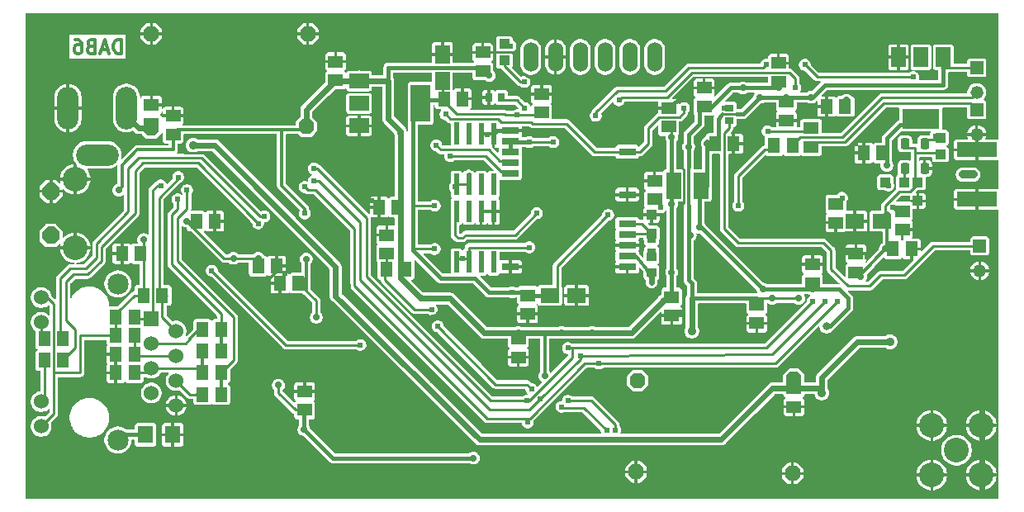
<source format=gbr>
%TF.GenerationSoftware,KiCad,Pcbnew,9.0.7*%
%TF.CreationDate,2026-01-09T15:07:01-08:00*%
%TF.ProjectId,W5500_LX9_AD9957_sramv2_gps,57353530-305f-44c5-9839-5f4144393935,rev?*%
%TF.SameCoordinates,Original*%
%TF.FileFunction,Copper,L2,Bot*%
%TF.FilePolarity,Positive*%
%FSLAX46Y46*%
G04 Gerber Fmt 4.6, Leading zero omitted, Abs format (unit mm)*
G04 Created by KiCad (PCBNEW 9.0.7) date 2026-01-09 15:07:01*
%MOMM*%
%LPD*%
G01*
G04 APERTURE LIST*
G04 Aperture macros list*
%AMRoundRect*
0 Rectangle with rounded corners*
0 $1 Rounding radius*
0 $2 $3 $4 $5 $6 $7 $8 $9 X,Y pos of 4 corners*
0 Add a 4 corners polygon primitive as box body*
4,1,4,$2,$3,$4,$5,$6,$7,$8,$9,$2,$3,0*
0 Add four circle primitives for the rounded corners*
1,1,$1+$1,$2,$3*
1,1,$1+$1,$4,$5*
1,1,$1+$1,$6,$7*
1,1,$1+$1,$8,$9*
0 Add four rect primitives between the rounded corners*
20,1,$1+$1,$2,$3,$4,$5,0*
20,1,$1+$1,$4,$5,$6,$7,0*
20,1,$1+$1,$6,$7,$8,$9,0*
20,1,$1+$1,$8,$9,$2,$3,0*%
%AMOutline5P*
0 Free polygon, 5 corners , with rotation*
0 The origin of the aperture is its center*
0 number of corners: always 5*
0 $1 to $10 corner X, Y*
0 $11 Rotation angle, in degrees counterclockwise*
0 create outline with 5 corners*
4,1,5,$1,$2,$3,$4,$5,$6,$7,$8,$9,$10,$1,$2,$11*%
%AMOutline6P*
0 Free polygon, 6 corners , with rotation*
0 The origin of the aperture is its center*
0 number of corners: always 6*
0 $1 to $12 corner X, Y*
0 $13 Rotation angle, in degrees counterclockwise*
0 create outline with 6 corners*
4,1,6,$1,$2,$3,$4,$5,$6,$7,$8,$9,$10,$11,$12,$1,$2,$13*%
%AMOutline7P*
0 Free polygon, 7 corners , with rotation*
0 The origin of the aperture is its center*
0 number of corners: always 7*
0 $1 to $14 corner X, Y*
0 $15 Rotation angle, in degrees counterclockwise*
0 create outline with 7 corners*
4,1,7,$1,$2,$3,$4,$5,$6,$7,$8,$9,$10,$11,$12,$13,$14,$1,$2,$15*%
%AMOutline8P*
0 Free polygon, 8 corners , with rotation*
0 The origin of the aperture is its center*
0 number of corners: always 8*
0 $1 to $16 corner X, Y*
0 $17 Rotation angle, in degrees counterclockwise*
0 create outline with 8 corners*
4,1,8,$1,$2,$3,$4,$5,$6,$7,$8,$9,$10,$11,$12,$13,$14,$15,$16,$1,$2,$17*%
G04 Aperture macros list end*
%ADD10C,0.355600*%
%TA.AperFunction,NonConductor*%
%ADD11C,0.355600*%
%TD*%
%TA.AperFunction,ComponentPad*%
%ADD12O,1.524000X3.048000*%
%TD*%
%TA.AperFunction,ComponentPad*%
%ADD13C,2.540000*%
%TD*%
%TA.AperFunction,SMDPad,CuDef*%
%ADD14R,1.300000X1.600000*%
%TD*%
%TA.AperFunction,SMDPad,CuDef*%
%ADD15R,1.600000X1.300000*%
%TD*%
%TA.AperFunction,SMDPad,CuDef*%
%ADD16R,1.300000X1.500000*%
%TD*%
%TA.AperFunction,SMDPad,CuDef*%
%ADD17R,1.600000X1.800000*%
%TD*%
%TA.AperFunction,SMDPad,CuDef*%
%ADD18R,1.500000X1.300000*%
%TD*%
%TA.AperFunction,SMDPad,CuDef*%
%ADD19R,3.800000X2.000000*%
%TD*%
%TA.AperFunction,SMDPad,CuDef*%
%ADD20R,1.500000X2.000000*%
%TD*%
%TA.AperFunction,SMDPad,CuDef*%
%ADD21R,2.000000X3.800000*%
%TD*%
%TA.AperFunction,SMDPad,CuDef*%
%ADD22R,2.000000X1.500000*%
%TD*%
%TA.AperFunction,SMDPad,CuDef*%
%ADD23R,1.500000X1.950000*%
%TD*%
%TA.AperFunction,SMDPad,CuDef*%
%ADD24R,1.950000X1.500000*%
%TD*%
%TA.AperFunction,SMDPad,CuDef*%
%ADD25R,1.600000X2.700000*%
%TD*%
%TA.AperFunction,ComponentPad*%
%ADD26O,2.184400X4.368800*%
%TD*%
%TA.AperFunction,ComponentPad*%
%ADD27O,4.368800X2.184400*%
%TD*%
%TA.AperFunction,ComponentPad*%
%ADD28Outline8P,-0.889000X0.368236X-0.368236X0.889000X0.368236X0.889000X0.889000X0.368236X0.889000X-0.368236X0.368236X-0.889000X-0.368236X-0.889000X-0.889000X-0.368236X270.000000*%
%TD*%
%TA.AperFunction,ComponentPad*%
%ADD29C,1.524000*%
%TD*%
%TA.AperFunction,ComponentPad*%
%ADD30R,1.524000X1.524000*%
%TD*%
%TA.AperFunction,ComponentPad*%
%ADD31C,2.159000*%
%TD*%
%TA.AperFunction,SMDPad,CuDef*%
%ADD32R,0.600000X2.200000*%
%TD*%
%TA.AperFunction,SMDPad,CuDef*%
%ADD33R,1.100000X1.000000*%
%TD*%
%TA.AperFunction,ComponentPad*%
%ADD34Outline8P,-0.800100X0.331412X-0.331412X0.800100X0.331412X0.800100X0.800100X0.331412X0.800100X-0.331412X0.331412X-0.800100X-0.331412X-0.800100X-0.800100X-0.331412X0.000000*%
%TD*%
%TA.AperFunction,SMDPad,CuDef*%
%ADD35R,4.064000X1.524000*%
%TD*%
%TA.AperFunction,ComponentPad*%
%ADD36C,1.320800*%
%TD*%
%TA.AperFunction,ComponentPad*%
%ADD37R,1.320800X1.320800*%
%TD*%
%TA.AperFunction,SMDPad,CuDef*%
%ADD38R,1.016000X1.016000*%
%TD*%
%TA.AperFunction,SMDPad,CuDef*%
%ADD39RoundRect,0.222250X-0.222250X0.349250X-0.222250X-0.349250X0.222250X-0.349250X0.222250X0.349250X0*%
%TD*%
%TA.AperFunction,SMDPad,CuDef*%
%ADD40R,1.800000X0.800000*%
%TD*%
%TA.AperFunction,SMDPad,CuDef*%
%ADD41R,1.000000X0.950000*%
%TD*%
%TA.AperFunction,SMDPad,CuDef*%
%ADD42R,0.900000X0.700000*%
%TD*%
%TA.AperFunction,SMDPad,CuDef*%
%ADD43R,0.700000X0.900000*%
%TD*%
%TA.AperFunction,ViaPad*%
%ADD44C,0.604800*%
%TD*%
%TA.AperFunction,ViaPad*%
%ADD45C,0.904800*%
%TD*%
%TA.AperFunction,ViaPad*%
%ADD46C,0.704800*%
%TD*%
%TA.AperFunction,ViaPad*%
%ADD47C,0.804800*%
%TD*%
%TA.AperFunction,ViaPad*%
%ADD48C,3.000000*%
%TD*%
%TA.AperFunction,Conductor*%
%ADD49C,0.254000*%
%TD*%
%TA.AperFunction,Conductor*%
%ADD50C,0.609600*%
%TD*%
%TA.AperFunction,Conductor*%
%ADD51C,0.304800*%
%TD*%
%TA.AperFunction,Conductor*%
%ADD52C,0.812800*%
%TD*%
%TA.AperFunction,Conductor*%
%ADD53C,0.406400*%
%TD*%
%TA.AperFunction,Conductor*%
%ADD54C,0.295000*%
%TD*%
G04 APERTURE END LIST*
D10*
D11*
X108405986Y-84249783D02*
X108405986Y-82827383D01*
X108405986Y-82827383D02*
X108067319Y-82827383D01*
X108067319Y-82827383D02*
X107864119Y-82895116D01*
X107864119Y-82895116D02*
X107728653Y-83030583D01*
X107728653Y-83030583D02*
X107660919Y-83166050D01*
X107660919Y-83166050D02*
X107593186Y-83436983D01*
X107593186Y-83436983D02*
X107593186Y-83640183D01*
X107593186Y-83640183D02*
X107660919Y-83911116D01*
X107660919Y-83911116D02*
X107728653Y-84046583D01*
X107728653Y-84046583D02*
X107864119Y-84182050D01*
X107864119Y-84182050D02*
X108067319Y-84249783D01*
X108067319Y-84249783D02*
X108405986Y-84249783D01*
X107051319Y-83843383D02*
X106373986Y-83843383D01*
X107186786Y-84249783D02*
X106712653Y-82827383D01*
X106712653Y-82827383D02*
X106238519Y-84249783D01*
X105290253Y-83504716D02*
X105087053Y-83572450D01*
X105087053Y-83572450D02*
X105019319Y-83640183D01*
X105019319Y-83640183D02*
X104951586Y-83775650D01*
X104951586Y-83775650D02*
X104951586Y-83978850D01*
X104951586Y-83978850D02*
X105019319Y-84114316D01*
X105019319Y-84114316D02*
X105087053Y-84182050D01*
X105087053Y-84182050D02*
X105222519Y-84249783D01*
X105222519Y-84249783D02*
X105764386Y-84249783D01*
X105764386Y-84249783D02*
X105764386Y-82827383D01*
X105764386Y-82827383D02*
X105290253Y-82827383D01*
X105290253Y-82827383D02*
X105154786Y-82895116D01*
X105154786Y-82895116D02*
X105087053Y-82962850D01*
X105087053Y-82962850D02*
X105019319Y-83098316D01*
X105019319Y-83098316D02*
X105019319Y-83233783D01*
X105019319Y-83233783D02*
X105087053Y-83369250D01*
X105087053Y-83369250D02*
X105154786Y-83436983D01*
X105154786Y-83436983D02*
X105290253Y-83504716D01*
X105290253Y-83504716D02*
X105764386Y-83504716D01*
X103732386Y-82827383D02*
X104003319Y-82827383D01*
X104003319Y-82827383D02*
X104138786Y-82895116D01*
X104138786Y-82895116D02*
X104206519Y-82962850D01*
X104206519Y-82962850D02*
X104341986Y-83166050D01*
X104341986Y-83166050D02*
X104409719Y-83436983D01*
X104409719Y-83436983D02*
X104409719Y-83978850D01*
X104409719Y-83978850D02*
X104341986Y-84114316D01*
X104341986Y-84114316D02*
X104274253Y-84182050D01*
X104274253Y-84182050D02*
X104138786Y-84249783D01*
X104138786Y-84249783D02*
X103867853Y-84249783D01*
X103867853Y-84249783D02*
X103732386Y-84182050D01*
X103732386Y-84182050D02*
X103664653Y-84114316D01*
X103664653Y-84114316D02*
X103596919Y-83978850D01*
X103596919Y-83978850D02*
X103596919Y-83640183D01*
X103596919Y-83640183D02*
X103664653Y-83504716D01*
X103664653Y-83504716D02*
X103732386Y-83436983D01*
X103732386Y-83436983D02*
X103867853Y-83369250D01*
X103867853Y-83369250D02*
X104138786Y-83369250D01*
X104138786Y-83369250D02*
X104274253Y-83436983D01*
X104274253Y-83436983D02*
X104341986Y-83504716D01*
X104341986Y-83504716D02*
X104409719Y-83640183D01*
D12*
%TO.P,SV1,6*%
%TO.N,N$1*%
X163112350Y-84601100D03*
%TO.P,SV1,5*%
%TO.N,N$2*%
X160572350Y-84601100D03*
%TO.P,SV1,4*%
%TO.N,N$3*%
X158032350Y-84601100D03*
%TO.P,SV1,3*%
%TO.N,N$4*%
X155492350Y-84601100D03*
%TO.P,SV1,2*%
%TO.N,GND*%
X152952350Y-84601100D03*
%TO.P,SV1,1*%
%TO.N,+3V3*%
X150412350Y-84601100D03*
%TD*%
D13*
%TO.P,X1,ANTENNA*%
%TO.N,N$88*%
X194068600Y-124923600D03*
%TO.P,X1,GND3*%
%TO.N,GND*%
X191528600Y-122383600D03*
%TO.P,X1,GND4*%
X191528600Y-127463600D03*
%TO.P,X1,GND2*%
X196608600Y-127463600D03*
%TO.P,X1,GND1*%
X196608600Y-122383600D03*
%TD*%
D14*
%TO.P,R2,2*%
%TO.N,+3V3*%
X137551100Y-106349850D03*
%TO.P,R2,1*%
%TO.N,N$8*%
X135651100Y-106349850D03*
%TD*%
D15*
%TO.P,R3,2*%
%TO.N,N$29*%
X179146100Y-93806100D03*
%TO.P,R3,1*%
%TO.N,N$30*%
X179146100Y-91906100D03*
%TD*%
D16*
%TO.P,C1,2*%
%TO.N,N$67*%
X118659850Y-112541100D03*
%TO.P,C1,1*%
%TO.N,N$66*%
X116759850Y-112541100D03*
%TD*%
%TO.P,C2,2*%
%TO.N,N$68*%
X118659850Y-119208600D03*
%TO.P,C2,1*%
%TO.N,N$69*%
X116759850Y-119208600D03*
%TD*%
D17*
%TO.P,C3,2*%
%TO.N,N$70*%
X110912350Y-123336100D03*
%TO.P,C3,1*%
%TO.N,GND*%
X113712350Y-123336100D03*
%TD*%
D16*
%TO.P,R4,2*%
%TO.N,N$67*%
X118659850Y-114763600D03*
%TO.P,R4,1*%
%TO.N,N$71*%
X116759850Y-114763600D03*
%TD*%
%TO.P,R5,2*%
%TO.N,N$68*%
X118659850Y-116986100D03*
%TO.P,R5,1*%
%TO.N,N$71*%
X116759850Y-116986100D03*
%TD*%
%TO.P,C4,2*%
%TO.N,N$71*%
X109769850Y-116986100D03*
%TO.P,C4,1*%
%TO.N,GND*%
X107869850Y-116986100D03*
%TD*%
%TO.P,R6,2*%
%TO.N,AVDD_ETH*%
X107869850Y-111271100D03*
%TO.P,R6,1*%
%TO.N,N$65*%
X109769850Y-111271100D03*
%TD*%
%TO.P,R7,2*%
%TO.N,AVDD_ETH*%
X110727350Y-109048600D03*
%TO.P,R7,1*%
%TO.N,N$64*%
X112627350Y-109048600D03*
%TD*%
%TO.P,R8,2*%
%TO.N,N$73*%
X109769850Y-113176100D03*
%TO.P,R8,1*%
%TO.N,AVDD_ETH*%
X107869850Y-113176100D03*
%TD*%
%TO.P,C5,2*%
%TO.N,N$73*%
X109769850Y-115081100D03*
%TO.P,C5,1*%
%TO.N,GND*%
X107869850Y-115081100D03*
%TD*%
%TO.P,C7,2*%
%TO.N,AVDD_ETH*%
X122474850Y-106032350D03*
%TO.P,C7,1*%
%TO.N,GND*%
X124374850Y-106032350D03*
%TD*%
%TO.P,C8,2*%
%TO.N,AVDD_ETH*%
X116124850Y-101428600D03*
%TO.P,C8,1*%
%TO.N,GND*%
X118024850Y-101428600D03*
%TD*%
%TO.P,R11,2*%
%TO.N,N$81*%
X100567350Y-115716100D03*
%TO.P,R11,1*%
%TO.N,N$79*%
X102467350Y-115716100D03*
%TD*%
%TO.P,R12,2*%
%TO.N,N$82*%
X100567350Y-113493600D03*
%TO.P,R12,1*%
%TO.N,N$80*%
X102467350Y-113493600D03*
%TD*%
%TO.P,C13,2*%
%TO.N,AVDD_28MA*%
X187562350Y-104286100D03*
%TO.P,C13,1*%
%TO.N,GND*%
X189462350Y-104286100D03*
%TD*%
D18*
%TO.P,C18,2*%
%TO.N,GND*%
X183749850Y-104764850D03*
%TO.P,C18,1*%
%TO.N,AVDD_28MA*%
X183749850Y-106664850D03*
%TD*%
%TO.P,C20,2*%
%TO.N,GND*%
X173589850Y-111903600D03*
%TO.P,C20,1*%
%TO.N,DVDD_600MA*%
X173589850Y-110003600D03*
%TD*%
%TO.P,C22,2*%
%TO.N,GND*%
X168192350Y-87778600D03*
%TO.P,C22,1*%
%TO.N,DVDD_600MA*%
X168192350Y-89678600D03*
%TD*%
%TO.P,C23,2*%
%TO.N,GND*%
X175812350Y-85238600D03*
%TO.P,C23,1*%
%TO.N,DVDD_600MA*%
X175812350Y-87138600D03*
%TD*%
D16*
%TO.P,C27,2*%
%TO.N,+3V3*%
X126597350Y-107778600D03*
%TO.P,C27,1*%
%TO.N,GND*%
X124697350Y-107778600D03*
%TD*%
D18*
%TO.P,C28,2*%
%TO.N,+3V3*%
X113741100Y-92536100D03*
%TO.P,C28,1*%
%TO.N,GND*%
X113741100Y-90636100D03*
%TD*%
%TO.P,C29,2*%
%TO.N,GND*%
X149142350Y-115396100D03*
%TO.P,C29,1*%
%TO.N,+3V3*%
X149142350Y-113496100D03*
%TD*%
%TO.P,C30,2*%
%TO.N,GND*%
X130409850Y-85079850D03*
%TO.P,C30,1*%
%TO.N,+3V3*%
X130409850Y-86979850D03*
%TD*%
%TO.P,C31,2*%
%TO.N,+5V*%
X111518600Y-91424850D03*
%TO.P,C31,1*%
%TO.N,GND*%
X111518600Y-89524850D03*
%TD*%
D19*
%TO.P,IC5,4*%
%TO.N,AVDD_CLK*%
X190417350Y-90926100D03*
D20*
%TO.P,IC5,3*%
%TO.N,+3V3*%
X192717350Y-84626100D03*
%TO.P,IC5,2*%
%TO.N,N/C*%
X190417350Y-84626100D03*
%TO.P,IC5,1*%
%TO.N,GND*%
X188117350Y-84626100D03*
%TD*%
D16*
%TO.P,C33,2*%
%TO.N,GND*%
X184546100Y-94443600D03*
%TO.P,C33,1*%
%TO.N,AVDD_CLK*%
X186446100Y-94443600D03*
%TD*%
%TO.P,C34,2*%
%TO.N,GND*%
X180736100Y-89681100D03*
%TO.P,C34,1*%
%TO.N,AVDD_CLK*%
X182636100Y-89681100D03*
%TD*%
D21*
%TO.P,IC6,4*%
%TO.N,VCCINT*%
X139116100Y-89363600D03*
D22*
%TO.P,IC6,3*%
%TO.N,+3V3*%
X132816100Y-87063600D03*
%TO.P,IC6,2*%
%TO.N,N/C*%
X132816100Y-89363600D03*
%TO.P,IC6,1*%
%TO.N,GND*%
X132816100Y-91663600D03*
%TD*%
D16*
%TO.P,R10,2*%
%TO.N,VCCINT*%
X141524850Y-88887350D03*
%TO.P,R10,1*%
%TO.N,GND*%
X143424850Y-88887350D03*
%TD*%
D23*
%TO.P,C36,-*%
%TO.N,GND*%
X141363600Y-84337350D03*
%TO.P,C36,+*%
%TO.N,VCCINT*%
X141363600Y-87087350D03*
%TD*%
D24*
%TO.P,C37,-*%
%TO.N,GND*%
X155121100Y-109048600D03*
%TO.P,C37,+*%
%TO.N,VCCINT*%
X152371100Y-109048600D03*
%TD*%
D18*
%TO.P,C38,2*%
%TO.N,VCCINT*%
X163112350Y-99203600D03*
%TO.P,C38,1*%
%TO.N,GND*%
X163112350Y-97303600D03*
%TD*%
%TO.P,C39,2*%
%TO.N,VCCINT*%
X151523600Y-90313600D03*
%TO.P,C39,1*%
%TO.N,GND*%
X151523600Y-88413600D03*
%TD*%
%TO.P,C40,2*%
%TO.N,GND*%
X150094850Y-110951100D03*
%TO.P,C40,1*%
%TO.N,VCCINT*%
X150094850Y-109051100D03*
%TD*%
%TO.P,R15,2*%
%TO.N,GND*%
X188512350Y-102299225D03*
%TO.P,R15,1*%
%TO.N,N$31*%
X188512350Y-100399225D03*
%TD*%
%TO.P,C10,2*%
%TO.N,N$8*%
X135648600Y-104759850D03*
%TO.P,C10,1*%
%TO.N,GND*%
X135648600Y-102859850D03*
%TD*%
%TO.P,C49,2*%
%TO.N,+5V*%
X177399850Y-118576100D03*
%TO.P,C49,1*%
%TO.N,GND*%
X177399850Y-120476100D03*
%TD*%
%TO.P,C50,2*%
%TO.N,GND*%
X145491100Y-84127350D03*
%TO.P,C50,1*%
%TO.N,+3V3*%
X145491100Y-86027350D03*
%TD*%
%TO.P,C51,2*%
%TO.N,+3V3*%
X176606100Y-89207350D03*
%TO.P,C51,1*%
%TO.N,GND*%
X176606100Y-91107350D03*
%TD*%
D16*
%TO.P,C52,2*%
%TO.N,GND*%
X171206100Y-93491100D03*
%TO.P,C52,1*%
%TO.N,+3V3*%
X169306100Y-93491100D03*
%TD*%
D18*
%TO.P,C53,2*%
%TO.N,+3V3*%
X179304850Y-107776100D03*
%TO.P,C53,1*%
%TO.N,GND*%
X179304850Y-105876100D03*
%TD*%
%TO.P,C19,2*%
%TO.N,AVDD_CLK*%
X181686100Y-99684850D03*
%TO.P,C19,1*%
%TO.N,GND*%
X181686100Y-101584850D03*
%TD*%
D25*
%TO.P,R20,2*%
%TO.N,+3V3*%
X165046100Y-97777350D03*
%TO.P,R20,1*%
X167846100Y-97777350D03*
%TD*%
D18*
%TO.P,C54,2*%
%TO.N,GND*%
X164541100Y-89842350D03*
%TO.P,C54,1*%
%TO.N,+3V3*%
X164541100Y-91742350D03*
%TD*%
%TO.P,C55,2*%
%TO.N,+3V3*%
X164858600Y-109209850D03*
%TO.P,C55,1*%
%TO.N,GND*%
X164858600Y-111109850D03*
%TD*%
D14*
%TO.P,R19,2*%
%TO.N,N$90*%
X177238600Y-93649850D03*
%TO.P,R19,1*%
%TO.N,N$10*%
X175338600Y-93649850D03*
%TD*%
D18*
%TO.P,C56,2*%
%TO.N,GND*%
X127234850Y-118893600D03*
%TO.P,C56,1*%
%TO.N,+3V3*%
X127234850Y-120793600D03*
%TD*%
D16*
%TO.P,C58,2*%
%TO.N,AVDD_ETH*%
X110404850Y-104762350D03*
%TO.P,C58,1*%
%TO.N,GND*%
X108504850Y-104762350D03*
%TD*%
D26*
%TO.P,J2,3*%
%TO.N,+5V*%
X108962350Y-89839850D03*
%TO.P,J2,1*%
%TO.N,GND*%
X102962350Y-89839850D03*
D27*
%TO.P,J2,2*%
%TO.N,N/C*%
X105962350Y-94639850D03*
%TD*%
D13*
%TO.P,S1,4*%
%TO.N,GND*%
X103714450Y-104140050D03*
%TO.P,S1,3*%
X103714450Y-97129650D03*
D28*
%TO.P,S1,2*%
%TO.N,N$8*%
X101225250Y-102895450D03*
%TO.P,S1,1*%
%TO.N,GND*%
X101225250Y-98374250D03*
%TD*%
D29*
%TO.P,RJ2,Y-*%
%TO.N,N$81*%
X100215600Y-119938850D03*
%TO.P,RJ2,Y+*%
%TO.N,AVDD_ETH*%
X100215600Y-122478850D03*
%TO.P,RJ2,TD-*%
%TO.N,N$64*%
X114058600Y-112699850D03*
D30*
%TO.P,RJ2,TD+*%
%TO.N,N$65*%
X111518600Y-111429850D03*
D31*
%TO.P,RJ2,SHIELD1*%
%TO.N,N$70*%
X108089600Y-107873850D03*
%TO.P,RJ2,SHIELD0*%
X108089600Y-123875850D03*
D29*
%TO.P,RJ2,RD-*%
%TO.N,N$69*%
X114058600Y-117779850D03*
%TO.P,RJ2,RD+*%
%TO.N,N$66*%
X111518600Y-113969850D03*
%TO.P,RJ2,P5*%
%TO.N,N$71*%
X111518600Y-116509850D03*
%TO.P,RJ2,P4*%
%TO.N,N$73*%
X114058600Y-115239850D03*
%TO.P,RJ2,NC*%
%TO.N,N/C*%
X111518600Y-119049850D03*
%TO.P,RJ2,GND*%
%TO.N,GND*%
X114058600Y-120319850D03*
%TO.P,RJ2,G-*%
%TO.N,N$82*%
X100215600Y-111810850D03*
%TO.P,RJ2,G+*%
%TO.N,AVDD_ETH*%
X100215600Y-109270850D03*
%TD*%
D24*
%TO.P,C59,-*%
%TO.N,GND*%
X183644850Y-101428600D03*
%TO.P,C59,+*%
%TO.N,AVDD_28MA*%
X186394850Y-101428600D03*
%TD*%
D32*
%TO.P,IC8,5*%
%TO.N,SRAM_MOSI*%
X146602350Y-97678600D03*
%TO.P,IC8,6*%
%TO.N,SRAM_SCK*%
X145332350Y-97678600D03*
%TO.P,IC8,8*%
%TO.N,+3V3*%
X142792350Y-97678600D03*
%TO.P,IC8,4*%
%TO.N,GND*%
X146602350Y-92478600D03*
%TO.P,IC8,3*%
X145332350Y-92478600D03*
%TO.P,IC8,1*%
%TO.N,SRAM_CSN0*%
X142792350Y-92478600D03*
%TO.P,IC8,7*%
%TO.N,+3V3*%
X144062350Y-97678600D03*
%TO.P,IC8,2*%
%TO.N,SRAM_MISO*%
X144062350Y-92478600D03*
%TD*%
D33*
%TO.P,R23,2*%
%TO.N,N$75*%
X147713600Y-83274850D03*
%TO.P,R23,1*%
%TO.N,N$93*%
X147713600Y-84974850D03*
%TD*%
D32*
%TO.P,IC9,5*%
%TO.N,SRAM_MOSI*%
X146602350Y-105616100D03*
%TO.P,IC9,6*%
%TO.N,SRAM_SCK*%
X145332350Y-105616100D03*
%TO.P,IC9,8*%
%TO.N,+3V3*%
X142792350Y-105616100D03*
%TO.P,IC9,4*%
%TO.N,GND*%
X146602350Y-100416100D03*
%TO.P,IC9,3*%
X145332350Y-100416100D03*
%TO.P,IC9,1*%
%TO.N,SRAM_CSN1*%
X142792350Y-100416100D03*
%TO.P,IC9,7*%
%TO.N,+3V3*%
X144062350Y-105616100D03*
%TO.P,IC9,2*%
%TO.N,SRAM_MISO*%
X144062350Y-100416100D03*
%TD*%
D16*
%TO.P,C41,2*%
%TO.N,GND*%
X134857350Y-99999850D03*
%TO.P,C41,1*%
%TO.N,+3V3*%
X136757350Y-99999850D03*
%TD*%
D34*
%TO.P,P1,1*%
%TO.N,+5V*%
X177399850Y-117621100D03*
%TD*%
%TO.P,P2,1*%
%TO.N,+3V3*%
X127393600Y-91744850D03*
%TD*%
%TO.P,P3,1*%
%TO.N,GND*%
X127552350Y-82219850D03*
%TD*%
%TO.P,P4,1*%
%TO.N,GND*%
X111518600Y-82219850D03*
%TD*%
%TO.P,P5,1*%
%TO.N,+5V*%
X111518600Y-91903600D03*
%TD*%
%TO.P,P6,1*%
%TO.N,GND*%
X161207350Y-127146100D03*
%TD*%
%TO.P,P7,1*%
%TO.N,DVDD_600MA*%
X161366100Y-117779850D03*
%TD*%
%TO.P,P8,1*%
%TO.N,GND*%
X177241100Y-127304850D03*
%TD*%
D35*
%TO.P,X3,GND@4*%
%TO.N,GND*%
X196164100Y-94126100D03*
%TO.P,X3,GND@3*%
X196164100Y-99206100D03*
%TD*%
D36*
%TO.P,LED3,K*%
%TO.N,GND*%
X196132350Y-92538600D03*
D37*
%TO.P,LED3,A*%
%TO.N,N$29*%
X196132350Y-89998600D03*
%TD*%
D36*
%TO.P,LED1,K*%
%TO.N,N$90*%
X196132350Y-88252350D03*
D37*
%TO.P,LED1,A*%
%TO.N,+3V3*%
X196132350Y-85712350D03*
%TD*%
D38*
%TO.P,C75,2*%
%TO.N,XTALI*%
X186766100Y-97459850D03*
%TO.P,C75,1*%
%TO.N,N$124*%
X188671100Y-97459850D03*
%TD*%
D39*
%TO.P,X4,2*%
%TO.N,GND*%
X190798350Y-96031100D03*
%TO.P,X4,1*%
%TO.N,N$122*%
X190798350Y-93491100D03*
%TO.P,X4,3*%
%TO.N,N$124*%
X188766350Y-96031100D03*
%TO.P,X4,4*%
%TO.N,AVDD_28MA*%
X188766350Y-93491100D03*
%TD*%
D38*
%TO.P,C78,2*%
%TO.N,AVDD_28MA*%
X190099850Y-97459850D03*
%TO.P,C78,1*%
%TO.N,GND*%
X190099850Y-99364850D03*
%TD*%
D40*
%TO.P,U$1,3*%
%TO.N,1_PPS*%
X160304850Y-94323600D03*
%TO.P,U$1,7*%
%TO.N,GND*%
X160304850Y-98723600D03*
%TO.P,U$1,8*%
%TO.N,N$94*%
X160304850Y-101723600D03*
%TO.P,U$1,9*%
X160304850Y-102823600D03*
%TO.P,U$1,10*%
%TO.N,GND*%
X160304850Y-103923600D03*
%TO.P,U$1,11*%
%TO.N,N$123*%
X160304850Y-105023600D03*
%TO.P,U$1,12*%
%TO.N,GND*%
X160304850Y-106123600D03*
%TO.P,U$1,24*%
X148304850Y-92123600D03*
%TO.P,U$1,23*%
%TO.N,+3V3*%
X148304850Y-93223600D03*
%TO.P,U$1,22*%
X148304850Y-94323600D03*
%TO.P,U$1,21*%
%TO.N,NMEA_OUT*%
X148304850Y-95423600D03*
%TO.P,U$1,20*%
%TO.N,NMEA_IN*%
X148304850Y-96523600D03*
%TO.P,U$1,13*%
%TO.N,GND*%
X148304850Y-106123600D03*
%TD*%
D41*
%TO.P,L2,2*%
%TO.N,N$123*%
X162794850Y-106673600D03*
%TO.P,L2,1*%
%TO.N,N$91*%
X162794850Y-105073600D03*
%TD*%
D42*
%TO.P,R39,2*%
%TO.N,N$94*%
X162794850Y-103318600D03*
%TO.P,R39,1*%
%TO.N,N$91*%
X162794850Y-104618600D03*
%TD*%
D38*
%TO.P,C79,2*%
%TO.N,N$94*%
X162794850Y-102698600D03*
%TO.P,C79,1*%
%TO.N,GND*%
X162794850Y-100793600D03*
%TD*%
D42*
%TO.P,R40,2*%
%TO.N,1_PPS*%
X170732350Y-89824850D03*
%TO.P,R40,1*%
%TO.N,N$95*%
X170732350Y-91124850D03*
%TD*%
D43*
%TO.P,R22,2*%
%TO.N,N$74*%
X147411100Y-88728600D03*
%TO.P,R22,1*%
%TO.N,GND*%
X146111100Y-88728600D03*
%TD*%
D36*
%TO.P,LED4,K*%
%TO.N,GND*%
X196449850Y-106508600D03*
D37*
%TO.P,LED4,A*%
%TO.N,N$95*%
X196449850Y-103968600D03*
%TD*%
D33*
%TO.P,R41,2*%
%TO.N,AVDD_28MA*%
X192401725Y-94579225D03*
%TO.P,R41,1*%
%TO.N,N$122*%
X192401725Y-92879225D03*
%TD*%
D44*
%TO.N,SMA2_IN*%
X195656100Y-96666100D03*
X194624225Y-96666100D03*
%TO.N,NMEA_OUT*%
X140728600Y-93649850D03*
%TO.N,NMEA_IN*%
X142157350Y-94761100D03*
%TO.N,N$123*%
X162794850Y-107461100D03*
%TO.N,VCTCXO_PWM*%
X189623600Y-86664850D03*
X178511100Y-85394850D03*
X174542350Y-85394850D03*
X157079850Y-90633600D03*
%TO.N,N$122*%
X191925475Y-92697350D03*
%TO.N,SRAM_CSN0*%
X142792350Y-91586100D03*
%TO.N,SRAM_CSN1*%
X151027350Y-100614850D03*
%TO.N,N$93*%
X149777350Y-87141100D03*
%TO.N,N$75*%
X148348600Y-83489850D03*
%TO.N,N$74*%
X149777350Y-89839850D03*
%TO.N,SRAM_SCK*%
X145332350Y-104921100D03*
X145332350Y-96983600D03*
%TO.N,SRAM_MOSI*%
X146602350Y-104921100D03*
X146602350Y-96983600D03*
%TO.N,SRAM_MISO*%
X144062350Y-99682350D03*
X144062350Y-92538600D03*
%TO.N,1_PPS*%
X166128600Y-89839850D03*
X170256100Y-89839850D03*
X141681100Y-90474850D03*
%TO.N,XTALI*%
X187083600Y-97777350D03*
%TO.N,N$31*%
X187562350Y-99999850D03*
%TO.N,N$30*%
X174701100Y-92221100D03*
D45*
%TO.N,+5V*%
X115804850Y-93649850D03*
X180257350Y-119049850D03*
X187242350Y-113811100D03*
D44*
%TO.N,DAC_RST*%
X159461100Y-89046100D03*
X177558600Y-87776100D03*
%TO.N,N$80*%
X123107350Y-100952350D03*
%TO.N,N$79*%
X122472350Y-101666725D03*
D46*
%TO.N,AVDD_ETH*%
X115169850Y-101428600D03*
X119932350Y-105238600D03*
X122472350Y-105238600D03*
X110724850Y-103333600D03*
D44*
%TO.N,N$68*%
X115169850Y-98253600D03*
%TO.N,N$67*%
X114217350Y-99206100D03*
%TO.N,N$65*%
X112471100Y-97777350D03*
%TO.N,N$64*%
X114268600Y-96932350D03*
%TO.N,N$10*%
X171684850Y-99841100D03*
%TO.N,AVDD_CLK*%
X182321100Y-99047350D03*
D46*
X182797350Y-89046100D03*
X186924850Y-95713600D03*
D45*
%TO.N,DVDD_600MA*%
X166922350Y-112699850D03*
D46*
X166604850Y-93808600D03*
X166763600Y-102857350D03*
X175177350Y-109366100D03*
X177876100Y-109366100D03*
X175812350Y-87776100D03*
X172161100Y-87776100D03*
%TO.N,AVDD_28MA*%
X186924850Y-100793600D03*
X186766100Y-104286100D03*
X184226100Y-107143600D03*
D44*
%TO.N,N$8*%
X132949850Y-114128600D03*
X117709850Y-106508600D03*
X140252350Y-110477350D03*
%TO.N,SPI_MOSI*%
X179304850Y-109683600D03*
X154222350Y-114446100D03*
X150015475Y-119843600D03*
X128187350Y-96031100D03*
%TO.N,SPI_SCK*%
X181844850Y-109683600D03*
X150094850Y-122066100D03*
X157397350Y-116033600D03*
X127234850Y-97936100D03*
%TO.N,SPI_CS*%
X154222350Y-119843600D03*
X159064225Y-122859850D03*
X150491725Y-118652975D03*
X140887350Y-112223600D03*
%TO.N,SPI_MISO*%
X151364850Y-119684850D03*
X153587350Y-120478600D03*
X158191100Y-122859850D03*
X180574850Y-109683600D03*
X155492350Y-115239850D03*
X128187350Y-97301100D03*
%TO.N,VCCINT*%
X158349850Y-100793600D03*
X149027350Y-90555475D03*
X163747350Y-99999850D03*
X148507350Y-108731100D03*
X140569850Y-99841100D03*
X140569850Y-104286100D03*
D46*
%TO.N,+3V3*%
X124536100Y-118256100D03*
X128425475Y-111271100D03*
X144538600Y-125717350D03*
X127155475Y-122780475D03*
D44*
X152714225Y-93332350D03*
X150253600Y-104127350D03*
D46*
X164858600Y-106667350D03*
D44*
X150253600Y-93332350D03*
X143427350Y-105238600D03*
X142633600Y-97936100D03*
D46*
X127393600Y-105317975D03*
X151841100Y-117303600D03*
X108184850Y-98253600D03*
D47*
X180733600Y-112223600D03*
D44*
X127234850Y-100634850D03*
D46*
X146162350Y-86506100D03*
X137077350Y-92379850D03*
X137077350Y-99999850D03*
X139141100Y-109366100D03*
X149142350Y-112858600D03*
X153587350Y-112858600D03*
X156709850Y-112858600D03*
X164858600Y-99682350D03*
X164858600Y-92856100D03*
X176606100Y-88728600D03*
X179146100Y-88728600D03*
X167716100Y-102063600D03*
X174224850Y-108413600D03*
X179304850Y-108413600D03*
X173907350Y-88728600D03*
X168509850Y-93501100D03*
D44*
%TO.N,GND*%
X124059850Y-119922975D03*
X125647350Y-118494225D03*
X126599850Y-114922350D03*
X128981100Y-115081100D03*
X136680475Y-113493600D03*
X140331725Y-117779850D03*
X137315475Y-117938600D03*
X128663600Y-122066100D03*
X189782350Y-92538600D03*
X191766725Y-99364850D03*
X149459850Y-119049850D03*
X106756100Y-100634850D03*
X153587350Y-96586725D03*
X153984225Y-102777975D03*
X150967975Y-102063600D03*
X156603600Y-100952350D03*
X146443600Y-107540475D03*
X120884850Y-114763600D03*
X146602350Y-125241100D03*
X140252350Y-94602350D03*
X141681100Y-99047350D03*
X141681100Y-96983600D03*
X145967350Y-102063600D03*
X145967350Y-92538600D03*
X145808600Y-95872350D03*
X165811100Y-107778600D03*
X194703600Y-112858600D03*
X194703600Y-111747350D03*
X194703600Y-110794850D03*
X194703600Y-109683600D03*
X188036100Y-107937350D03*
X150888600Y-117700475D03*
X161842350Y-113493600D03*
X160889850Y-109207350D03*
X158508600Y-105079850D03*
X158508600Y-103968600D03*
X158508600Y-102857350D03*
X143109850Y-95713600D03*
X143427350Y-102063600D03*
X150094850Y-100158600D03*
X150094850Y-94443600D03*
X142316100Y-103809850D03*
X149936100Y-106191100D03*
X148189850Y-89839850D03*
X182797350Y-104444850D03*
X178669850Y-104444850D03*
X176288600Y-102698600D03*
X175177350Y-104444850D03*
X172796100Y-102698600D03*
X171526100Y-104444850D03*
X162159850Y-108889850D03*
X163985475Y-107857975D03*
X151841100Y-96586725D03*
X158349850Y-95396100D03*
X153111100Y-90474850D03*
X149777350Y-92062350D03*
X141522350Y-106032350D03*
X149459850Y-124923600D03*
X153428600Y-121907350D03*
X152793600Y-113969850D03*
X184702350Y-89204850D03*
X174383600Y-86982350D03*
X194068600Y-87141100D03*
X177637975Y-84362975D03*
X193592350Y-90316100D03*
X181844850Y-92062350D03*
X181844850Y-94284850D03*
X183749850Y-93491100D03*
X183749850Y-98729850D03*
X172796100Y-92221100D03*
X173431100Y-93173600D03*
X122154850Y-108731100D03*
X127155475Y-113334850D03*
X159857975Y-122145475D03*
X144300475Y-124367975D03*
X120726100Y-118891100D03*
X123901100Y-126590475D03*
X122234225Y-126590475D03*
X134696100Y-88252350D03*
X134537350Y-84759850D03*
X137394850Y-84759850D03*
X137077350Y-86823600D03*
X130727350Y-93491100D03*
X123583600Y-93173600D03*
X120726100Y-97777350D03*
X146205475Y-122621725D03*
X195656100Y-94126100D03*
X197561100Y-94126100D03*
X197561100Y-99206100D03*
X195656100Y-99206100D03*
X119932350Y-87934850D03*
X175653600Y-128098600D03*
X170573600Y-121272350D03*
X165334850Y-120796100D03*
X140728600Y-90316100D03*
X142316100Y-108254850D03*
X144538600Y-108492975D03*
X158032350Y-92062350D03*
X156603600Y-108413600D03*
X158508600Y-106191100D03*
X119773600Y-101825475D03*
X123107350Y-96427975D03*
X181844850Y-113176100D03*
X184861100Y-105079850D03*
X167874850Y-110318600D03*
X159937350Y-110636100D03*
X166446100Y-88411100D03*
X169621100Y-87617350D03*
X180733600Y-83251725D03*
X178987350Y-87299850D03*
X114852350Y-87776100D03*
X182956100Y-126352350D03*
X190893600Y-114604850D03*
X190893600Y-116351100D03*
X194068600Y-119367350D03*
X191528600Y-119684850D03*
X190417350Y-119684850D03*
X192798600Y-102539850D03*
X192798600Y-104921100D03*
X195973600Y-102539850D03*
X173907350Y-121907350D03*
X179781100Y-113652350D03*
X195973600Y-101269850D03*
D48*
X100564850Y-82061100D03*
X100564850Y-127939850D03*
X196449850Y-118891100D03*
X196449850Y-82061100D03*
D44*
X189623600Y-109366100D03*
X190893600Y-108413600D03*
X195497350Y-107461100D03*
X187877350Y-111429850D03*
X191369850Y-105714850D03*
X131362350Y-96507350D03*
X112947350Y-96507350D03*
D47*
X177082350Y-97459850D03*
X178352350Y-97459850D03*
X178352350Y-98888600D03*
X177082350Y-98888600D03*
X175971100Y-98888600D03*
X175971100Y-97459850D03*
X179463600Y-97459850D03*
X179463600Y-98888600D03*
X178352350Y-99999850D03*
X177082350Y-99999850D03*
X175971100Y-99999850D03*
X179463600Y-99999850D03*
X179463600Y-96348600D03*
X178352350Y-96348600D03*
X177082350Y-96348600D03*
X175971100Y-96348600D03*
D44*
X119535475Y-109604225D03*
X165334850Y-85553600D03*
X154063600Y-86664850D03*
X182956100Y-116668600D03*
X117709850Y-105397350D03*
X126282350Y-93570475D03*
X117074850Y-121272350D03*
X189464850Y-119684850D03*
X186924850Y-120319850D03*
X189623600Y-116351100D03*
X188353600Y-116509850D03*
X179781100Y-120637350D03*
X189941100Y-111429850D03*
X169938600Y-105714850D03*
X117709850Y-87458600D03*
X139141100Y-111271100D03*
X131044850Y-102381100D03*
X125171100Y-106826100D03*
X113741100Y-107302350D03*
X126123600Y-103651100D03*
X134537350Y-95078600D03*
X154381100Y-124923600D03*
X165811100Y-110794850D03*
X110724850Y-98253600D03*
X113264850Y-99761725D03*
X186766100Y-98729850D03*
X190417350Y-102539850D03*
X185654850Y-116668600D03*
X125806100Y-90316100D03*
X125171100Y-82378600D03*
X129933600Y-101428600D03*
X165652350Y-113017350D03*
X177082350Y-110159850D03*
X177241100Y-107461100D03*
X175177350Y-111906100D03*
X158826100Y-117779850D03*
X152714225Y-116112975D03*
X156127350Y-118414850D03*
X109851725Y-106270475D03*
X108819850Y-103333600D03*
X117074850Y-110794850D03*
X134061100Y-99364850D03*
X130727350Y-83331100D03*
X130409850Y-89363600D03*
X161842350Y-86823600D03*
X171367350Y-88728600D03*
X173510475Y-84521725D03*
X161842350Y-89681100D03*
X172319850Y-108096100D03*
X168033600Y-108254850D03*
X186607350Y-106032350D03*
X186766100Y-91824225D03*
X166446100Y-91427350D03*
X168668600Y-91427350D03*
X186448600Y-85394850D03*
X193909850Y-82616725D03*
X195021100Y-108572350D03*
X195021100Y-116827350D03*
X195021100Y-106191100D03*
X186924850Y-119367350D03*
X189306100Y-123177350D03*
X182956100Y-119208600D03*
X186924850Y-116668600D03*
X186924850Y-118414850D03*
X196132350Y-111429850D03*
X195021100Y-114604850D03*
X189623600Y-127622350D03*
X188194850Y-127622350D03*
X186766100Y-127622350D03*
X185496100Y-127622350D03*
X184226100Y-127622350D03*
X182956100Y-127622350D03*
X182956100Y-123177350D03*
X182956100Y-124447350D03*
X184226100Y-116668600D03*
X186924850Y-117462350D03*
X189623600Y-122224850D03*
X186924850Y-123177350D03*
X186924850Y-122224850D03*
X186924850Y-121272350D03*
X188036100Y-123177350D03*
X182956100Y-121907350D03*
X182956100Y-120478600D03*
X182956100Y-117938600D03*
%TD*%
D49*
%TO.N,N$95*%
X196449850Y-103968600D02*
X191687350Y-103968600D01*
X170732350Y-91903600D02*
X170732350Y-91124850D01*
X170256100Y-92379850D02*
X170732350Y-91903600D01*
X170256100Y-102222350D02*
X170256100Y-92379850D01*
X191687350Y-103968600D02*
X188671100Y-106984850D01*
X171684850Y-103651100D02*
X170256100Y-102222350D01*
X180416100Y-103651100D02*
X171684850Y-103651100D01*
X181209850Y-104444850D02*
X180416100Y-103651100D01*
X181209850Y-106349850D02*
X181209850Y-104444850D01*
X182956100Y-108096100D02*
X181209850Y-106349850D01*
X185178600Y-108096100D02*
X182956100Y-108096100D01*
X186289850Y-106984850D02*
X185178600Y-108096100D01*
X188671100Y-106984850D02*
X186289850Y-106984850D01*
%TO.N,N$94*%
X161819850Y-101723600D02*
X162794850Y-102698600D01*
X160304850Y-101723600D02*
X161819850Y-101723600D01*
X160429850Y-102698600D02*
X160304850Y-102823600D01*
X162794850Y-102698600D02*
X160429850Y-102698600D01*
X162794850Y-103318600D02*
X162794850Y-102698600D01*
%TO.N,N$91*%
X162794850Y-105073600D02*
X162794850Y-104618600D01*
%TO.N,NMEA_OUT*%
X141204850Y-94126100D02*
X140728600Y-93649850D01*
X146126100Y-94126100D02*
X141204850Y-94126100D01*
X147237350Y-95237350D02*
X146126100Y-94126100D01*
X148118600Y-95237350D02*
X147237350Y-95237350D01*
X148304850Y-95423600D02*
X148118600Y-95237350D01*
%TO.N,NMEA_IN*%
X145808600Y-94761100D02*
X142157350Y-94761100D01*
X147396100Y-96348600D02*
X145808600Y-94761100D01*
X148129850Y-96348600D02*
X147396100Y-96348600D01*
X148304850Y-96523600D02*
X148129850Y-96348600D01*
D50*
%TO.N,N$123*%
X162794850Y-106746725D02*
X162794850Y-107699225D01*
D51*
X162794850Y-107461100D02*
X162327856Y-106326157D01*
X162327856Y-106326157D02*
X161151100Y-105023600D01*
X162636100Y-106667350D02*
X162327856Y-106326157D01*
D49*
X162642350Y-106832350D02*
X162636100Y-106667350D01*
X162794850Y-106673600D02*
X162642350Y-106832350D01*
X160304850Y-105023600D02*
X161151100Y-105023600D01*
%TO.N,VCTCXO_PWM*%
X179781100Y-86664850D02*
X189623600Y-86664850D01*
X178511100Y-85394850D02*
X179781100Y-86664850D01*
X174224850Y-85712350D02*
X174542350Y-85394850D01*
X166604850Y-85712350D02*
X174224850Y-85712350D01*
X164223600Y-88093600D02*
X166604850Y-85712350D01*
X159302350Y-88093600D02*
X164223600Y-88093600D01*
X157079850Y-90316100D02*
X159302350Y-88093600D01*
X157079850Y-90633600D02*
X157079850Y-90316100D01*
%TO.N,N$124*%
X188671100Y-96031100D02*
X188671100Y-97459850D01*
X188766350Y-96031100D02*
X188671100Y-96031100D01*
%TO.N,N$122*%
X192401725Y-92697350D02*
X192401725Y-92879225D01*
X191925475Y-92697350D02*
X192401725Y-92697350D01*
X192401725Y-93094225D02*
X192401725Y-92879225D01*
X191195225Y-93094225D02*
X192401725Y-93094225D01*
X190798350Y-93491100D02*
X191195225Y-93094225D01*
%TO.N,N$29*%
X179148600Y-93806100D02*
X179146100Y-93806100D01*
X179622350Y-93332350D02*
X179148600Y-93806100D01*
X182638600Y-93332350D02*
X179622350Y-93332350D01*
X195497350Y-89363600D02*
X196132350Y-89998600D01*
X186607350Y-89363600D02*
X195497350Y-89363600D01*
X182638600Y-93332350D02*
X186607350Y-89363600D01*
D52*
%TO.N,SMA2_IN*%
X195814850Y-96666100D02*
X194703600Y-96666100D01*
D49*
%TO.N,SRAM_CSN0*%
X142792350Y-91586100D02*
X142792350Y-92478600D01*
%TO.N,SRAM_CSN1*%
X142792350Y-100952350D02*
X142792350Y-100416100D01*
X142633600Y-101111100D02*
X142792350Y-100952350D01*
X142633600Y-102857350D02*
X142633600Y-101111100D01*
X142951100Y-103174850D02*
X142633600Y-102857350D01*
X142633600Y-100416100D02*
X142792350Y-100416100D01*
X143427350Y-103174850D02*
X142951100Y-103174850D01*
X143744850Y-102857350D02*
X143427350Y-103174850D01*
X148824850Y-102857350D02*
X143744850Y-102857350D01*
X151047350Y-100634850D02*
X148824850Y-102857350D01*
X151027350Y-100614850D02*
X151047350Y-100634850D01*
%TO.N,N$93*%
X149301100Y-87141100D02*
X149777350Y-87141100D01*
X147713600Y-85553600D02*
X147713600Y-84974850D01*
X147713600Y-85553600D02*
X149301100Y-87141100D01*
%TO.N,N$75*%
X147657350Y-83433600D02*
X147713600Y-83274850D01*
X148348600Y-83489850D02*
X147657350Y-83433600D01*
%TO.N,N$74*%
X147396100Y-89046100D02*
X147396100Y-88728600D01*
X148983600Y-89046100D02*
X147396100Y-89046100D01*
X149777350Y-89839850D02*
X148983600Y-89046100D01*
%TO.N,SRAM_SCK*%
X145332350Y-105616100D02*
X145332350Y-104921100D01*
X145332350Y-96983600D02*
X145332350Y-97678600D01*
%TO.N,SRAM_MOSI*%
X146602350Y-105616100D02*
X146602350Y-104921100D01*
X146602350Y-96983600D02*
X146602350Y-97678600D01*
%TO.N,SRAM_MISO*%
X144062350Y-99682350D02*
X144062350Y-100416100D01*
X144062350Y-92538600D02*
X144062350Y-92478600D01*
%TO.N,1_PPS*%
X156959850Y-94323600D02*
X160304850Y-94323600D01*
X161644850Y-94323600D02*
X160304850Y-94323600D01*
X162477350Y-93491100D02*
X161644850Y-94323600D01*
X162477350Y-91903600D02*
X162477350Y-93491100D01*
X163588600Y-90792350D02*
X162477350Y-91903600D01*
X165652350Y-90792350D02*
X163588600Y-90792350D01*
X166128600Y-90316100D02*
X165652350Y-90792350D01*
X166128600Y-89839850D02*
X166128600Y-90316100D01*
X170717350Y-89839850D02*
X170256100Y-89839850D01*
X170732350Y-89824850D02*
X170717350Y-89839850D01*
X160304850Y-94323600D02*
X160328600Y-94299850D01*
X141681100Y-90474850D02*
X142157350Y-90951100D01*
X147078600Y-90951100D02*
X142157350Y-90951100D01*
X147396100Y-91268600D02*
X147078600Y-90951100D01*
X150412350Y-91268600D02*
X147396100Y-91268600D01*
X150571100Y-91427350D02*
X150412350Y-91268600D01*
X154063600Y-91427350D02*
X150571100Y-91427350D01*
X156959850Y-94323600D02*
X154063600Y-91427350D01*
%TO.N,N$90*%
X182321100Y-92856100D02*
X186448600Y-88728600D01*
X178032350Y-92856100D02*
X182321100Y-92856100D01*
X177238600Y-93649850D02*
X178032350Y-92856100D01*
X195656100Y-88728600D02*
X186448600Y-88728600D01*
X196132350Y-88252350D02*
X195656100Y-88728600D01*
%TO.N,XTALI*%
X186924850Y-97618600D02*
X186766100Y-97459850D01*
X187083600Y-97777350D02*
X187004225Y-97697975D01*
X187004225Y-97697975D02*
X186924850Y-97618600D01*
%TO.N,N$31*%
X188194850Y-100793600D02*
X188512350Y-100399225D01*
X188036100Y-100476100D02*
X188194850Y-100793600D01*
X187877350Y-100317350D02*
X188036100Y-100476100D01*
X187877350Y-100317350D02*
X187562350Y-99999850D01*
%TO.N,N$30*%
X179146100Y-92221100D02*
X179146100Y-91906100D01*
X174701100Y-92221100D02*
X179146100Y-92221100D01*
D50*
%TO.N,+5V*%
X118027350Y-93649850D02*
X121837350Y-97459850D01*
X118027350Y-93649850D02*
X115804850Y-93649850D01*
X130409850Y-106111725D02*
X121837350Y-97459850D01*
X130409850Y-109127975D02*
X130409850Y-106111725D01*
X145173600Y-123812350D02*
X130409850Y-109127975D01*
X169938600Y-123812350D02*
X145173600Y-123812350D01*
X175177350Y-118573600D02*
X169938600Y-123812350D01*
X177399850Y-118573600D02*
X175177350Y-118573600D01*
X177399850Y-117621100D02*
X177399850Y-118573600D01*
D53*
X111201100Y-91424850D02*
X111518600Y-91903600D01*
X111518600Y-91424850D02*
X111201100Y-91424850D01*
D50*
X110248600Y-91903600D02*
X111518600Y-91903600D01*
X108978600Y-90633600D02*
X110248600Y-91903600D01*
X108978600Y-89856100D02*
X108978600Y-90633600D01*
X108962350Y-89839850D02*
X108978600Y-89856100D01*
X177399850Y-118576100D02*
X177399850Y-117621100D01*
X180049850Y-118576100D02*
X180257350Y-118368600D01*
X177399850Y-118576100D02*
X180049850Y-118576100D01*
X180257350Y-118368600D02*
X180257350Y-119049850D01*
X180257350Y-117462350D02*
X180257350Y-118368600D01*
X183908600Y-113811100D02*
X180257350Y-117462350D01*
X187242350Y-113811100D02*
X183908600Y-113811100D01*
D49*
%TO.N,N$82*%
X100215600Y-113141850D02*
X100215600Y-111810850D01*
X100567350Y-113493600D02*
X100215600Y-113141850D01*
%TO.N,DAC_RST*%
X159778600Y-88728600D02*
X159461100Y-89046100D01*
X164382350Y-88728600D02*
X159778600Y-88728600D01*
X166922350Y-86188600D02*
X164382350Y-88728600D01*
X177558600Y-86823600D02*
X176923600Y-86188600D01*
X177558600Y-87776100D02*
X177558600Y-86823600D01*
X176923600Y-86188600D02*
X166922350Y-86188600D01*
%TO.N,N$81*%
X100567350Y-119938850D02*
X100215600Y-119938850D01*
X100567350Y-115716100D02*
X100567350Y-119938850D01*
%TO.N,N$80*%
X103184225Y-106270475D02*
X102152350Y-107302350D01*
X104771725Y-106270475D02*
X103184225Y-106270475D01*
X105882975Y-105159225D02*
X104771725Y-106270475D01*
X105882975Y-103730475D02*
X105882975Y-105159225D01*
X109137350Y-100476100D02*
X105882975Y-103730475D01*
X122710475Y-100952350D02*
X123107350Y-100952350D01*
X116677975Y-94919850D02*
X122710475Y-100952350D01*
X109137350Y-96031100D02*
X109137350Y-100476100D01*
X110248600Y-94919850D02*
X109137350Y-96031100D01*
X110248600Y-94919850D02*
X116677975Y-94919850D01*
X102152350Y-113178600D02*
X102152350Y-107302350D01*
X102467350Y-113493600D02*
X102152350Y-113178600D01*
%TO.N,N$79*%
X106438600Y-104047975D02*
X109851725Y-100634850D01*
X106438600Y-105476725D02*
X106438600Y-104047975D01*
X105009850Y-106905475D02*
X106438600Y-105476725D01*
X103501725Y-106905475D02*
X105009850Y-106905475D01*
X102787350Y-107619850D02*
X103501725Y-106905475D01*
X121996100Y-101190475D02*
X122472350Y-101666725D01*
X109851725Y-100634850D02*
X109851725Y-96269225D01*
X102787350Y-111588600D02*
X102787350Y-107619850D01*
X103739850Y-112541100D02*
X102787350Y-111588600D01*
X110645475Y-95475475D02*
X116360475Y-95475475D01*
X116360475Y-95475475D02*
X121996100Y-101190475D01*
X110645475Y-95475475D02*
X109851725Y-96269225D01*
X103739850Y-114443600D02*
X103739850Y-112541100D01*
X102467350Y-115716100D02*
X103739850Y-114443600D01*
%TO.N,AVDD_ETH*%
X100850600Y-109270850D02*
X100215600Y-109270850D01*
X101517350Y-109937600D02*
X100850600Y-109270850D01*
X101517350Y-121177100D02*
X100215600Y-122478850D01*
X110725959Y-104762350D02*
X110725959Y-104604016D01*
X110404850Y-104762350D02*
X110725959Y-104762350D01*
X122474850Y-105241100D02*
X122472350Y-105238600D01*
X122474850Y-106032350D02*
X122474850Y-105241100D01*
X115169850Y-101428600D02*
X116124850Y-101428600D01*
X104216100Y-116986100D02*
X101517350Y-116986100D01*
X104216100Y-113176100D02*
X104216100Y-116986100D01*
X101517350Y-116986100D02*
X101517350Y-109937600D01*
X101517350Y-121177100D02*
X101517350Y-116986100D01*
X107869850Y-113176100D02*
X104216100Y-113176100D01*
X118979850Y-105238600D02*
X119932350Y-105238600D01*
X115169850Y-101428600D02*
X118979850Y-105238600D01*
X110725959Y-104604016D02*
X110724850Y-103333600D01*
X110727350Y-106193600D02*
X110725959Y-104604016D01*
X110727350Y-109048600D02*
X110727350Y-106193600D01*
X108184850Y-110956100D02*
X107869850Y-111271100D01*
X108184850Y-110636100D02*
X108184850Y-110956100D01*
X109772350Y-109048600D02*
X108184850Y-110636100D01*
X110727350Y-109048600D02*
X109772350Y-109048600D01*
X107869850Y-113176100D02*
X107869850Y-111271100D01*
X122472350Y-105238600D02*
X119932350Y-105238600D01*
%TO.N,N$73*%
X109769850Y-115239850D02*
X109769850Y-115081100D01*
X114058600Y-115239850D02*
X109769850Y-115239850D01*
X109769850Y-115081100D02*
X109769850Y-113176100D01*
%TO.N,N$71*%
X116283600Y-116509850D02*
X111518600Y-116509850D01*
X116759850Y-116986100D02*
X116283600Y-116509850D01*
X111518600Y-116986100D02*
X111518600Y-116509850D01*
X111518600Y-116986100D02*
X109769850Y-116986100D01*
D51*
X116759850Y-116031100D02*
X116759850Y-116986100D01*
X116759850Y-116031100D02*
X116759850Y-114763600D01*
X116757350Y-116033600D02*
X116759850Y-116031100D01*
D53*
%TO.N,N$70*%
X108311850Y-123336100D02*
X110912350Y-123336100D01*
D49*
%TO.N,N$69*%
X115487350Y-119208600D02*
X114058600Y-117779850D01*
X116122350Y-119208600D02*
X115487350Y-119208600D01*
D51*
X116122350Y-119208600D02*
X116759850Y-119208600D01*
D49*
%TO.N,N$68*%
X114217350Y-105556100D02*
X114217350Y-101111100D01*
X114217350Y-105556100D02*
X119932350Y-111271100D01*
X115169850Y-100158600D02*
X114217350Y-101111100D01*
X115169850Y-98253600D02*
X115169850Y-100158600D01*
X119932350Y-115718600D02*
X119932350Y-111271100D01*
X118662350Y-116988600D02*
X119932350Y-115718600D01*
D51*
X118662350Y-116988600D02*
X118662350Y-117938600D01*
X118659850Y-116986100D02*
X118662350Y-116988600D01*
X118659850Y-116986100D02*
X118659850Y-119208600D01*
D49*
%TO.N,N$67*%
X118659850Y-110951100D02*
X118659850Y-112541100D01*
X113582350Y-105873600D02*
X118659850Y-110951100D01*
X113582350Y-100793600D02*
X113582350Y-105873600D01*
X114217350Y-100158600D02*
X113582350Y-100793600D01*
X114217350Y-99206100D02*
X114217350Y-100158600D01*
X118659850Y-112541100D02*
X118659850Y-112538600D01*
D51*
X118662350Y-112543600D02*
X118662350Y-113493600D01*
X118659850Y-112541100D02*
X118662350Y-112543600D01*
X118659850Y-112541100D02*
X118659850Y-114763600D01*
D49*
%TO.N,N$66*%
X115011100Y-113969850D02*
X111518600Y-113969850D01*
X115487350Y-113493600D02*
X115011100Y-113969850D01*
D51*
X116439850Y-112541100D02*
X116759850Y-112541100D01*
X115487350Y-113493600D02*
X116439850Y-112541100D01*
D49*
%TO.N,N$65*%
X111677350Y-111429850D02*
X111518600Y-111429850D01*
X111677350Y-98253600D02*
X111677350Y-111429850D01*
X109928600Y-111429850D02*
X111518600Y-111429850D01*
X109769850Y-111271100D02*
X109928600Y-111429850D01*
X112153600Y-97777350D02*
X112471100Y-97777350D01*
X111677350Y-98253600D02*
X112153600Y-97777350D01*
X110087350Y-110953600D02*
X109769850Y-111271100D01*
%TO.N,N$64*%
X112627350Y-111268600D02*
X112627350Y-109048600D01*
X114058600Y-112699850D02*
X112627350Y-111268600D01*
X114268600Y-97091100D02*
X114268600Y-96932350D01*
X112312350Y-99047350D02*
X114268600Y-97091100D01*
X112627350Y-108728600D02*
X112627350Y-109048600D01*
X112312350Y-108413600D02*
X112627350Y-108728600D01*
X112312350Y-99047350D02*
X112312350Y-108413600D01*
X112627350Y-109048600D02*
X113106100Y-109048600D01*
%TO.N,N$10*%
X175338600Y-94126100D02*
X175338600Y-93649850D01*
X174383600Y-94126100D02*
X175338600Y-94126100D01*
X171684850Y-96824850D02*
X174383600Y-94126100D01*
X171684850Y-99841100D02*
X171684850Y-96824850D01*
%TO.N,AVDD_CLK*%
X186924850Y-94443600D02*
X186446100Y-94443600D01*
X186924850Y-95713600D02*
X186924850Y-94443600D01*
D53*
X186924850Y-92935475D02*
X186924850Y-95713600D01*
X188274225Y-91586100D02*
X186924850Y-92935475D01*
X189757350Y-91586100D02*
X188274225Y-91586100D01*
X190417350Y-90926100D02*
X189757350Y-91586100D01*
D49*
X182001100Y-99206100D02*
X182321100Y-99047350D01*
X181686100Y-99684850D02*
X182001100Y-99206100D01*
X182797350Y-89998600D02*
X182797350Y-89046100D01*
X182721150Y-89998600D02*
X182797350Y-89998600D01*
X182721150Y-89681100D02*
X182721150Y-89998600D01*
X182636100Y-89681100D02*
X182721150Y-89681100D01*
D53*
%TO.N,DVDD_600MA*%
X166763600Y-102857350D02*
X166604850Y-102857350D01*
D49*
X175812350Y-87141100D02*
X175812350Y-87138600D01*
X176129850Y-87458600D02*
X175812350Y-87141100D01*
D51*
X166604850Y-95872350D02*
X166604850Y-99841100D01*
D53*
X166604850Y-102857350D02*
X166604850Y-99841100D01*
X166604850Y-107461100D02*
X166604850Y-102857350D01*
X166604850Y-93808600D02*
X166604850Y-95872350D01*
X166922350Y-107778600D02*
X166922350Y-109366100D01*
X166604850Y-107461100D02*
X166922350Y-107778600D01*
D51*
X168663600Y-89678600D02*
X168824850Y-89839850D01*
X168192350Y-89678600D02*
X168663600Y-89678600D01*
X168033600Y-89837350D02*
X168192350Y-89678600D01*
X167716100Y-89837350D02*
X168033600Y-89837350D01*
D49*
X176129850Y-87458600D02*
X175812350Y-87776100D01*
X175812350Y-87138600D02*
X175758600Y-86982350D01*
D53*
X168824850Y-89839850D02*
X170888600Y-87776100D01*
X167716100Y-91427350D02*
X167716100Y-89837350D01*
X166604850Y-92538600D02*
X167716100Y-91427350D01*
X172161100Y-87776100D02*
X175812350Y-87776100D01*
X170888600Y-87776100D02*
X172161100Y-87776100D01*
X166604850Y-93808600D02*
X166604850Y-92538600D01*
X173589850Y-109366100D02*
X166922350Y-109366100D01*
X173589850Y-110003600D02*
X173589850Y-109366100D01*
D50*
X166922350Y-109366100D02*
X166922350Y-112699850D01*
D49*
X173589850Y-109366100D02*
X175177350Y-109366100D01*
X173272350Y-109366100D02*
X173589850Y-109366100D01*
X177876100Y-109366100D02*
X175177350Y-109366100D01*
%TO.N,AVDD_28MA*%
X192266100Y-94443600D02*
X189782350Y-94443600D01*
X192401725Y-94579225D02*
X192266100Y-94443600D01*
X188766350Y-93887975D02*
X188766350Y-93491100D01*
X189782350Y-93887975D02*
X188766350Y-93887975D01*
X189782350Y-94443600D02*
X189782350Y-93887975D01*
X189782350Y-97142350D02*
X189782350Y-94443600D01*
X190099850Y-97459850D02*
X189782350Y-97142350D01*
X190099850Y-97618600D02*
X190099850Y-97459850D01*
X189306100Y-98412350D02*
X190099850Y-97618600D01*
X188194850Y-98412350D02*
X189306100Y-98412350D01*
X186766100Y-99841100D02*
X188194850Y-98412350D01*
X186766100Y-100634850D02*
X186924850Y-100793600D01*
X186766100Y-99841100D02*
X186766100Y-100634850D01*
D51*
X186394850Y-101428600D02*
X186924850Y-100793600D01*
D49*
X186924850Y-104286100D02*
X186766100Y-104286100D01*
D51*
X186924850Y-100793600D02*
X186924850Y-104286100D01*
D49*
X187562350Y-104286100D02*
X186766100Y-104286100D01*
X183749850Y-106905475D02*
X184305475Y-106905475D01*
X183749850Y-106664850D02*
X183749850Y-106905475D01*
X184305475Y-106905475D02*
X184226100Y-107143600D01*
D51*
X186766100Y-104286100D02*
X184305475Y-106905475D01*
D49*
%TO.N,N$8*%
X125329850Y-114128600D02*
X132949850Y-114128600D01*
X117709850Y-106508600D02*
X125329850Y-114128600D01*
X135648600Y-106188600D02*
X135651100Y-106349850D01*
X135648600Y-104759850D02*
X135648600Y-106188600D01*
X135489850Y-106352350D02*
X135651100Y-106349850D01*
X135489850Y-107461100D02*
X135489850Y-106352350D01*
X138506100Y-110477350D02*
X135489850Y-107461100D01*
X138506100Y-110477350D02*
X140252350Y-110477350D01*
X135489850Y-106698491D02*
X135206506Y-106415147D01*
X135489850Y-106826100D02*
X135489850Y-106698491D01*
X135206506Y-106415147D02*
X135651100Y-106349850D01*
%TO.N,SPI_MOSI*%
X150253600Y-119843600D02*
X150015475Y-119843600D01*
X154698600Y-115398600D02*
X150253600Y-119843600D01*
X154698600Y-114446100D02*
X154698600Y-115398600D01*
X154222350Y-114446100D02*
X154698600Y-114446100D01*
X174542350Y-114446100D02*
X154698600Y-114446100D01*
X133584850Y-101111100D02*
X133584850Y-107143600D01*
X128504850Y-96031100D02*
X133584850Y-101111100D01*
X174542350Y-114446100D02*
X179304850Y-109683600D01*
X128187350Y-96031100D02*
X128504850Y-96031100D01*
X146284850Y-119843600D02*
X150015475Y-119843600D01*
X133584850Y-107143600D02*
X146284850Y-119843600D01*
%TO.N,SPI_SCK*%
X127552350Y-98253600D02*
X127234850Y-97936100D01*
X128346100Y-98253600D02*
X127552350Y-98253600D01*
X132314850Y-102222350D02*
X128346100Y-98253600D01*
X150332975Y-121669225D02*
X155968600Y-116033600D01*
X150094850Y-121669225D02*
X150332975Y-121669225D01*
X150094850Y-121669225D02*
X145967350Y-121669225D01*
X150094850Y-122066100D02*
X150094850Y-121669225D01*
X132314850Y-108016725D02*
X145967350Y-121669225D01*
X132314850Y-102222350D02*
X132314850Y-108016725D01*
X175494850Y-116033600D02*
X181844850Y-109683600D01*
X157397350Y-116033600D02*
X175494850Y-116033600D01*
X155968600Y-116033600D02*
X157397350Y-116033600D01*
%TO.N,SPI_CS*%
X159064225Y-122304225D02*
X159064225Y-122859850D01*
X156603600Y-119843600D02*
X159064225Y-122304225D01*
X154222350Y-119843600D02*
X156603600Y-119843600D01*
X150015475Y-118176725D02*
X146840475Y-118176725D01*
X150491725Y-118652975D02*
X150015475Y-118176725D01*
X140887350Y-112223600D02*
X146840475Y-118176725D01*
%TO.N,SPI_MISO*%
X155889225Y-120557975D02*
X158191100Y-122859850D01*
X153587350Y-120557975D02*
X155889225Y-120557975D01*
X153587350Y-120478600D02*
X153587350Y-120557975D01*
X155492350Y-115557350D02*
X155492350Y-115239850D01*
X151364850Y-119684850D02*
X155492350Y-115557350D01*
X150253600Y-120796100D02*
X151364850Y-119684850D01*
X128663600Y-97301100D02*
X128187350Y-97301100D01*
X132910162Y-101547663D02*
X128663600Y-97301100D01*
X132910162Y-101547663D02*
X132910162Y-107500788D01*
X146205475Y-120796100D02*
X132910162Y-107500788D01*
X150253600Y-120796100D02*
X146205475Y-120796100D01*
X180574850Y-109683600D02*
X175177350Y-115081100D01*
X155492350Y-115239850D02*
X175177350Y-115081100D01*
%TO.N,VCCINT*%
X147794225Y-90555475D02*
X149027350Y-90555475D01*
X147713600Y-90474850D02*
X147794225Y-90555475D01*
X142792350Y-90474850D02*
X147713600Y-90474850D01*
X139116100Y-89179850D02*
X139116100Y-89363600D01*
X138982350Y-89046100D02*
X139116100Y-89179850D01*
X153111100Y-106032350D02*
X158349850Y-100793600D01*
X153111100Y-109048600D02*
X153111100Y-106032350D01*
X152371100Y-109048600D02*
X153111100Y-109048600D01*
D53*
X152371100Y-109051100D02*
X152371100Y-109048600D01*
X150094850Y-109051100D02*
X152371100Y-109051100D01*
X150094850Y-108731100D02*
X150094850Y-109051100D01*
X148507350Y-108731100D02*
X150094850Y-108731100D01*
D49*
X150094850Y-109051100D02*
X150097350Y-109048600D01*
X163747350Y-99838600D02*
X163112350Y-99203600D01*
X163747350Y-99999850D02*
X163747350Y-99838600D01*
X141524850Y-89207350D02*
X141524850Y-88887350D01*
X142792350Y-90474850D02*
X141524850Y-89207350D01*
X141524850Y-89366100D02*
X141524850Y-88887350D01*
X151523600Y-90555475D02*
X151523600Y-90313600D01*
X149027350Y-90555475D02*
X151523600Y-90555475D01*
D53*
X146126100Y-108731100D02*
X148507350Y-108731100D01*
X144697350Y-107302350D02*
X146126100Y-108731100D01*
X141204850Y-107302350D02*
X144697350Y-107302350D01*
D49*
X138506100Y-104286100D02*
X140569850Y-104286100D01*
X138347350Y-104444850D02*
X138506100Y-104286100D01*
D53*
X138347350Y-104444850D02*
X138347350Y-99841100D01*
X141204850Y-107302350D02*
X138347350Y-104444850D01*
D49*
X138347350Y-99841100D02*
X140569850Y-99841100D01*
D53*
X138347350Y-90132350D02*
X138347350Y-99841100D01*
D49*
X139116100Y-89363600D02*
X138347350Y-90132350D01*
X141363600Y-88884850D02*
X141524850Y-88887350D01*
X141363600Y-87087350D02*
X141363600Y-88884850D01*
X141681100Y-89202350D02*
X141524850Y-88887350D01*
X141681100Y-89046100D02*
X141681100Y-89202350D01*
X141524850Y-88887350D02*
X141204850Y-89046100D01*
D53*
X138982350Y-89046100D02*
X141204850Y-89046100D01*
D49*
%TO.N,+3V3*%
X127232350Y-120796100D02*
X127234850Y-120793600D01*
X126282350Y-120796100D02*
X127232350Y-120796100D01*
X124536100Y-119049850D02*
X126282350Y-120796100D01*
X124536100Y-118256100D02*
X124536100Y-119049850D01*
X128425475Y-109606725D02*
X128425475Y-111271100D01*
X126597350Y-107778600D02*
X128425475Y-109606725D01*
D53*
X130092350Y-125717350D02*
X127155475Y-122780475D01*
X144538600Y-125717350D02*
X130092350Y-125717350D01*
X127155475Y-120872975D02*
X127234850Y-120793600D01*
X127155475Y-122780475D02*
X127155475Y-120872975D01*
D50*
X149142350Y-112858600D02*
X145649850Y-112858600D01*
X149142350Y-113496100D02*
X149142350Y-112858600D01*
D49*
X152714225Y-93332350D02*
X150253600Y-93332350D01*
X176606100Y-89207350D02*
X176606100Y-88728600D01*
X137077350Y-99999850D02*
X136757350Y-99999850D01*
D53*
X169306100Y-93329850D02*
X169306100Y-93491100D01*
X169621100Y-93014850D02*
X169306100Y-93329850D01*
X169621100Y-90951100D02*
X169621100Y-93014850D01*
X169938600Y-90633600D02*
X169621100Y-90951100D01*
D51*
X170097350Y-90474850D02*
X169938600Y-90633600D01*
D54*
X171526100Y-90474850D02*
X170097350Y-90474850D01*
D53*
X172161100Y-90474850D02*
X171526100Y-90474850D01*
X173907350Y-88728600D02*
X172161100Y-90474850D01*
X182956100Y-110318600D02*
X182956100Y-109366100D01*
X182003600Y-108413600D02*
X182956100Y-109366100D01*
X179304850Y-108413600D02*
X182003600Y-108413600D01*
D49*
X144062350Y-104127350D02*
X144062350Y-104921100D01*
X150253600Y-104127350D02*
X144062350Y-104127350D01*
X164858600Y-108731100D02*
X164858600Y-109209850D01*
D53*
X148413600Y-93332350D02*
X150253600Y-93332350D01*
X148304850Y-93223600D02*
X148413600Y-93332350D01*
X144062350Y-96666100D02*
X144062350Y-97678600D01*
X148304850Y-93223600D02*
X148304850Y-94323600D01*
X164858600Y-99682350D02*
X164858600Y-97777350D01*
D50*
X142157350Y-109366100D02*
X145652350Y-112861100D01*
D49*
X164858600Y-91742350D02*
X164541100Y-91742350D01*
X164858600Y-92856100D02*
X164858600Y-91742350D01*
X142792350Y-105238600D02*
X143427350Y-105238600D01*
X142792350Y-105616100D02*
X142792350Y-105238600D01*
X144062350Y-105238600D02*
X143427350Y-105238600D01*
X144062350Y-105616100D02*
X144062350Y-105238600D01*
X142792350Y-97777350D02*
X142792350Y-97678600D01*
X142633600Y-97936100D02*
X142792350Y-97777350D01*
X142792350Y-97678600D02*
X144062350Y-97678600D01*
X192558600Y-85712350D02*
X192717350Y-85871100D01*
X196132350Y-85712350D02*
X192558600Y-85712350D01*
D51*
X127393600Y-108572350D02*
X127076100Y-107302350D01*
X127393600Y-105317975D02*
X127393600Y-108572350D01*
X151841100Y-112858600D02*
X151841100Y-117303600D01*
D53*
X192717350Y-87458600D02*
X180574850Y-87458600D01*
X192717350Y-85871100D02*
X192717350Y-87458600D01*
X192717350Y-84626100D02*
X192717350Y-85871100D01*
X145368600Y-85712350D02*
X146162350Y-86506100D01*
X135807350Y-85712350D02*
X145368600Y-85712350D01*
X135807350Y-87063600D02*
X135807350Y-85712350D01*
D49*
X145683600Y-86027350D02*
X145491100Y-86027350D01*
X146162350Y-86506100D02*
X145683600Y-86027350D01*
D50*
X135807350Y-87063600D02*
X132816100Y-87063600D01*
X135807350Y-90948600D02*
X135807350Y-87063600D01*
X137079850Y-92221100D02*
X135807350Y-90948600D01*
X127393600Y-89996100D02*
X127393600Y-91744850D01*
X130409850Y-86979850D02*
X127393600Y-89996100D01*
X130409850Y-87063600D02*
X130409850Y-86979850D01*
X132816100Y-87063600D02*
X130409850Y-87063600D01*
D53*
X132816100Y-86506100D02*
X132816100Y-87063600D01*
D51*
X127393600Y-92062350D02*
X127393600Y-91744850D01*
X124853600Y-92062350D02*
X127393600Y-92062350D01*
X127234850Y-100158600D02*
X124853600Y-97777350D01*
X127234850Y-100634850D02*
X127234850Y-100158600D01*
D53*
X179304850Y-88728600D02*
X180574850Y-87458600D01*
D51*
X113741100Y-94126100D02*
X113741100Y-92536100D01*
X110089850Y-94126100D02*
X113741100Y-94126100D01*
X108502350Y-95713600D02*
X110089850Y-94126100D01*
X108502350Y-97936100D02*
X108184850Y-98253600D01*
X108502350Y-95713600D02*
X108502350Y-97936100D01*
D53*
X181051100Y-112223600D02*
X182956100Y-110318600D01*
X181051100Y-112223600D02*
X180733600Y-112223600D01*
D51*
X114219850Y-92062350D02*
X124853600Y-92062350D01*
D49*
X113741100Y-92536100D02*
X114219850Y-92062350D01*
D51*
X124853600Y-97777350D02*
X124853600Y-92062350D01*
D53*
X164858600Y-97589850D02*
X164858600Y-92856100D01*
X165046100Y-97777350D02*
X164858600Y-97589850D01*
X165176100Y-97907350D02*
X165046100Y-97777350D01*
D50*
X139141100Y-109366100D02*
X142157350Y-109366100D01*
D53*
X164858600Y-106667350D02*
X164858600Y-99682350D01*
X164858600Y-108731100D02*
X164858600Y-106667350D01*
D50*
X160731100Y-112858600D02*
X164858600Y-108731100D01*
X156709850Y-112858600D02*
X160731100Y-112858600D01*
X153587350Y-112858600D02*
X156709850Y-112858600D01*
X151841100Y-112858600D02*
X153587350Y-112858600D01*
X149142350Y-112858600D02*
X151841100Y-112858600D01*
X137077350Y-107302350D02*
X139141100Y-109366100D01*
X137077350Y-106032350D02*
X137077350Y-107302350D01*
X137077350Y-99999850D02*
X137077350Y-106032350D01*
X137077350Y-92379850D02*
X137077350Y-99999850D01*
X137077350Y-92379850D02*
X137079850Y-92221100D01*
D53*
X164221100Y-109521100D02*
X163906100Y-109521100D01*
X164858600Y-109209850D02*
X164221100Y-109521100D01*
X168509850Y-93249800D02*
X168509850Y-93501100D01*
X168509850Y-97777350D02*
X167846100Y-97777350D01*
X168509850Y-93501100D02*
X168509850Y-97777350D01*
X173907350Y-88728600D02*
X176606100Y-88728600D01*
X167716100Y-97777350D02*
X167716100Y-102063600D01*
D50*
X165046100Y-97777350D02*
X164858600Y-97777350D01*
D53*
X167716100Y-97777350D02*
X167846100Y-97777350D01*
D49*
X179304850Y-88728600D02*
X179146100Y-88728600D01*
D53*
X179304850Y-108413600D02*
X179304850Y-107776100D01*
X174224850Y-108413600D02*
X179304850Y-108413600D01*
X167874850Y-102063600D02*
X174224850Y-108413600D01*
X167716100Y-102063600D02*
X167874850Y-102063600D01*
D49*
X137394850Y-106191100D02*
X137077350Y-105873600D01*
X137551100Y-106349850D02*
X137394850Y-106191100D01*
D53*
X168509850Y-93501100D02*
X169306100Y-93491100D01*
D49*
X137077350Y-105873600D02*
X137077350Y-106032350D01*
D53*
X179146100Y-88728600D02*
X176606100Y-88728600D01*
D49*
%TO.N,GND*%
X163588600Y-108810475D02*
X163985475Y-107461100D01*
D50*
X196687975Y-120478600D02*
X196687975Y-129130475D01*
D49*
X145332350Y-100416100D02*
X145392350Y-100476100D01*
D53*
X164226100Y-89842350D02*
X164541100Y-89842350D01*
X164541100Y-89839850D02*
X164226100Y-89842350D01*
X146957350Y-92123600D02*
X148304850Y-92123600D01*
X146602350Y-92478600D02*
X146957350Y-92123600D01*
D49*
X115169850Y-92697350D02*
X116916100Y-92697350D01*
X114852350Y-93491100D02*
X115169850Y-92697350D01*
X114852350Y-94443600D02*
X114852350Y-93491100D01*
X117630475Y-94443600D02*
X114852350Y-94443600D01*
X131679850Y-104603600D02*
X131838600Y-108889850D01*
X149777350Y-86347350D02*
X150729850Y-86982350D01*
X148666100Y-84124850D02*
X148824850Y-84283600D01*
X146919850Y-84124850D02*
X148666100Y-84124850D01*
X148983600Y-88252350D02*
X149459850Y-88728600D01*
X113741100Y-96133600D02*
X114852350Y-96133600D01*
X112947350Y-106191100D02*
X112947350Y-99999850D01*
X165811100Y-99841100D02*
X165652350Y-99999850D01*
D53*
X164541100Y-89839850D02*
X165969850Y-88569850D01*
D49*
X166922350Y-88728600D02*
X166922350Y-90633600D01*
X139141100Y-111271100D02*
X141839850Y-110953600D01*
X124374850Y-106511100D02*
X123583600Y-107302350D01*
X124374850Y-106032350D02*
X124374850Y-106511100D01*
X121361100Y-107302350D02*
X123583600Y-107302350D01*
X165811100Y-99841100D02*
X165811100Y-100793600D01*
X166128600Y-99523600D02*
X165811100Y-99841100D01*
X166128600Y-96189850D02*
X166128600Y-99523600D01*
X165652350Y-92221100D02*
X166446100Y-91427350D01*
X165652350Y-95713600D02*
X165652350Y-92221100D01*
X166128600Y-96189850D02*
X165652350Y-95713600D01*
%TD*%
%TA.AperFunction,Conductor*%
%TO.N,GND*%
G36*
X166128844Y-99364753D02*
G01*
X166147150Y-99408947D01*
X166147150Y-99600112D01*
X166138776Y-99631362D01*
X166137705Y-99633218D01*
X166131002Y-99644827D01*
X166096351Y-99774148D01*
X166096350Y-99774156D01*
X166096350Y-107528043D01*
X166096351Y-107528051D01*
X166131001Y-107657370D01*
X166131005Y-107657379D01*
X166197946Y-107773323D01*
X166197953Y-107773332D01*
X166395544Y-107970921D01*
X166413850Y-108015115D01*
X166413850Y-109010012D01*
X166403317Y-109044735D01*
X166382493Y-109075901D01*
X166381686Y-109077109D01*
X166375966Y-109090919D01*
X166335695Y-109188141D01*
X166312250Y-109306009D01*
X166312250Y-112230145D01*
X166301717Y-112264868D01*
X166250886Y-112340941D01*
X166250885Y-112340944D01*
X166193767Y-112478838D01*
X166164650Y-112625222D01*
X166164650Y-112774477D01*
X166193767Y-112920861D01*
X166250885Y-113058755D01*
X166250886Y-113058757D01*
X166312135Y-113150422D01*
X166333806Y-113182855D01*
X166439345Y-113288394D01*
X166563445Y-113371315D01*
X166701337Y-113428432D01*
X166847723Y-113457550D01*
X166996977Y-113457550D01*
X167143363Y-113428432D01*
X167281255Y-113371315D01*
X167405355Y-113288394D01*
X167510894Y-113182855D01*
X167593815Y-113058755D01*
X167650932Y-112920863D01*
X167680050Y-112774477D01*
X167680050Y-112625223D01*
X167674832Y-112598988D01*
X172535851Y-112598988D01*
X172538799Y-112624407D01*
X172538799Y-112624408D01*
X172584707Y-112728378D01*
X172665071Y-112808742D01*
X172769044Y-112854651D01*
X172794461Y-112857599D01*
X173437850Y-112857599D01*
X173741850Y-112857599D01*
X174385238Y-112857599D01*
X174410657Y-112854650D01*
X174410658Y-112854650D01*
X174514628Y-112808742D01*
X174594992Y-112728378D01*
X174640901Y-112624405D01*
X174643850Y-112598988D01*
X174643850Y-112055600D01*
X173741850Y-112055600D01*
X173741850Y-112857599D01*
X173437850Y-112857599D01*
X173437850Y-112055600D01*
X172535851Y-112055600D01*
X172535851Y-112598988D01*
X167674832Y-112598988D01*
X167650932Y-112478837D01*
X167593815Y-112340945D01*
X167593813Y-112340943D01*
X167593813Y-112340941D01*
X167542983Y-112264868D01*
X167532450Y-112230145D01*
X167532450Y-109937100D01*
X167550756Y-109892906D01*
X167594950Y-109874600D01*
X172472050Y-109874600D01*
X172516244Y-109892906D01*
X172534550Y-109937100D01*
X172534550Y-110699178D01*
X172537512Y-110724709D01*
X172537512Y-110724710D01*
X172545831Y-110743550D01*
X172583616Y-110829125D01*
X172583617Y-110829126D01*
X172664816Y-110910325D01*
X172683122Y-110954519D01*
X172664816Y-110998713D01*
X172584707Y-111078821D01*
X172538798Y-111182794D01*
X172535850Y-111208211D01*
X172535850Y-111751600D01*
X174643849Y-111751600D01*
X174643849Y-111208211D01*
X174640900Y-111182792D01*
X174640900Y-111182791D01*
X174594992Y-111078821D01*
X174514884Y-110998713D01*
X174496578Y-110954519D01*
X174514884Y-110910325D01*
X174545020Y-110880189D01*
X174596084Y-110829125D01*
X174642188Y-110724709D01*
X174645150Y-110699179D01*
X174645149Y-109914914D01*
X174663455Y-109870721D01*
X174707649Y-109852415D01*
X174751843Y-109870721D01*
X174758091Y-109876969D01*
X174865812Y-109948946D01*
X174985506Y-109998525D01*
X175112572Y-110023800D01*
X175242128Y-110023800D01*
X175369194Y-109998525D01*
X175488888Y-109948946D01*
X175596609Y-109876969D01*
X175656872Y-109816706D01*
X175701066Y-109798400D01*
X177352384Y-109798400D01*
X177396578Y-109816706D01*
X177456841Y-109876969D01*
X177564562Y-109948946D01*
X177684256Y-109998525D01*
X177811322Y-110023800D01*
X177940878Y-110023800D01*
X178067944Y-109998525D01*
X178187638Y-109948946D01*
X178295359Y-109876969D01*
X178386969Y-109785359D01*
X178458946Y-109677638D01*
X178508525Y-109557944D01*
X178533800Y-109430878D01*
X178533800Y-109301322D01*
X178508525Y-109174256D01*
X178458946Y-109054562D01*
X178435399Y-109019322D01*
X178426068Y-108972407D01*
X178452644Y-108932633D01*
X178487367Y-108922100D01*
X178863086Y-108922100D01*
X178897809Y-108932633D01*
X178993307Y-108996443D01*
X178993308Y-108996443D01*
X178993312Y-108996446D01*
X179042939Y-109017002D01*
X179076762Y-109050825D01*
X179076763Y-109098660D01*
X179050270Y-109128869D01*
X178931716Y-109197316D01*
X178931707Y-109197323D01*
X178818573Y-109310457D01*
X178818570Y-109310461D01*
X178738563Y-109449036D01*
X178738562Y-109449039D01*
X178697151Y-109603588D01*
X178697150Y-109603596D01*
X178697150Y-109654047D01*
X178678844Y-109698241D01*
X174381591Y-113995494D01*
X174337397Y-114013800D01*
X154675356Y-114013800D01*
X154631162Y-113995494D01*
X154595487Y-113959819D01*
X154512333Y-113911810D01*
X154456913Y-113879813D01*
X154456910Y-113879812D01*
X154302361Y-113838401D01*
X154302356Y-113838400D01*
X154302355Y-113838400D01*
X154142345Y-113838400D01*
X154142344Y-113838400D01*
X154142338Y-113838401D01*
X153987789Y-113879812D01*
X153987786Y-113879813D01*
X153849211Y-113959820D01*
X153849207Y-113959823D01*
X153736073Y-114072957D01*
X153736070Y-114072961D01*
X153656063Y-114211536D01*
X153656062Y-114211539D01*
X153614651Y-114366088D01*
X153614650Y-114366096D01*
X153614650Y-114526103D01*
X153614651Y-114526111D01*
X153656062Y-114680660D01*
X153656063Y-114680663D01*
X153736070Y-114819238D01*
X153736073Y-114819242D01*
X153849207Y-114932376D01*
X153849211Y-114932379D01*
X153849213Y-114932381D01*
X153951784Y-114991600D01*
X153987786Y-115012386D01*
X153987789Y-115012387D01*
X154082374Y-115037730D01*
X154142345Y-115053800D01*
X154203800Y-115053800D01*
X154247994Y-115072106D01*
X154266300Y-115116300D01*
X154266300Y-115193646D01*
X154247994Y-115237840D01*
X152505765Y-116980068D01*
X152461571Y-116998374D01*
X152417377Y-116980068D01*
X152409604Y-116970597D01*
X152351969Y-116884341D01*
X152317106Y-116849478D01*
X152298800Y-116805284D01*
X152298800Y-113531200D01*
X152317106Y-113487006D01*
X152361300Y-113468700D01*
X153329178Y-113468700D01*
X153353095Y-113473457D01*
X153395506Y-113491025D01*
X153522572Y-113516300D01*
X153652128Y-113516300D01*
X153779194Y-113491025D01*
X153821604Y-113473457D01*
X153845522Y-113468700D01*
X156451678Y-113468700D01*
X156475595Y-113473457D01*
X156518006Y-113491025D01*
X156645072Y-113516300D01*
X156774628Y-113516300D01*
X156901694Y-113491025D01*
X156944104Y-113473457D01*
X156968022Y-113468700D01*
X160791189Y-113468700D01*
X160791190Y-113468700D01*
X160909060Y-113445255D01*
X160990430Y-113411550D01*
X161020091Y-113399264D01*
X161120016Y-113332496D01*
X161204996Y-113247516D01*
X162647273Y-111805238D01*
X163804601Y-111805238D01*
X163807549Y-111830657D01*
X163807549Y-111830658D01*
X163853457Y-111934628D01*
X163933821Y-112014992D01*
X164037794Y-112060901D01*
X164063211Y-112063849D01*
X164706600Y-112063849D01*
X165010600Y-112063849D01*
X165653988Y-112063849D01*
X165679407Y-112060900D01*
X165679408Y-112060900D01*
X165783378Y-112014992D01*
X165863742Y-111934628D01*
X165909651Y-111830655D01*
X165912600Y-111805238D01*
X165912600Y-111261850D01*
X165010600Y-111261850D01*
X165010600Y-112063849D01*
X164706600Y-112063849D01*
X164706600Y-111261850D01*
X163804601Y-111261850D01*
X163804601Y-111805238D01*
X162647273Y-111805238D01*
X163697908Y-110754603D01*
X163742100Y-110736298D01*
X163786294Y-110754604D01*
X163804600Y-110798798D01*
X163804600Y-110957850D01*
X165912599Y-110957850D01*
X165912599Y-110414461D01*
X165909650Y-110389042D01*
X165909650Y-110389041D01*
X165863742Y-110285071D01*
X165783634Y-110204963D01*
X165765328Y-110160769D01*
X165783634Y-110116575D01*
X165817315Y-110082894D01*
X165864834Y-110035375D01*
X165910938Y-109930959D01*
X165913900Y-109905429D01*
X165913899Y-108514272D01*
X165910938Y-108488741D01*
X165864834Y-108384325D01*
X165784125Y-108303616D01*
X165679709Y-108257512D01*
X165679707Y-108257511D01*
X165654179Y-108254550D01*
X165429600Y-108254550D01*
X165385406Y-108236244D01*
X165367100Y-108192050D01*
X165367100Y-107109113D01*
X165377633Y-107074390D01*
X165441446Y-106978888D01*
X165491025Y-106859194D01*
X165516300Y-106732128D01*
X165516300Y-106602572D01*
X165491025Y-106475506D01*
X165441446Y-106355812D01*
X165377633Y-106260309D01*
X165367100Y-106225586D01*
X165367100Y-100124113D01*
X165377633Y-100089390D01*
X165441446Y-99993888D01*
X165491025Y-99874194D01*
X165516300Y-99747128D01*
X165516300Y-99617572D01*
X165495679Y-99513904D01*
X165494374Y-99507342D01*
X165503706Y-99460426D01*
X165543480Y-99433850D01*
X165555673Y-99432649D01*
X165891678Y-99432649D01*
X165917209Y-99429688D01*
X166021625Y-99383584D01*
X166040456Y-99364753D01*
X166084650Y-99346447D01*
X166128844Y-99364753D01*
G37*
%TD.AperFunction*%
%TA.AperFunction,Conductor*%
G36*
X140551245Y-89572906D02*
G01*
X140569551Y-89617100D01*
X140569551Y-89682928D01*
X140572512Y-89708459D01*
X140618616Y-89812875D01*
X140699325Y-89893584D01*
X140803741Y-89939688D01*
X140829271Y-89942650D01*
X141202993Y-89942649D01*
X141247187Y-89960955D01*
X141265493Y-90005149D01*
X141247188Y-90049343D01*
X141194820Y-90101711D01*
X141114813Y-90240286D01*
X141114812Y-90240289D01*
X141073401Y-90394838D01*
X141073400Y-90394846D01*
X141073400Y-90554853D01*
X141073401Y-90554861D01*
X141114812Y-90709410D01*
X141114813Y-90709413D01*
X141147362Y-90765789D01*
X141187047Y-90834526D01*
X141194820Y-90847988D01*
X141194823Y-90847992D01*
X141307957Y-90961126D01*
X141307961Y-90961129D01*
X141307963Y-90961131D01*
X141446536Y-91041136D01*
X141446539Y-91041137D01*
X141541124Y-91066480D01*
X141601095Y-91082550D01*
X141651547Y-91082550D01*
X141695741Y-91100856D01*
X141891911Y-91297026D01*
X141990488Y-91353939D01*
X141995016Y-91355152D01*
X142005284Y-91357904D01*
X142005288Y-91357904D01*
X142005290Y-91357905D01*
X142049874Y-91369851D01*
X142100431Y-91383399D01*
X142100437Y-91383400D01*
X142124550Y-91383400D01*
X142168744Y-91401706D01*
X142187050Y-91445900D01*
X142187050Y-91488909D01*
X142184921Y-91505083D01*
X142184650Y-91506091D01*
X142184650Y-91666108D01*
X142184919Y-91667110D01*
X142187050Y-91683290D01*
X142187050Y-93624182D01*
X142187155Y-93625984D01*
X142186491Y-93626022D01*
X142173954Y-93670102D01*
X142132166Y-93693383D01*
X142124958Y-93693800D01*
X141409803Y-93693800D01*
X141365609Y-93675494D01*
X141354606Y-93664491D01*
X141336300Y-93620297D01*
X141336300Y-93569846D01*
X141336298Y-93569838D01*
X141335513Y-93566910D01*
X141316797Y-93497059D01*
X141294887Y-93415289D01*
X141294886Y-93415286D01*
X141279306Y-93388301D01*
X141214881Y-93276713D01*
X141214879Y-93276711D01*
X141214876Y-93276707D01*
X141101742Y-93163573D01*
X141101738Y-93163570D01*
X141101737Y-93163569D01*
X141032450Y-93123566D01*
X140963163Y-93083563D01*
X140963160Y-93083562D01*
X140808611Y-93042151D01*
X140808606Y-93042150D01*
X140808605Y-93042150D01*
X140648595Y-93042150D01*
X140648594Y-93042150D01*
X140648588Y-93042151D01*
X140494039Y-93083562D01*
X140494036Y-93083563D01*
X140355461Y-93163570D01*
X140355457Y-93163573D01*
X140242323Y-93276707D01*
X140242320Y-93276711D01*
X140162313Y-93415286D01*
X140162312Y-93415289D01*
X140120901Y-93569838D01*
X140120900Y-93569846D01*
X140120900Y-93729853D01*
X140120901Y-93729861D01*
X140162312Y-93884410D01*
X140162313Y-93884413D01*
X140194434Y-93940048D01*
X140234103Y-94008757D01*
X140242320Y-94022988D01*
X140242323Y-94022992D01*
X140355457Y-94136126D01*
X140355461Y-94136129D01*
X140355463Y-94136131D01*
X140442466Y-94186362D01*
X140494036Y-94216136D01*
X140494039Y-94216137D01*
X140546628Y-94230228D01*
X140648595Y-94257550D01*
X140699047Y-94257550D01*
X140743241Y-94275856D01*
X140939411Y-94472026D01*
X141034992Y-94527209D01*
X141037990Y-94528940D01*
X141058692Y-94534486D01*
X141067449Y-94536832D01*
X141147937Y-94558400D01*
X141501074Y-94558400D01*
X141545268Y-94576706D01*
X141563574Y-94620900D01*
X141561444Y-94637076D01*
X141549651Y-94681088D01*
X141549650Y-94681096D01*
X141549650Y-94841103D01*
X141549651Y-94841111D01*
X141591062Y-94995660D01*
X141591063Y-94995663D01*
X141610252Y-95028899D01*
X141665622Y-95124803D01*
X141671070Y-95134238D01*
X141671073Y-95134242D01*
X141784207Y-95247376D01*
X141784211Y-95247379D01*
X141784213Y-95247381D01*
X141886153Y-95306236D01*
X141922786Y-95327386D01*
X141922789Y-95327387D01*
X142008407Y-95350328D01*
X142077345Y-95368800D01*
X142077346Y-95368800D01*
X142237354Y-95368800D01*
X142237355Y-95368800D01*
X142391914Y-95327386D01*
X142530487Y-95247381D01*
X142566162Y-95211705D01*
X142610355Y-95193400D01*
X145603647Y-95193400D01*
X145647841Y-95211706D01*
X146602741Y-96166606D01*
X146621047Y-96210800D01*
X146602741Y-96254994D01*
X146558547Y-96273300D01*
X146256771Y-96273300D01*
X146231240Y-96276262D01*
X146231239Y-96276262D01*
X146126823Y-96322367D01*
X146046117Y-96403073D01*
X146046116Y-96403074D01*
X146046116Y-96403075D01*
X146027133Y-96446069D01*
X146024525Y-96451975D01*
X145989927Y-96485010D01*
X145942105Y-96483905D01*
X145910175Y-96451975D01*
X145907568Y-96446070D01*
X145888584Y-96403075D01*
X145807875Y-96322366D01*
X145703459Y-96276262D01*
X145703457Y-96276261D01*
X145681278Y-96273688D01*
X145677929Y-96273300D01*
X145677928Y-96273300D01*
X144986771Y-96273300D01*
X144961240Y-96276262D01*
X144961239Y-96276262D01*
X144856823Y-96322367D01*
X144776117Y-96403073D01*
X144776116Y-96403074D01*
X144776116Y-96403075D01*
X144757133Y-96446069D01*
X144754525Y-96451975D01*
X144719927Y-96485010D01*
X144672105Y-96483905D01*
X144640175Y-96451975D01*
X144637568Y-96446070D01*
X144618584Y-96403075D01*
X144537875Y-96322366D01*
X144433459Y-96276262D01*
X144433458Y-96276261D01*
X144433454Y-96276260D01*
X144407432Y-96273241D01*
X144376592Y-96260746D01*
X144374578Y-96259201D01*
X144374576Y-96259199D01*
X144360873Y-96251287D01*
X144258626Y-96192253D01*
X144258623Y-96192252D01*
X144129301Y-96157601D01*
X144129296Y-96157600D01*
X144129295Y-96157600D01*
X143995405Y-96157600D01*
X143995404Y-96157600D01*
X143995398Y-96157601D01*
X143866076Y-96192252D01*
X143866073Y-96192253D01*
X143750121Y-96259201D01*
X143748098Y-96260753D01*
X143717265Y-96273243D01*
X143691240Y-96276262D01*
X143691239Y-96276262D01*
X143586823Y-96322367D01*
X143506117Y-96403073D01*
X143506116Y-96403074D01*
X143506116Y-96403075D01*
X143487133Y-96446069D01*
X143484525Y-96451975D01*
X143449927Y-96485010D01*
X143402105Y-96483905D01*
X143370175Y-96451975D01*
X143367568Y-96446070D01*
X143348584Y-96403075D01*
X143267875Y-96322366D01*
X143163459Y-96276262D01*
X143163457Y-96276261D01*
X143141278Y-96273688D01*
X143137929Y-96273300D01*
X143137928Y-96273300D01*
X142446771Y-96273300D01*
X142421240Y-96276262D01*
X142421239Y-96276262D01*
X142316823Y-96322367D01*
X142236117Y-96403073D01*
X142236116Y-96403074D01*
X142236116Y-96403075D01*
X142235601Y-96404242D01*
X142190011Y-96507492D01*
X142187050Y-96533021D01*
X142187050Y-97497342D01*
X142168746Y-97541534D01*
X142147323Y-97562957D01*
X142147320Y-97562962D01*
X142067313Y-97701536D01*
X142067312Y-97701539D01*
X142025901Y-97856088D01*
X142025900Y-97856096D01*
X142025900Y-98016103D01*
X142025901Y-98016111D01*
X142067312Y-98170660D01*
X142067313Y-98170663D01*
X142077875Y-98188957D01*
X142146241Y-98307370D01*
X142147320Y-98309238D01*
X142147322Y-98309241D01*
X142168743Y-98330661D01*
X142187050Y-98374855D01*
X142187050Y-98824178D01*
X142189177Y-98842508D01*
X142190012Y-98849709D01*
X142236116Y-98954125D01*
X142236117Y-98954126D01*
X142285147Y-99003156D01*
X142303453Y-99047350D01*
X142285147Y-99091544D01*
X142236117Y-99140573D01*
X142190011Y-99244992D01*
X142187050Y-99270521D01*
X142187050Y-101561678D01*
X142190012Y-101587212D01*
X142195973Y-101600709D01*
X142201300Y-101625957D01*
X142201300Y-102914269D01*
X142230760Y-103024209D01*
X142230760Y-103024211D01*
X142246785Y-103051967D01*
X142287674Y-103122789D01*
X142685661Y-103520776D01*
X142784238Y-103577689D01*
X142832715Y-103590678D01*
X142894182Y-103607149D01*
X142894184Y-103607149D01*
X142894187Y-103607150D01*
X142894189Y-103607150D01*
X143484264Y-103607150D01*
X143484269Y-103607149D01*
X143516931Y-103598396D01*
X143594212Y-103577689D01*
X143692789Y-103520776D01*
X143905609Y-103307956D01*
X143949803Y-103289650D01*
X148881764Y-103289650D01*
X148881769Y-103289649D01*
X148920371Y-103279305D01*
X148991712Y-103260189D01*
X149090289Y-103203276D01*
X151052708Y-101240855D01*
X151096902Y-101222550D01*
X151107354Y-101222550D01*
X151107355Y-101222550D01*
X151261914Y-101181136D01*
X151400487Y-101101131D01*
X151513631Y-100987987D01*
X151593636Y-100849414D01*
X151635050Y-100694855D01*
X151635050Y-100534845D01*
X151611994Y-100448798D01*
X151593637Y-100380289D01*
X151593636Y-100380286D01*
X151573062Y-100344651D01*
X151513631Y-100241713D01*
X151513629Y-100241711D01*
X151513626Y-100241707D01*
X151400492Y-100128573D01*
X151400488Y-100128570D01*
X151400487Y-100128569D01*
X151289738Y-100064628D01*
X151261913Y-100048563D01*
X151261910Y-100048562D01*
X151107361Y-100007151D01*
X151107356Y-100007150D01*
X151107355Y-100007150D01*
X150947345Y-100007150D01*
X150947344Y-100007150D01*
X150947338Y-100007151D01*
X150792789Y-100048562D01*
X150792786Y-100048563D01*
X150654211Y-100128570D01*
X150654207Y-100128573D01*
X150541073Y-100241707D01*
X150541070Y-100241711D01*
X150461063Y-100380286D01*
X150461062Y-100380289D01*
X150419651Y-100534838D01*
X150419650Y-100534846D01*
X150419650Y-100625297D01*
X150401344Y-100669491D01*
X148664091Y-102406744D01*
X148619897Y-102425050D01*
X143687932Y-102425050D01*
X143577990Y-102454510D01*
X143577988Y-102454510D01*
X143479409Y-102511425D01*
X143266591Y-102724244D01*
X143222397Y-102742550D01*
X143156053Y-102742550D01*
X143111859Y-102724244D01*
X143084206Y-102696591D01*
X143065900Y-102652397D01*
X143065900Y-101883899D01*
X143084206Y-101839705D01*
X143128400Y-101821399D01*
X143137928Y-101821399D01*
X143163459Y-101818438D01*
X143267875Y-101772334D01*
X143348584Y-101691625D01*
X143370176Y-101642722D01*
X143404770Y-101609690D01*
X143452593Y-101610794D01*
X143484523Y-101642723D01*
X143495728Y-101668099D01*
X143506116Y-101691625D01*
X143586825Y-101772334D01*
X143691241Y-101818438D01*
X143716771Y-101821400D01*
X144407928Y-101821399D01*
X144433459Y-101818438D01*
X144537875Y-101772334D01*
X144618584Y-101691625D01*
X144640886Y-101641114D01*
X144675482Y-101608082D01*
X144723305Y-101609186D01*
X144755235Y-101641116D01*
X144777207Y-101690878D01*
X144857571Y-101771242D01*
X144961544Y-101817151D01*
X144986961Y-101820099D01*
X145180349Y-101820099D01*
X145484350Y-101820099D01*
X145677738Y-101820099D01*
X145703157Y-101817150D01*
X145703158Y-101817150D01*
X145807128Y-101771242D01*
X145887493Y-101690877D01*
X145910174Y-101639508D01*
X145944770Y-101606473D01*
X145992593Y-101607577D01*
X146024523Y-101639506D01*
X146047206Y-101690877D01*
X146127571Y-101771242D01*
X146231544Y-101817151D01*
X146256961Y-101820099D01*
X146450349Y-101820099D01*
X146754350Y-101820099D01*
X146947738Y-101820099D01*
X146973157Y-101817150D01*
X146973158Y-101817150D01*
X147077128Y-101771242D01*
X147157492Y-101690878D01*
X147203401Y-101586905D01*
X147206350Y-101561488D01*
X147206350Y-100568100D01*
X146754350Y-100568100D01*
X146754350Y-101820099D01*
X146450349Y-101820099D01*
X146450350Y-101820098D01*
X146450350Y-100568100D01*
X145979689Y-100568100D01*
X145967344Y-100573212D01*
X145955004Y-100568100D01*
X145484350Y-100568100D01*
X145484350Y-101820099D01*
X145180349Y-101820099D01*
X145180350Y-101820098D01*
X145180350Y-100478600D01*
X145198656Y-100434406D01*
X145242850Y-100416100D01*
X145332350Y-100416100D01*
X145332350Y-100326600D01*
X145350656Y-100282406D01*
X145394850Y-100264100D01*
X145955003Y-100264100D01*
X145967343Y-100258987D01*
X145979690Y-100264100D01*
X147206349Y-100264100D01*
X147206349Y-99270711D01*
X147203400Y-99245292D01*
X147203400Y-99245291D01*
X147169708Y-99168988D01*
X159100851Y-99168988D01*
X159103799Y-99194407D01*
X159103799Y-99194408D01*
X159149707Y-99298378D01*
X159230071Y-99378742D01*
X159334044Y-99424651D01*
X159359461Y-99427599D01*
X160152850Y-99427599D01*
X160456850Y-99427599D01*
X161250238Y-99427599D01*
X161275657Y-99424650D01*
X161275658Y-99424650D01*
X161379628Y-99378742D01*
X161459992Y-99298378D01*
X161505901Y-99194405D01*
X161508850Y-99168988D01*
X161508850Y-98875600D01*
X160456850Y-98875600D01*
X160456850Y-99427599D01*
X160152850Y-99427599D01*
X160152850Y-98875600D01*
X159100851Y-98875600D01*
X159100851Y-99168988D01*
X147169708Y-99168988D01*
X147157492Y-99141321D01*
X147108634Y-99092463D01*
X147090328Y-99048269D01*
X147108634Y-99004075D01*
X147123438Y-98989271D01*
X147158584Y-98954125D01*
X147204688Y-98849709D01*
X147206632Y-98832957D01*
X147207650Y-98824186D01*
X147207650Y-98278211D01*
X159100850Y-98278211D01*
X159100850Y-98571600D01*
X160152850Y-98571600D01*
X160456850Y-98571600D01*
X161508849Y-98571600D01*
X161508849Y-98278211D01*
X161505900Y-98252792D01*
X161505900Y-98252791D01*
X161459992Y-98148821D01*
X161379628Y-98068457D01*
X161275655Y-98022548D01*
X161250239Y-98019600D01*
X160456850Y-98019600D01*
X160456850Y-98571600D01*
X160152850Y-98571600D01*
X160152850Y-98019600D01*
X159359461Y-98019600D01*
X159334042Y-98022549D01*
X159334041Y-98022549D01*
X159230071Y-98068457D01*
X159149707Y-98148821D01*
X159103798Y-98252794D01*
X159100850Y-98278211D01*
X147207650Y-98278211D01*
X147207650Y-98276406D01*
X147207649Y-97266180D01*
X147225955Y-97221986D01*
X147270149Y-97203680D01*
X147295392Y-97209005D01*
X147333741Y-97225938D01*
X147359271Y-97228900D01*
X149250428Y-97228899D01*
X149275959Y-97225938D01*
X149380375Y-97179834D01*
X149461084Y-97099125D01*
X149507188Y-96994709D01*
X149510150Y-96969179D01*
X149510149Y-96608211D01*
X162058350Y-96608211D01*
X162058350Y-97151600D01*
X162960350Y-97151600D01*
X162960350Y-96349600D01*
X162316961Y-96349600D01*
X162291542Y-96352549D01*
X162291541Y-96352549D01*
X162187571Y-96398457D01*
X162107207Y-96478821D01*
X162061298Y-96582794D01*
X162058350Y-96608211D01*
X149510149Y-96608211D01*
X149510149Y-96517381D01*
X149510149Y-96078021D01*
X149509059Y-96068624D01*
X149507188Y-96052491D01*
X149507185Y-96052486D01*
X149507185Y-96052483D01*
X149483501Y-95998844D01*
X149482395Y-95951022D01*
X149483490Y-95948379D01*
X149507188Y-95894709D01*
X149510150Y-95869179D01*
X149510149Y-94978022D01*
X149507188Y-94952491D01*
X149507185Y-94952486D01*
X149507185Y-94952483D01*
X149483501Y-94898844D01*
X149482395Y-94851022D01*
X149483490Y-94848379D01*
X149507188Y-94794709D01*
X149510150Y-94769179D01*
X149510149Y-93903349D01*
X149528455Y-93859156D01*
X149572649Y-93840850D01*
X149902201Y-93840850D01*
X149933449Y-93849222D01*
X150006330Y-93891300D01*
X150019036Y-93898636D01*
X150019039Y-93898637D01*
X150051747Y-93907401D01*
X150173595Y-93940050D01*
X150173596Y-93940050D01*
X150333604Y-93940050D01*
X150333605Y-93940050D01*
X150488164Y-93898636D01*
X150626737Y-93818631D01*
X150662412Y-93782955D01*
X150706605Y-93764650D01*
X152261219Y-93764650D01*
X152305413Y-93782956D01*
X152341088Y-93818631D01*
X152466955Y-93891300D01*
X152479661Y-93898636D01*
X152479664Y-93898637D01*
X152512372Y-93907401D01*
X152634220Y-93940050D01*
X152634221Y-93940050D01*
X152794229Y-93940050D01*
X152794230Y-93940050D01*
X152948789Y-93898636D01*
X153087362Y-93818631D01*
X153200506Y-93705487D01*
X153280511Y-93566914D01*
X153321925Y-93412355D01*
X153321925Y-93252345D01*
X153280511Y-93097786D01*
X153200506Y-92959213D01*
X153200504Y-92959211D01*
X153200501Y-92959207D01*
X153087367Y-92846073D01*
X153087363Y-92846070D01*
X153087362Y-92846069D01*
X153014960Y-92804268D01*
X152948788Y-92766063D01*
X152948785Y-92766062D01*
X152794236Y-92724651D01*
X152794231Y-92724650D01*
X152794230Y-92724650D01*
X152634220Y-92724650D01*
X152634219Y-92724650D01*
X152634213Y-92724651D01*
X152479664Y-92766062D01*
X152479661Y-92766063D01*
X152341086Y-92846070D01*
X152323356Y-92863801D01*
X152305412Y-92881744D01*
X152261220Y-92900050D01*
X150706606Y-92900050D01*
X150662412Y-92881744D01*
X150626737Y-92846069D01*
X150554335Y-92804268D01*
X150488163Y-92766063D01*
X150488160Y-92766062D01*
X150333611Y-92724651D01*
X150333606Y-92724650D01*
X150333605Y-92724650D01*
X150173595Y-92724650D01*
X150173594Y-92724650D01*
X150173588Y-92724651D01*
X150019039Y-92766062D01*
X150019036Y-92766063D01*
X149966020Y-92796673D01*
X149933449Y-92815477D01*
X149902201Y-92823850D01*
X149571134Y-92823850D01*
X149526940Y-92805544D01*
X149512121Y-92781934D01*
X149509846Y-92775412D01*
X149507188Y-92752491D01*
X149481778Y-92694944D01*
X149480952Y-92692574D01*
X149482184Y-92671012D01*
X149481685Y-92649412D01*
X149482791Y-92646744D01*
X149505900Y-92594407D01*
X149508850Y-92568988D01*
X149508850Y-92275600D01*
X148367350Y-92275600D01*
X148323156Y-92257294D01*
X148304850Y-92213100D01*
X148304850Y-92034100D01*
X148323156Y-91989906D01*
X148367350Y-91971600D01*
X149508849Y-91971600D01*
X149508849Y-91763400D01*
X149527155Y-91719206D01*
X149571349Y-91700900D01*
X150207397Y-91700900D01*
X150251591Y-91719206D01*
X150305661Y-91773276D01*
X150350673Y-91799263D01*
X150404239Y-91830189D01*
X150450740Y-91842649D01*
X150514181Y-91859649D01*
X150514187Y-91859650D01*
X153858647Y-91859650D01*
X153902841Y-91877956D01*
X156694411Y-94669526D01*
X156792988Y-94726439D01*
X156826630Y-94735453D01*
X156902930Y-94755899D01*
X156902936Y-94755900D01*
X156902937Y-94755900D01*
X159044651Y-94755900D01*
X159088845Y-94774206D01*
X159101826Y-94793155D01*
X159102511Y-94794708D01*
X159102512Y-94794709D01*
X159148616Y-94899125D01*
X159229325Y-94979834D01*
X159333741Y-95025938D01*
X159359271Y-95028900D01*
X161250428Y-95028899D01*
X161275959Y-95025938D01*
X161380375Y-94979834D01*
X161461084Y-94899125D01*
X161507188Y-94794709D01*
X161507188Y-94794708D01*
X161507874Y-94793155D01*
X161542472Y-94760120D01*
X161565049Y-94755900D01*
X161701764Y-94755900D01*
X161701769Y-94755899D01*
X161734431Y-94747146D01*
X161811712Y-94726439D01*
X161910289Y-94669526D01*
X162823276Y-93756539D01*
X162880189Y-93657961D01*
X162903802Y-93569838D01*
X162909649Y-93548018D01*
X162909650Y-93548012D01*
X162909650Y-92108552D01*
X162927955Y-92064359D01*
X163379106Y-91613207D01*
X163423300Y-91594902D01*
X163467494Y-91613208D01*
X163485800Y-91657402D01*
X163485800Y-92437928D01*
X163488762Y-92463459D01*
X163488762Y-92463460D01*
X163503158Y-92496064D01*
X163534866Y-92567875D01*
X163615575Y-92648584D01*
X163719991Y-92694688D01*
X163745521Y-92697650D01*
X164143376Y-92697649D01*
X164187570Y-92715955D01*
X164205876Y-92760149D01*
X164204675Y-92772341D01*
X164200900Y-92791319D01*
X164200900Y-92920878D01*
X164226174Y-93047942D01*
X164275754Y-93167638D01*
X164275755Y-93167640D01*
X164290403Y-93189562D01*
X164335604Y-93257210D01*
X164339567Y-93263140D01*
X164350100Y-93297863D01*
X164350100Y-96059550D01*
X164331794Y-96103744D01*
X164287601Y-96122050D01*
X164200521Y-96122050D01*
X164174990Y-96125012D01*
X164174989Y-96125012D01*
X164070573Y-96171117D01*
X163989866Y-96251825D01*
X163989865Y-96251826D01*
X163963143Y-96312345D01*
X163928546Y-96345380D01*
X163905969Y-96349600D01*
X163264350Y-96349600D01*
X163264350Y-97241100D01*
X163246044Y-97285294D01*
X163201850Y-97303600D01*
X163112350Y-97303600D01*
X163112350Y-97393100D01*
X163094044Y-97437294D01*
X163049850Y-97455600D01*
X162058351Y-97455600D01*
X162058351Y-97998988D01*
X162061299Y-98024407D01*
X162061299Y-98024408D01*
X162107207Y-98128378D01*
X162187316Y-98208487D01*
X162205622Y-98252681D01*
X162187316Y-98296875D01*
X162106117Y-98378073D01*
X162060011Y-98482492D01*
X162057050Y-98508021D01*
X162057050Y-99899178D01*
X162060012Y-99924709D01*
X162060012Y-99924710D01*
X162091055Y-99995015D01*
X162092159Y-100042838D01*
X162078075Y-100064454D01*
X162031706Y-100110823D01*
X161985798Y-100214794D01*
X161982850Y-100240211D01*
X161982850Y-100641600D01*
X163606849Y-100641600D01*
X163622593Y-100625856D01*
X163666787Y-100607550D01*
X163827354Y-100607550D01*
X163827355Y-100607550D01*
X163981914Y-100566136D01*
X164120487Y-100486131D01*
X164233631Y-100372987D01*
X164233634Y-100372980D01*
X164236122Y-100369740D01*
X164237092Y-100370484D01*
X164271418Y-100344140D01*
X164318845Y-100350380D01*
X164347969Y-100388327D01*
X164350100Y-100404509D01*
X164350100Y-106225586D01*
X164339567Y-106260309D01*
X164275755Y-106355809D01*
X164275754Y-106355811D01*
X164226174Y-106475507D01*
X164200900Y-106602571D01*
X164200900Y-106732128D01*
X164226174Y-106859192D01*
X164275754Y-106978888D01*
X164275755Y-106978890D01*
X164286437Y-106994876D01*
X164326604Y-107054991D01*
X164339567Y-107074390D01*
X164350100Y-107109113D01*
X164350100Y-108192050D01*
X164331794Y-108236244D01*
X164287600Y-108254550D01*
X164063021Y-108254550D01*
X164037490Y-108257512D01*
X164037489Y-108257512D01*
X163933073Y-108303617D01*
X163852367Y-108384323D01*
X163806261Y-108488742D01*
X163803300Y-108514271D01*
X163803300Y-108897699D01*
X163784994Y-108941893D01*
X163644209Y-109082677D01*
X163631267Y-109092609D01*
X163593872Y-109114200D01*
X163593868Y-109114203D01*
X163499203Y-109208868D01*
X163499200Y-109208872D01*
X163477609Y-109246267D01*
X163467677Y-109259209D01*
X160496694Y-112230194D01*
X160452500Y-112248500D01*
X156968022Y-112248500D01*
X156944104Y-112243742D01*
X156901692Y-112226174D01*
X156774628Y-112200900D01*
X156645072Y-112200900D01*
X156518007Y-112226174D01*
X156475596Y-112243742D01*
X156451678Y-112248500D01*
X153845522Y-112248500D01*
X153821604Y-112243742D01*
X153779192Y-112226174D01*
X153652128Y-112200900D01*
X153522572Y-112200900D01*
X153395507Y-112226174D01*
X153353096Y-112243742D01*
X153329178Y-112248500D01*
X149400522Y-112248500D01*
X149376604Y-112243742D01*
X149334192Y-112226174D01*
X149207128Y-112200900D01*
X149077572Y-112200900D01*
X148950507Y-112226174D01*
X148908096Y-112243742D01*
X148884178Y-112248500D01*
X145928450Y-112248500D01*
X145884256Y-112230194D01*
X145300550Y-111646488D01*
X149040851Y-111646488D01*
X149043799Y-111671907D01*
X149043799Y-111671908D01*
X149089707Y-111775878D01*
X149170071Y-111856242D01*
X149274044Y-111902151D01*
X149299461Y-111905099D01*
X149942850Y-111905099D01*
X150246850Y-111905099D01*
X150890238Y-111905099D01*
X150915657Y-111902150D01*
X150915658Y-111902150D01*
X151019628Y-111856242D01*
X151099992Y-111775878D01*
X151145901Y-111671905D01*
X151148850Y-111646488D01*
X151148850Y-111103100D01*
X150246850Y-111103100D01*
X150246850Y-111905099D01*
X149942850Y-111905099D01*
X149942850Y-111103100D01*
X149040851Y-111103100D01*
X149040851Y-111646488D01*
X145300550Y-111646488D01*
X142546265Y-108892203D01*
X142530604Y-108881739D01*
X142519469Y-108874299D01*
X142446341Y-108825436D01*
X142446340Y-108825435D01*
X142446338Y-108825434D01*
X142413820Y-108811965D01*
X142335311Y-108779445D01*
X142335308Y-108779444D01*
X142217440Y-108756000D01*
X139419700Y-108756000D01*
X139375506Y-108737694D01*
X138199655Y-107561843D01*
X138181349Y-107517649D01*
X138199655Y-107473455D01*
X138243849Y-107455149D01*
X138246678Y-107455149D01*
X138272209Y-107452188D01*
X138376625Y-107406084D01*
X138457334Y-107325375D01*
X138503438Y-107220959D01*
X138506400Y-107195429D01*
X138506399Y-105504272D01*
X138503438Y-105478741D01*
X138503437Y-105478738D01*
X138503306Y-105477609D01*
X138516398Y-105431600D01*
X138558188Y-105408323D01*
X138604197Y-105421415D01*
X138609584Y-105426213D01*
X140892617Y-107709246D01*
X140892626Y-107709253D01*
X140973416Y-107755898D01*
X140973419Y-107755899D01*
X140973421Y-107755900D01*
X141008576Y-107776197D01*
X141137905Y-107810850D01*
X144460834Y-107810850D01*
X144505028Y-107829156D01*
X145719199Y-109043326D01*
X145813868Y-109137996D01*
X145813874Y-109138001D01*
X145929823Y-109204946D01*
X145929826Y-109204947D01*
X146059155Y-109239600D01*
X146193046Y-109239600D01*
X148155951Y-109239600D01*
X148187199Y-109247972D01*
X148232310Y-109274017D01*
X148272786Y-109297386D01*
X148272789Y-109297387D01*
X148321590Y-109310463D01*
X148427345Y-109338800D01*
X148427346Y-109338800D01*
X148587354Y-109338800D01*
X148587355Y-109338800D01*
X148741914Y-109297386D01*
X148827500Y-109247972D01*
X148858749Y-109239600D01*
X148977051Y-109239600D01*
X149021245Y-109257906D01*
X149039551Y-109302100D01*
X149039551Y-109746678D01*
X149042512Y-109772209D01*
X149042512Y-109772210D01*
X149054076Y-109798400D01*
X149088616Y-109876625D01*
X149088617Y-109876626D01*
X149169816Y-109957825D01*
X149188122Y-110002019D01*
X149169816Y-110046213D01*
X149089707Y-110126321D01*
X149043798Y-110230294D01*
X149040850Y-110255711D01*
X149040850Y-110799100D01*
X151148849Y-110799100D01*
X151148849Y-110255711D01*
X151145900Y-110230292D01*
X151145900Y-110230291D01*
X151099992Y-110126321D01*
X151019883Y-110046212D01*
X151001577Y-110002018D01*
X151019883Y-109957824D01*
X151019884Y-109957822D01*
X151020369Y-109957336D01*
X151020375Y-109957334D01*
X151033611Y-109944097D01*
X151077803Y-109925795D01*
X151121997Y-109944102D01*
X151134975Y-109963048D01*
X151139866Y-109974125D01*
X151220575Y-110054834D01*
X151324991Y-110100938D01*
X151350521Y-110103900D01*
X153391678Y-110103899D01*
X153417209Y-110100938D01*
X153521625Y-110054834D01*
X153602334Y-109974125D01*
X153648438Y-109869709D01*
X153651400Y-109844179D01*
X153651400Y-109843988D01*
X153842101Y-109843988D01*
X153845049Y-109869407D01*
X153845049Y-109869408D01*
X153890957Y-109973378D01*
X153971321Y-110053742D01*
X154075294Y-110099651D01*
X154100711Y-110102599D01*
X154969100Y-110102599D01*
X155273100Y-110102599D01*
X156141488Y-110102599D01*
X156166907Y-110099650D01*
X156166908Y-110099650D01*
X156270878Y-110053742D01*
X156351242Y-109973378D01*
X156397151Y-109869405D01*
X156400100Y-109843988D01*
X156400100Y-109200600D01*
X155273100Y-109200600D01*
X155273100Y-110102599D01*
X154969100Y-110102599D01*
X154969100Y-109200600D01*
X153842101Y-109200600D01*
X153842101Y-109843988D01*
X153651400Y-109843988D01*
X153651399Y-109046025D01*
X153651399Y-108253211D01*
X153842100Y-108253211D01*
X153842100Y-108896600D01*
X154969100Y-108896600D01*
X155273100Y-108896600D01*
X156400099Y-108896600D01*
X156400099Y-108253211D01*
X156397150Y-108227792D01*
X156397150Y-108227791D01*
X156351242Y-108123821D01*
X156270878Y-108043457D01*
X156166905Y-107997548D01*
X156141489Y-107994600D01*
X155273100Y-107994600D01*
X155273100Y-108896600D01*
X154969100Y-108896600D01*
X154969100Y-107994600D01*
X154100711Y-107994600D01*
X154075292Y-107997549D01*
X154075291Y-107997549D01*
X153971321Y-108043457D01*
X153890957Y-108123821D01*
X153845048Y-108227794D01*
X153842100Y-108253211D01*
X153651399Y-108253211D01*
X153651399Y-108253021D01*
X153650418Y-108244565D01*
X153648438Y-108227491D01*
X153602334Y-108123075D01*
X153561706Y-108082447D01*
X153543400Y-108038253D01*
X153543400Y-106568988D01*
X159100851Y-106568988D01*
X159103799Y-106594407D01*
X159103799Y-106594408D01*
X159149707Y-106698378D01*
X159230071Y-106778742D01*
X159334044Y-106824651D01*
X159359461Y-106827599D01*
X160152850Y-106827599D01*
X160152850Y-106275600D01*
X159100851Y-106275600D01*
X159100851Y-106568988D01*
X153543400Y-106568988D01*
X153543400Y-106237303D01*
X153561706Y-106193109D01*
X158335209Y-101419606D01*
X158379403Y-101401300D01*
X158429854Y-101401300D01*
X158429855Y-101401300D01*
X158584414Y-101359886D01*
X158722987Y-101279881D01*
X158724847Y-101278021D01*
X159099550Y-101278021D01*
X159099550Y-102169178D01*
X159102512Y-102194711D01*
X159126198Y-102248356D01*
X159127302Y-102296179D01*
X159126198Y-102298844D01*
X159102512Y-102352489D01*
X159102510Y-102352493D01*
X159099550Y-102378011D01*
X159099550Y-103269178D01*
X159102512Y-103294711D01*
X159126908Y-103349964D01*
X159128012Y-103397787D01*
X159126908Y-103400452D01*
X159103799Y-103452791D01*
X159103797Y-103452795D01*
X159100850Y-103478201D01*
X159100850Y-103771600D01*
X161508849Y-103771600D01*
X161508849Y-103478211D01*
X161505900Y-103452792D01*
X161505900Y-103452791D01*
X161482790Y-103400452D01*
X161481685Y-103352629D01*
X161482776Y-103349996D01*
X161507188Y-103294709D01*
X161510150Y-103269179D01*
X161510150Y-103193400D01*
X161528456Y-103149206D01*
X161572650Y-103130900D01*
X161919051Y-103130900D01*
X161963245Y-103149206D01*
X161981551Y-103193400D01*
X161981551Y-103252178D01*
X161984512Y-103277709D01*
X161984512Y-103277710D01*
X161985464Y-103279865D01*
X162030616Y-103382125D01*
X162030617Y-103382126D01*
X162032956Y-103387423D01*
X162031373Y-103388121D01*
X162039550Y-103414520D01*
X162039550Y-103714178D01*
X162040419Y-103721666D01*
X162042512Y-103739709D01*
X162088616Y-103844125D01*
X162088617Y-103844126D01*
X162168897Y-103924406D01*
X162187203Y-103968600D01*
X162168897Y-104012794D01*
X162088617Y-104093073D01*
X162042511Y-104197492D01*
X162039550Y-104223021D01*
X162039550Y-104407775D01*
X162034225Y-104433019D01*
X161992513Y-104527490D01*
X161992512Y-104527492D01*
X161989550Y-104553021D01*
X161989550Y-105106508D01*
X161971244Y-105150702D01*
X161927050Y-105169008D01*
X161882856Y-105150702D01*
X161880673Y-105148406D01*
X161526272Y-104756117D01*
X161510149Y-104714219D01*
X161510149Y-104578021D01*
X161508018Y-104559650D01*
X161507188Y-104552491D01*
X161482789Y-104497234D01*
X161481685Y-104449412D01*
X161482791Y-104446744D01*
X161505900Y-104394407D01*
X161508850Y-104368988D01*
X161508850Y-104075600D01*
X159100851Y-104075600D01*
X159100851Y-104368988D01*
X159103799Y-104394409D01*
X159126908Y-104446747D01*
X159128012Y-104494569D01*
X159126908Y-104497235D01*
X159102512Y-104552489D01*
X159102510Y-104552493D01*
X159099550Y-104578011D01*
X159099550Y-105469178D01*
X159102512Y-105494711D01*
X159126908Y-105549964D01*
X159128012Y-105597787D01*
X159126908Y-105600452D01*
X159103799Y-105652791D01*
X159103797Y-105652795D01*
X159100850Y-105678201D01*
X159100850Y-105971600D01*
X160242350Y-105971600D01*
X160286544Y-105989906D01*
X160304850Y-106034100D01*
X160304850Y-106123600D01*
X160394350Y-106123600D01*
X160438544Y-106141906D01*
X160456850Y-106186100D01*
X160456850Y-106827599D01*
X161250238Y-106827599D01*
X161275657Y-106824650D01*
X161275658Y-106824650D01*
X161379628Y-106778742D01*
X161459992Y-106698378D01*
X161505901Y-106594405D01*
X161508849Y-106568988D01*
X161508849Y-106264771D01*
X161527155Y-106220577D01*
X161571349Y-106202271D01*
X161615543Y-106220577D01*
X161617721Y-106222868D01*
X161924194Y-106562104D01*
X161927588Y-106565861D01*
X161939009Y-106583977D01*
X161940913Y-106588605D01*
X161982413Y-106689463D01*
X161984848Y-106695379D01*
X161989550Y-106719161D01*
X161989550Y-107194178D01*
X161992512Y-107219709D01*
X161992512Y-107219710D01*
X161999000Y-107234403D01*
X162038616Y-107324125D01*
X162038617Y-107324126D01*
X162119323Y-107404833D01*
X162119324Y-107404833D01*
X162119325Y-107404834D01*
X162147494Y-107417271D01*
X162180529Y-107451866D01*
X162184750Y-107474446D01*
X162184750Y-107759315D01*
X162208195Y-107877183D01*
X162254186Y-107988217D01*
X162320953Y-108088140D01*
X162405934Y-108173121D01*
X162505857Y-108239888D01*
X162505858Y-108239888D01*
X162505859Y-108239889D01*
X162616890Y-108285879D01*
X162734760Y-108309325D01*
X162854940Y-108309325D01*
X162972810Y-108285879D01*
X163083841Y-108239889D01*
X163183766Y-108173121D01*
X163268746Y-108088141D01*
X163335514Y-107988216D01*
X163381504Y-107877185D01*
X163404950Y-107759315D01*
X163404950Y-107474446D01*
X163423256Y-107430252D01*
X163442203Y-107417272D01*
X163470375Y-107404834D01*
X163551084Y-107324125D01*
X163597188Y-107219709D01*
X163600150Y-107194179D01*
X163600149Y-106153022D01*
X163597188Y-106127491D01*
X163551084Y-106023075D01*
X163470375Y-105942366D01*
X163444120Y-105930773D01*
X163411088Y-105896178D01*
X163412192Y-105848355D01*
X163444120Y-105816426D01*
X163470375Y-105804834D01*
X163551084Y-105724125D01*
X163597188Y-105619709D01*
X163600150Y-105594179D01*
X163600149Y-104553022D01*
X163600087Y-104552491D01*
X163599805Y-104550060D01*
X163597188Y-104527491D01*
X163555473Y-104433016D01*
X163550149Y-104407773D01*
X163550149Y-104223021D01*
X163549075Y-104213761D01*
X163547188Y-104197491D01*
X163501084Y-104093075D01*
X163420803Y-104012794D01*
X163402497Y-103968600D01*
X163420803Y-103924406D01*
X163452423Y-103892786D01*
X163501084Y-103844125D01*
X163547188Y-103739709D01*
X163550150Y-103714179D01*
X163550149Y-103414521D01*
X163558327Y-103388122D01*
X163556744Y-103387424D01*
X163559084Y-103382125D01*
X163605188Y-103277709D01*
X163608150Y-103252179D01*
X163608149Y-102145022D01*
X163605188Y-102119491D01*
X163559084Y-102015075D01*
X163478375Y-101934366D01*
X163373959Y-101888262D01*
X163373957Y-101888261D01*
X163348429Y-101885300D01*
X162618803Y-101885300D01*
X162574609Y-101866994D01*
X162419908Y-101712293D01*
X162401602Y-101668099D01*
X162419908Y-101623905D01*
X162464102Y-101605599D01*
X162642850Y-101605599D01*
X162946850Y-101605599D01*
X163348238Y-101605599D01*
X163373657Y-101602650D01*
X163373658Y-101602650D01*
X163477628Y-101556742D01*
X163557992Y-101476378D01*
X163603901Y-101372405D01*
X163606850Y-101346988D01*
X163606850Y-100945600D01*
X162946850Y-100945600D01*
X162946850Y-101605599D01*
X162642850Y-101605599D01*
X162642850Y-100945600D01*
X161982851Y-100945600D01*
X161982850Y-101238274D01*
X161964544Y-101282468D01*
X161920350Y-101300774D01*
X161904173Y-101298644D01*
X161876768Y-101291300D01*
X161876764Y-101291300D01*
X161876763Y-101291300D01*
X161565049Y-101291300D01*
X161520855Y-101272994D01*
X161507874Y-101254045D01*
X161507188Y-101252491D01*
X161461084Y-101148075D01*
X161380375Y-101067366D01*
X161275959Y-101021262D01*
X161275957Y-101021261D01*
X161253778Y-101018688D01*
X161250429Y-101018300D01*
X161250428Y-101018300D01*
X159359271Y-101018300D01*
X159333740Y-101021262D01*
X159333739Y-101021262D01*
X159229323Y-101067367D01*
X159148617Y-101148073D01*
X159102511Y-101252492D01*
X159099550Y-101278021D01*
X158724847Y-101278021D01*
X158729874Y-101272994D01*
X158770847Y-101232022D01*
X158836126Y-101166742D01*
X158836131Y-101166737D01*
X158916136Y-101028164D01*
X158957550Y-100873605D01*
X158957550Y-100713595D01*
X158929120Y-100607492D01*
X158916137Y-100559039D01*
X158916136Y-100559036D01*
X158888042Y-100510376D01*
X158836131Y-100420463D01*
X158836129Y-100420461D01*
X158836126Y-100420457D01*
X158722992Y-100307323D01*
X158722988Y-100307320D01*
X158722987Y-100307319D01*
X158643995Y-100261713D01*
X158584413Y-100227313D01*
X158584410Y-100227312D01*
X158429861Y-100185901D01*
X158429856Y-100185900D01*
X158429855Y-100185900D01*
X158269845Y-100185900D01*
X158269844Y-100185900D01*
X158269838Y-100185901D01*
X158115289Y-100227312D01*
X158115286Y-100227313D01*
X157976711Y-100307320D01*
X157976707Y-100307323D01*
X157863573Y-100420457D01*
X157863570Y-100420461D01*
X157783563Y-100559036D01*
X157783562Y-100559039D01*
X157742151Y-100713588D01*
X157742150Y-100713596D01*
X157742150Y-100764047D01*
X157723844Y-100808241D01*
X152765175Y-105766909D01*
X152708260Y-105865488D01*
X152708259Y-105865491D01*
X152682394Y-105962024D01*
X152682394Y-105962025D01*
X152678800Y-105975435D01*
X152678800Y-107930800D01*
X152660494Y-107974994D01*
X152616300Y-107993300D01*
X151350521Y-107993300D01*
X151324990Y-107996262D01*
X151324989Y-107996262D01*
X151220573Y-108042367D01*
X151139866Y-108123074D01*
X151133444Y-108137619D01*
X151098847Y-108170653D01*
X151051024Y-108169547D01*
X151032076Y-108156567D01*
X151020376Y-108144867D01*
X151020375Y-108144866D01*
X150915959Y-108098762D01*
X150915957Y-108098761D01*
X150893778Y-108096188D01*
X150890429Y-108095800D01*
X150890428Y-108095800D01*
X149299271Y-108095800D01*
X149273740Y-108098762D01*
X149273739Y-108098762D01*
X149169323Y-108144867D01*
X149109897Y-108204294D01*
X149065703Y-108222600D01*
X148858749Y-108222600D01*
X148827500Y-108214227D01*
X148774425Y-108183584D01*
X148741913Y-108164813D01*
X148741910Y-108164812D01*
X148587361Y-108123401D01*
X148587356Y-108123400D01*
X148587355Y-108123400D01*
X148427345Y-108123400D01*
X148427344Y-108123400D01*
X148427338Y-108123401D01*
X148272789Y-108164812D01*
X148272786Y-108164813D01*
X148225612Y-108192050D01*
X148187199Y-108214227D01*
X148155951Y-108222600D01*
X146362615Y-108222600D01*
X146318421Y-108204294D01*
X145242221Y-107128093D01*
X145223915Y-107083899D01*
X145242221Y-107039705D01*
X145286415Y-107021399D01*
X145677928Y-107021399D01*
X145703459Y-107018438D01*
X145807875Y-106972334D01*
X145888584Y-106891625D01*
X145910176Y-106842722D01*
X145944770Y-106809690D01*
X145992593Y-106810794D01*
X146024523Y-106842723D01*
X146046116Y-106891625D01*
X146126825Y-106972334D01*
X146231241Y-107018438D01*
X146256771Y-107021400D01*
X146947928Y-107021399D01*
X146973459Y-107018438D01*
X147077875Y-106972334D01*
X147158584Y-106891625D01*
X147186713Y-106827917D01*
X147221308Y-106794885D01*
X147269130Y-106795989D01*
X147269131Y-106795989D01*
X147334044Y-106824651D01*
X147359461Y-106827599D01*
X148152850Y-106827599D01*
X148456850Y-106827599D01*
X149250238Y-106827599D01*
X149275657Y-106824650D01*
X149275658Y-106824650D01*
X149379628Y-106778742D01*
X149459992Y-106698378D01*
X149505901Y-106594405D01*
X149508850Y-106568988D01*
X149508850Y-106275600D01*
X148456850Y-106275600D01*
X148456850Y-106827599D01*
X148152850Y-106827599D01*
X148152850Y-105971600D01*
X148456850Y-105971600D01*
X149508849Y-105971600D01*
X149508849Y-105678211D01*
X149505900Y-105652792D01*
X149505900Y-105652791D01*
X149459992Y-105548821D01*
X149379628Y-105468457D01*
X149275655Y-105422548D01*
X149250239Y-105419600D01*
X148456850Y-105419600D01*
X148456850Y-105971600D01*
X148152850Y-105971600D01*
X148152850Y-105419600D01*
X147359461Y-105419600D01*
X147334042Y-105422549D01*
X147334041Y-105422549D01*
X147295394Y-105439614D01*
X147247571Y-105440718D01*
X147212974Y-105407684D01*
X147207649Y-105382439D01*
X147207649Y-105018293D01*
X147209779Y-105002116D01*
X147210050Y-105001105D01*
X147210050Y-104841095D01*
X147210010Y-104840946D01*
X147209778Y-104840077D01*
X147207649Y-104823904D01*
X147207649Y-104622150D01*
X147225955Y-104577956D01*
X147270149Y-104559650D01*
X149800594Y-104559650D01*
X149844788Y-104577956D01*
X149880463Y-104613631D01*
X150005029Y-104685549D01*
X150019036Y-104693636D01*
X150019039Y-104693637D01*
X150043197Y-104700110D01*
X150173595Y-104735050D01*
X150173596Y-104735050D01*
X150333604Y-104735050D01*
X150333605Y-104735050D01*
X150488164Y-104693636D01*
X150626737Y-104613631D01*
X150739881Y-104500487D01*
X150819886Y-104361914D01*
X150861300Y-104207355D01*
X150861300Y-104047345D01*
X150832951Y-103941544D01*
X150819887Y-103892789D01*
X150819886Y-103892786D01*
X150791792Y-103844126D01*
X150739881Y-103754213D01*
X150739879Y-103754211D01*
X150739876Y-103754207D01*
X150626742Y-103641073D01*
X150626738Y-103641070D01*
X150626737Y-103641069D01*
X150522102Y-103580658D01*
X150488163Y-103561063D01*
X150488160Y-103561062D01*
X150333611Y-103519651D01*
X150333606Y-103519650D01*
X150333605Y-103519650D01*
X150173595Y-103519650D01*
X150173594Y-103519650D01*
X150173588Y-103519651D01*
X150019039Y-103561062D01*
X150019036Y-103561063D01*
X149880461Y-103641070D01*
X149862625Y-103658907D01*
X149844787Y-103676744D01*
X149800595Y-103695050D01*
X144005431Y-103695050D01*
X143895491Y-103724510D01*
X143895489Y-103724510D01*
X143796910Y-103781425D01*
X143716425Y-103861910D01*
X143659510Y-103960489D01*
X143659510Y-103960491D01*
X143630050Y-104070431D01*
X143630050Y-104200055D01*
X143611744Y-104244249D01*
X143592798Y-104257228D01*
X143586826Y-104259865D01*
X143586825Y-104259866D01*
X143506117Y-104340573D01*
X143506116Y-104340574D01*
X143506116Y-104340575D01*
X143485206Y-104387933D01*
X143484525Y-104389475D01*
X143449927Y-104422510D01*
X143402105Y-104421405D01*
X143370175Y-104389475D01*
X143369496Y-104387937D01*
X143348584Y-104340575D01*
X143267875Y-104259866D01*
X143180579Y-104221321D01*
X143163457Y-104213761D01*
X143141278Y-104211188D01*
X143137929Y-104210800D01*
X143137928Y-104210800D01*
X142446771Y-104210800D01*
X142421240Y-104213762D01*
X142421239Y-104213762D01*
X142352194Y-104244249D01*
X142316828Y-104259865D01*
X142316823Y-104259867D01*
X142236117Y-104340573D01*
X142190011Y-104444992D01*
X142187050Y-104470521D01*
X142187051Y-106731350D01*
X142168745Y-106775544D01*
X142124551Y-106793850D01*
X141441366Y-106793850D01*
X141397172Y-106775544D01*
X139446722Y-104825094D01*
X139428416Y-104780900D01*
X139446722Y-104736706D01*
X139490916Y-104718400D01*
X140116844Y-104718400D01*
X140161038Y-104736706D01*
X140196713Y-104772381D01*
X140315731Y-104841096D01*
X140335286Y-104852386D01*
X140335289Y-104852387D01*
X140365773Y-104860555D01*
X140489845Y-104893800D01*
X140489846Y-104893800D01*
X140649854Y-104893800D01*
X140649855Y-104893800D01*
X140804414Y-104852386D01*
X140942987Y-104772381D01*
X141056131Y-104659237D01*
X141136136Y-104520664D01*
X141177550Y-104366105D01*
X141177550Y-104206095D01*
X141146376Y-104089751D01*
X141136137Y-104051539D01*
X141136136Y-104051536D01*
X141132171Y-104044668D01*
X141056131Y-103912963D01*
X141056129Y-103912961D01*
X141056126Y-103912957D01*
X140942992Y-103799823D01*
X140942988Y-103799820D01*
X140942987Y-103799819D01*
X140863995Y-103754213D01*
X140804413Y-103719813D01*
X140804410Y-103719812D01*
X140649861Y-103678401D01*
X140649856Y-103678400D01*
X140649855Y-103678400D01*
X140489845Y-103678400D01*
X140489844Y-103678400D01*
X140489838Y-103678401D01*
X140335289Y-103719812D01*
X140335286Y-103719813D01*
X140196711Y-103799820D01*
X140187601Y-103808931D01*
X140161037Y-103835494D01*
X140116845Y-103853800D01*
X138918350Y-103853800D01*
X138874156Y-103835494D01*
X138855850Y-103791300D01*
X138855850Y-100335900D01*
X138874156Y-100291706D01*
X138918350Y-100273400D01*
X140116844Y-100273400D01*
X140161038Y-100291706D01*
X140196713Y-100327381D01*
X140322994Y-100400289D01*
X140335286Y-100407386D01*
X140335289Y-100407387D01*
X140415850Y-100428973D01*
X140489845Y-100448800D01*
X140489846Y-100448800D01*
X140649854Y-100448800D01*
X140649855Y-100448800D01*
X140804414Y-100407386D01*
X140942987Y-100327381D01*
X141056131Y-100214237D01*
X141136136Y-100075664D01*
X141177550Y-99921105D01*
X141177550Y-99761095D01*
X141146396Y-99644826D01*
X141136137Y-99606539D01*
X141136136Y-99606536D01*
X141128543Y-99593384D01*
X141056131Y-99467963D01*
X141056129Y-99467961D01*
X141056126Y-99467957D01*
X140942992Y-99354823D01*
X140942988Y-99354820D01*
X140942987Y-99354819D01*
X140845228Y-99298378D01*
X140804413Y-99274813D01*
X140804410Y-99274812D01*
X140649861Y-99233401D01*
X140649856Y-99233400D01*
X140649855Y-99233400D01*
X140489845Y-99233400D01*
X140489844Y-99233400D01*
X140489838Y-99233401D01*
X140335289Y-99274812D01*
X140335286Y-99274813D01*
X140196711Y-99354820D01*
X140186779Y-99364753D01*
X140161037Y-99390494D01*
X140116845Y-99408800D01*
X138918350Y-99408800D01*
X138874156Y-99390494D01*
X138855850Y-99346300D01*
X138855850Y-91631399D01*
X138874156Y-91587205D01*
X138918350Y-91568899D01*
X140161678Y-91568899D01*
X140187209Y-91565938D01*
X140291625Y-91519834D01*
X140372334Y-91439125D01*
X140418438Y-91334709D01*
X140421400Y-91309179D01*
X140421400Y-89617100D01*
X140439706Y-89572906D01*
X140483900Y-89554600D01*
X140507051Y-89554600D01*
X140551245Y-89572906D01*
G37*
%TD.AperFunction*%
%TA.AperFunction,Conductor*%
G36*
X167499152Y-102685626D02*
G01*
X167524256Y-102696025D01*
X167651322Y-102721300D01*
X167780871Y-102721300D01*
X167780878Y-102721300D01*
X167780884Y-102721298D01*
X167781074Y-102721280D01*
X167781140Y-102721300D01*
X167783949Y-102721300D01*
X167783949Y-102722151D01*
X167826852Y-102735157D01*
X167831406Y-102739284D01*
X173552911Y-108460789D01*
X173570016Y-108492790D01*
X173592424Y-108605442D01*
X173642004Y-108725138D01*
X173642005Y-108725140D01*
X173665550Y-108760377D01*
X173674882Y-108807293D01*
X173648306Y-108847067D01*
X173613583Y-108857600D01*
X167493350Y-108857600D01*
X167449156Y-108839294D01*
X167430850Y-108795100D01*
X167430850Y-107711656D01*
X167430848Y-107711648D01*
X167430204Y-107709246D01*
X167396197Y-107582326D01*
X167396196Y-107582323D01*
X167329251Y-107466374D01*
X167329246Y-107466368D01*
X167234576Y-107371699D01*
X167131656Y-107268778D01*
X167113350Y-107224584D01*
X167113350Y-103448070D01*
X167131656Y-103403876D01*
X167141127Y-103396103D01*
X167148676Y-103391059D01*
X167182859Y-103368219D01*
X167274469Y-103276609D01*
X167346446Y-103168888D01*
X167396025Y-103049194D01*
X167421300Y-102922128D01*
X167421300Y-102792572D01*
X167413938Y-102755561D01*
X167417494Y-102737681D01*
X167417495Y-102719450D01*
X167422021Y-102714923D01*
X167423270Y-102708646D01*
X167438430Y-102698516D01*
X167451321Y-102685626D01*
X167457720Y-102685626D01*
X167463043Y-102682070D01*
X167499152Y-102685626D01*
G37*
%TD.AperFunction*%
%TA.AperFunction,Conductor*%
G36*
X169805494Y-94564705D02*
G01*
X169823800Y-94608899D01*
X169823800Y-102279269D01*
X169853260Y-102389209D01*
X169853260Y-102389211D01*
X169879600Y-102434833D01*
X169907928Y-102483899D01*
X169910175Y-102487790D01*
X169910178Y-102487794D01*
X170983448Y-103561062D01*
X171338924Y-103916538D01*
X171419412Y-103997026D01*
X171517989Y-104053939D01*
X171551631Y-104062953D01*
X171627931Y-104083399D01*
X171627937Y-104083400D01*
X180211147Y-104083400D01*
X180255341Y-104101706D01*
X180759244Y-104605609D01*
X180777550Y-104649803D01*
X180777550Y-106406769D01*
X180807010Y-106516709D01*
X180807010Y-106516711D01*
X180810727Y-106523149D01*
X180856581Y-106602571D01*
X180863925Y-106615290D01*
X182047041Y-107798406D01*
X182065347Y-107842600D01*
X182047041Y-107886794D01*
X182002847Y-107905100D01*
X180422650Y-107905100D01*
X180378456Y-107886794D01*
X180360150Y-107842600D01*
X180360149Y-107080521D01*
X180359195Y-107072297D01*
X180357188Y-107054991D01*
X180311084Y-106950575D01*
X180230375Y-106869866D01*
X180229884Y-106869375D01*
X180211578Y-106825181D01*
X180229884Y-106780987D01*
X180309992Y-106700878D01*
X180355901Y-106596905D01*
X180358850Y-106571488D01*
X180358850Y-106028100D01*
X178250851Y-106028100D01*
X178250851Y-106571488D01*
X178253799Y-106596907D01*
X178253799Y-106596908D01*
X178299707Y-106700878D01*
X178379816Y-106780987D01*
X178398122Y-106825181D01*
X178379816Y-106869375D01*
X178298617Y-106950573D01*
X178252511Y-107054992D01*
X178249747Y-107078822D01*
X178249550Y-107080521D01*
X178249550Y-107480310D01*
X178249551Y-107842600D01*
X178231245Y-107886794D01*
X178187051Y-107905100D01*
X174666614Y-107905100D01*
X174631891Y-107894567D01*
X174536390Y-107830755D01*
X174536388Y-107830754D01*
X174416692Y-107781174D01*
X174304040Y-107758766D01*
X174272039Y-107741661D01*
X171711089Y-105180711D01*
X178250850Y-105180711D01*
X178250850Y-105724100D01*
X179152850Y-105724100D01*
X179456850Y-105724100D01*
X180358849Y-105724100D01*
X180358849Y-105180711D01*
X180355900Y-105155292D01*
X180355900Y-105155291D01*
X180309992Y-105051321D01*
X180229628Y-104970957D01*
X180125655Y-104925048D01*
X180100239Y-104922100D01*
X179456850Y-104922100D01*
X179456850Y-105724100D01*
X179152850Y-105724100D01*
X179152850Y-104922100D01*
X178509461Y-104922100D01*
X178484042Y-104925049D01*
X178484041Y-104925049D01*
X178380071Y-104970957D01*
X178299707Y-105051321D01*
X178253798Y-105155294D01*
X178250850Y-105180711D01*
X171711089Y-105180711D01*
X168319408Y-101789030D01*
X168305859Y-101768752D01*
X168298948Y-101752065D01*
X168298945Y-101752060D01*
X168235133Y-101656559D01*
X168224600Y-101621836D01*
X168224600Y-99495149D01*
X168242906Y-99450955D01*
X168287100Y-99432649D01*
X168691678Y-99432649D01*
X168717209Y-99429688D01*
X168821625Y-99383584D01*
X168902334Y-99302875D01*
X168948438Y-99198459D01*
X168951400Y-99172929D01*
X168951399Y-98046309D01*
X168959773Y-98015059D01*
X168961589Y-98011914D01*
X168983697Y-97973624D01*
X169018350Y-97844295D01*
X169018350Y-94608899D01*
X169036656Y-94564705D01*
X169080850Y-94546399D01*
X169761300Y-94546399D01*
X169805494Y-94564705D01*
G37*
%TD.AperFunction*%
%TA.AperFunction,Conductor*%
G36*
X174738744Y-86639206D02*
G01*
X174757050Y-86683400D01*
X174757051Y-87205100D01*
X174738745Y-87249294D01*
X174694551Y-87267600D01*
X172602864Y-87267600D01*
X172568141Y-87257067D01*
X172472640Y-87193255D01*
X172472638Y-87193254D01*
X172352942Y-87143674D01*
X172225878Y-87118400D01*
X172096322Y-87118400D01*
X171969257Y-87143674D01*
X171849561Y-87193254D01*
X171849559Y-87193255D01*
X171754059Y-87257067D01*
X171719336Y-87267600D01*
X170821655Y-87267600D01*
X170821654Y-87267600D01*
X170821648Y-87267601D01*
X170692329Y-87302251D01*
X170692320Y-87302255D01*
X170576376Y-87369196D01*
X170576367Y-87369203D01*
X169319503Y-88626067D01*
X169275309Y-88644373D01*
X169231115Y-88626067D01*
X169212809Y-88581873D01*
X169218135Y-88556627D01*
X169243400Y-88499407D01*
X169246350Y-88473988D01*
X169246350Y-87930600D01*
X167138351Y-87930600D01*
X167138351Y-88473988D01*
X167141299Y-88499407D01*
X167141299Y-88499408D01*
X167187207Y-88603378D01*
X167267316Y-88683487D01*
X167285622Y-88727681D01*
X167267316Y-88771875D01*
X167186117Y-88853073D01*
X167140011Y-88957492D01*
X167137050Y-88983021D01*
X167137050Y-90374178D01*
X167140012Y-90399709D01*
X167140012Y-90399710D01*
X167160369Y-90445814D01*
X167186116Y-90504125D01*
X167186117Y-90504126D01*
X167189294Y-90507303D01*
X167207600Y-90551497D01*
X167207600Y-91190833D01*
X167189294Y-91235027D01*
X166197953Y-92226367D01*
X166197946Y-92226376D01*
X166138379Y-92329547D01*
X166138380Y-92329548D01*
X166131003Y-92342325D01*
X166131001Y-92342329D01*
X166096351Y-92471648D01*
X166096350Y-92471656D01*
X166096350Y-93366836D01*
X166085817Y-93401559D01*
X166022005Y-93497059D01*
X166022004Y-93497061D01*
X165972424Y-93616757D01*
X165947150Y-93743821D01*
X165947150Y-93873378D01*
X165972424Y-94000442D01*
X166022004Y-94120138D01*
X166022005Y-94120140D01*
X166085817Y-94215640D01*
X166096350Y-94250363D01*
X166096350Y-95939293D01*
X166096351Y-95939301D01*
X166131002Y-96068621D01*
X166131003Y-96068624D01*
X166138776Y-96082086D01*
X166147150Y-96113337D01*
X166147150Y-96145753D01*
X166128844Y-96189947D01*
X166084650Y-96208253D01*
X166040456Y-96189947D01*
X166021626Y-96171117D01*
X166021625Y-96171116D01*
X165917209Y-96125012D01*
X165917207Y-96125011D01*
X165891679Y-96122050D01*
X165429600Y-96122050D01*
X165385406Y-96103744D01*
X165367100Y-96059550D01*
X165367100Y-93297863D01*
X165377633Y-93263140D01*
X165441446Y-93167638D01*
X165491025Y-93047944D01*
X165516300Y-92920878D01*
X165516300Y-92791322D01*
X165491025Y-92664256D01*
X165491023Y-92664251D01*
X165490893Y-92663597D01*
X165500225Y-92616680D01*
X165507992Y-92607215D01*
X165547334Y-92567875D01*
X165593438Y-92463459D01*
X165596400Y-92437929D01*
X165596399Y-91287149D01*
X165614705Y-91242956D01*
X165658899Y-91224650D01*
X165709264Y-91224650D01*
X165709269Y-91224649D01*
X165761989Y-91210522D01*
X165819212Y-91195189D01*
X165917789Y-91138276D01*
X166474526Y-90581539D01*
X166531439Y-90482962D01*
X166539667Y-90452253D01*
X166560900Y-90373013D01*
X166560900Y-90292856D01*
X166579206Y-90248662D01*
X166614881Y-90212987D01*
X166694886Y-90074414D01*
X166736300Y-89919855D01*
X166736300Y-89759845D01*
X166710486Y-89663507D01*
X166694887Y-89605289D01*
X166694886Y-89605286D01*
X166665622Y-89554600D01*
X166614881Y-89466713D01*
X166614879Y-89466711D01*
X166614876Y-89466707D01*
X166501742Y-89353573D01*
X166501738Y-89353570D01*
X166501737Y-89353569D01*
X166408260Y-89299600D01*
X166363163Y-89273563D01*
X166363160Y-89273562D01*
X166208611Y-89232151D01*
X166208606Y-89232150D01*
X166208605Y-89232150D01*
X166048595Y-89232150D01*
X166048594Y-89232150D01*
X166048588Y-89232151D01*
X165894039Y-89273562D01*
X165894036Y-89273563D01*
X165755461Y-89353570D01*
X165755457Y-89353573D01*
X165701793Y-89407238D01*
X165657599Y-89425544D01*
X165613405Y-89407238D01*
X165595099Y-89363044D01*
X165595099Y-89146961D01*
X165592150Y-89121542D01*
X165592150Y-89121541D01*
X165546242Y-89017571D01*
X165465878Y-88937207D01*
X165361905Y-88891298D01*
X165336489Y-88888350D01*
X164984852Y-88888350D01*
X164940658Y-88870044D01*
X164922352Y-88825850D01*
X164940657Y-88781657D01*
X166639104Y-87083211D01*
X167138350Y-87083211D01*
X167138350Y-87626600D01*
X168040350Y-87626600D01*
X168344350Y-87626600D01*
X169246349Y-87626600D01*
X169246349Y-87083211D01*
X169243400Y-87057792D01*
X169243400Y-87057791D01*
X169197492Y-86953821D01*
X169117128Y-86873457D01*
X169013155Y-86827548D01*
X168987739Y-86824600D01*
X168344350Y-86824600D01*
X168344350Y-87626600D01*
X168040350Y-87626600D01*
X168040350Y-86824600D01*
X167396961Y-86824600D01*
X167371542Y-86827549D01*
X167371541Y-86827549D01*
X167267571Y-86873457D01*
X167187207Y-86953821D01*
X167141298Y-87057794D01*
X167138350Y-87083211D01*
X166639104Y-87083211D01*
X167083109Y-86639206D01*
X167127303Y-86620900D01*
X174694550Y-86620900D01*
X174738744Y-86639206D01*
G37*
%TD.AperFunction*%
%TA.AperFunction,Conductor*%
G36*
X169196401Y-90618482D02*
G01*
X169197507Y-90666304D01*
X169193354Y-90674977D01*
X169158448Y-90735436D01*
X169158447Y-90735437D01*
X169147253Y-90754823D01*
X169147252Y-90754826D01*
X169112601Y-90884148D01*
X169112600Y-90884156D01*
X169112600Y-92373300D01*
X169094294Y-92417494D01*
X169050100Y-92435800D01*
X168610521Y-92435800D01*
X168584990Y-92438762D01*
X168584989Y-92438762D01*
X168510511Y-92471648D01*
X168481613Y-92484408D01*
X168480573Y-92484867D01*
X168399867Y-92565573D01*
X168399866Y-92565574D01*
X168399866Y-92565575D01*
X168398850Y-92567876D01*
X168353761Y-92669992D01*
X168350800Y-92695521D01*
X168350800Y-92718772D01*
X168332494Y-92762966D01*
X168316847Y-92773424D01*
X168317124Y-92773904D01*
X168197624Y-92842898D01*
X168197618Y-92842903D01*
X168102953Y-92937568D01*
X168102948Y-92937574D01*
X168052011Y-93025797D01*
X168042080Y-93038739D01*
X167998984Y-93081835D01*
X167998982Y-93081838D01*
X167927005Y-93189559D01*
X167927004Y-93189561D01*
X167877424Y-93309257D01*
X167852150Y-93436321D01*
X167852150Y-93565878D01*
X167877424Y-93692942D01*
X167927004Y-93812638D01*
X167927005Y-93812640D01*
X167945855Y-93840850D01*
X167990322Y-93907400D01*
X167990817Y-93908140D01*
X168001350Y-93942863D01*
X168001350Y-96059550D01*
X167983044Y-96103744D01*
X167938850Y-96122050D01*
X167145833Y-96122050D01*
X167101639Y-96103744D01*
X167083333Y-96059550D01*
X167085463Y-96043374D01*
X167105498Y-95968600D01*
X167113350Y-95939295D01*
X167113350Y-94250363D01*
X167123883Y-94215640D01*
X167143446Y-94186362D01*
X167187696Y-94120138D01*
X167237275Y-94000444D01*
X167262550Y-93873378D01*
X167262550Y-93743822D01*
X167237275Y-93616756D01*
X167187696Y-93497062D01*
X167179727Y-93485135D01*
X167123883Y-93401559D01*
X167113350Y-93366836D01*
X167113350Y-92775115D01*
X167131656Y-92730921D01*
X168122996Y-91739581D01*
X168123001Y-91739576D01*
X168189947Y-91623624D01*
X168224600Y-91494295D01*
X168224600Y-91360405D01*
X168224600Y-90696399D01*
X168242906Y-90652205D01*
X168287100Y-90633899D01*
X168987928Y-90633899D01*
X169013459Y-90630938D01*
X169085061Y-90599323D01*
X169113982Y-90586553D01*
X169161804Y-90585447D01*
X169196401Y-90618482D01*
G37*
%TD.AperFunction*%
%TA.AperFunction,Conductor*%
G36*
X145979690Y-92326600D02*
G01*
X146539850Y-92326600D01*
X146584044Y-92344906D01*
X146602350Y-92389100D01*
X146602350Y-92478600D01*
X146691850Y-92478600D01*
X146736044Y-92496906D01*
X146754350Y-92541100D01*
X146754350Y-93882599D01*
X146947738Y-93882599D01*
X146973157Y-93879650D01*
X146973158Y-93879650D01*
X147011805Y-93862586D01*
X147059627Y-93861481D01*
X147094225Y-93894516D01*
X147099550Y-93919761D01*
X147099550Y-94337297D01*
X147081244Y-94381491D01*
X147037050Y-94399797D01*
X146992856Y-94381491D01*
X146468656Y-93857291D01*
X146450350Y-93813097D01*
X146450350Y-92630600D01*
X145979689Y-92630600D01*
X145967344Y-92635712D01*
X145955004Y-92630600D01*
X145394850Y-92630600D01*
X145350656Y-92612294D01*
X145332350Y-92568100D01*
X145332350Y-92389100D01*
X145350656Y-92344906D01*
X145394850Y-92326600D01*
X145955003Y-92326600D01*
X145967343Y-92321487D01*
X145979690Y-92326600D01*
G37*
%TD.AperFunction*%
%TA.AperFunction,Conductor*%
G36*
X140289994Y-86239156D02*
G01*
X140308300Y-86283350D01*
X140308300Y-87118811D01*
X140289994Y-87163005D01*
X140245800Y-87181311D01*
X140220556Y-87175986D01*
X140187209Y-87161262D01*
X140161679Y-87158300D01*
X140161678Y-87158300D01*
X138070521Y-87158300D01*
X138044990Y-87161262D01*
X138044989Y-87161262D01*
X137940573Y-87207367D01*
X137859867Y-87288073D01*
X137813761Y-87392492D01*
X137810800Y-87418021D01*
X137810800Y-91309178D01*
X137813762Y-91334709D01*
X137813764Y-91334716D01*
X137833524Y-91379467D01*
X137838850Y-91404712D01*
X137838850Y-92202336D01*
X137833390Y-92215515D01*
X137832515Y-92229755D01*
X137824590Y-92236760D01*
X137820544Y-92246530D01*
X137807364Y-92251989D01*
X137796676Y-92261438D01*
X137786120Y-92260788D01*
X137776350Y-92264836D01*
X137763170Y-92259376D01*
X137748931Y-92258501D01*
X137743247Y-92251124D01*
X137732156Y-92246530D01*
X137717248Y-92222662D01*
X137715873Y-92218665D01*
X137709775Y-92188006D01*
X137683582Y-92124772D01*
X137682960Y-92122963D01*
X137683005Y-92122222D01*
X137680765Y-92114839D01*
X137679229Y-92107115D01*
X137679095Y-92106413D01*
X137669233Y-92052399D01*
X137669231Y-92052396D01*
X137668388Y-92049448D01*
X137668437Y-92049433D01*
X137667446Y-92046069D01*
X137667398Y-92046084D01*
X137666506Y-92043146D01*
X137666505Y-92043140D01*
X137645333Y-91992029D01*
X137624997Y-91940658D01*
X137622368Y-91936586D01*
X137620514Y-91932110D01*
X137589803Y-91886148D01*
X137559811Y-91839694D01*
X137556438Y-91836213D01*
X137553746Y-91832184D01*
X137515046Y-91793484D01*
X137514356Y-91792783D01*
X137476179Y-91753385D01*
X137473833Y-91751397D01*
X137473864Y-91751360D01*
X137468187Y-91746625D01*
X136435756Y-90714194D01*
X136417450Y-90670000D01*
X136417450Y-87003510D01*
X136394004Y-86885640D01*
X136348014Y-86774609D01*
X136330541Y-86748459D01*
X136326383Y-86742235D01*
X136315850Y-86707512D01*
X136315850Y-86283350D01*
X136334156Y-86239156D01*
X136378350Y-86220850D01*
X140245800Y-86220850D01*
X140289994Y-86239156D01*
G37*
%TD.AperFunction*%
%TA.AperFunction,Conductor*%
G36*
X171754059Y-88295133D02*
G01*
X171847197Y-88357366D01*
X171849562Y-88358946D01*
X171969256Y-88408525D01*
X172096322Y-88433800D01*
X172225878Y-88433800D01*
X172352944Y-88408525D01*
X172472638Y-88358946D01*
X172568141Y-88295133D01*
X172602864Y-88284600D01*
X173296083Y-88284600D01*
X173340277Y-88302906D01*
X173358583Y-88347100D01*
X173348050Y-88381823D01*
X173324505Y-88417059D01*
X173324504Y-88417061D01*
X173274924Y-88536756D01*
X173252516Y-88649410D01*
X173235411Y-88681410D01*
X171968778Y-89948044D01*
X171924584Y-89966350D01*
X171550150Y-89966350D01*
X171505956Y-89948044D01*
X171487650Y-89903850D01*
X171487649Y-89429271D01*
X171487217Y-89425544D01*
X171484688Y-89403741D01*
X171438584Y-89299325D01*
X171357875Y-89218616D01*
X171253459Y-89172512D01*
X171253457Y-89172511D01*
X171227929Y-89169550D01*
X170365164Y-89169550D01*
X170320970Y-89151244D01*
X170302664Y-89107050D01*
X170320969Y-89062857D01*
X171080922Y-88302906D01*
X171125116Y-88284600D01*
X171719336Y-88284600D01*
X171754059Y-88295133D01*
G37*
%TD.AperFunction*%
%TA.AperFunction,Conductor*%
G36*
X198357294Y-80147406D02*
G01*
X198375600Y-80191600D01*
X198375600Y-93015124D01*
X198357294Y-93059318D01*
X198313100Y-93077624D01*
X198287855Y-93072299D01*
X198266905Y-93063048D01*
X198241489Y-93060100D01*
X197053734Y-93060100D01*
X197009540Y-93041794D01*
X196991234Y-92997600D01*
X196995991Y-92973682D01*
X197059689Y-92819899D01*
X197085409Y-92690600D01*
X196512359Y-92690600D01*
X196538750Y-92592104D01*
X196538750Y-92485096D01*
X196512359Y-92386600D01*
X197085409Y-92386600D01*
X197085408Y-92386599D01*
X197059688Y-92257298D01*
X196986990Y-92081786D01*
X196986989Y-92081783D01*
X196881448Y-91923831D01*
X196747118Y-91789501D01*
X196589166Y-91683960D01*
X196589163Y-91683959D01*
X196413651Y-91611261D01*
X196284350Y-91585541D01*
X196284350Y-92158591D01*
X196185854Y-92132200D01*
X196078846Y-92132200D01*
X195980350Y-92158591D01*
X195980350Y-91585541D01*
X195980349Y-91585541D01*
X195851048Y-91611261D01*
X195675536Y-91683959D01*
X195675533Y-91683960D01*
X195517581Y-91789501D01*
X195383251Y-91923831D01*
X195277710Y-92081783D01*
X195277709Y-92081786D01*
X195205011Y-92257298D01*
X195179291Y-92386599D01*
X195179291Y-92386600D01*
X195752341Y-92386600D01*
X195725950Y-92485096D01*
X195725950Y-92592104D01*
X195752341Y-92690600D01*
X195179291Y-92690600D01*
X195205011Y-92819901D01*
X195268708Y-92973683D01*
X195268707Y-93021518D01*
X195234882Y-93055343D01*
X195210965Y-93060100D01*
X194086711Y-93060100D01*
X194061292Y-93063049D01*
X194061291Y-93063049D01*
X193957321Y-93108957D01*
X193876957Y-93189321D01*
X193831048Y-93293294D01*
X193828100Y-93318711D01*
X193828100Y-93974100D01*
X196012100Y-93974100D01*
X196012100Y-93571500D01*
X195998656Y-93558056D01*
X195980350Y-93513862D01*
X195980350Y-92918608D01*
X196078846Y-92945000D01*
X196185854Y-92945000D01*
X196284350Y-92918608D01*
X196284350Y-92991600D01*
X196297794Y-93005044D01*
X196316100Y-93049238D01*
X196316100Y-95192099D01*
X198241488Y-95192099D01*
X198266907Y-95189150D01*
X198266911Y-95189149D01*
X198287854Y-95179902D01*
X198335677Y-95178796D01*
X198370274Y-95211830D01*
X198375600Y-95237076D01*
X198375600Y-98095124D01*
X198357294Y-98139318D01*
X198313100Y-98157624D01*
X198287855Y-98152299D01*
X198266905Y-98143048D01*
X198241489Y-98140100D01*
X196316100Y-98140100D01*
X196316100Y-100272099D01*
X198241488Y-100272099D01*
X198266907Y-100269150D01*
X198266911Y-100269149D01*
X198287854Y-100259902D01*
X198335677Y-100258796D01*
X198370274Y-100291830D01*
X198375600Y-100317076D01*
X198375600Y-129815600D01*
X198357294Y-129859794D01*
X198313100Y-129878100D01*
X98689100Y-129878100D01*
X98644906Y-129859794D01*
X98626600Y-129815600D01*
X98626600Y-126764218D01*
X160103250Y-126764218D01*
X160103250Y-126994100D01*
X160827341Y-126994100D01*
X160800950Y-127092596D01*
X160800950Y-127199604D01*
X160827341Y-127298100D01*
X160103250Y-127298100D01*
X160103250Y-127527990D01*
X160104643Y-127541341D01*
X160104646Y-127541353D01*
X160148134Y-127646342D01*
X160148139Y-127646349D01*
X160156596Y-127656777D01*
X160156605Y-127656787D01*
X160696659Y-128196842D01*
X160696671Y-128196853D01*
X160707100Y-128205313D01*
X160812106Y-128248806D01*
X160812103Y-128248806D01*
X160825468Y-128250200D01*
X161055350Y-128250200D01*
X161055350Y-127526108D01*
X161153846Y-127552500D01*
X161260854Y-127552500D01*
X161359350Y-127526108D01*
X161359350Y-128250200D01*
X161589240Y-128250200D01*
X161602591Y-128248806D01*
X161602603Y-128248803D01*
X161707592Y-128205315D01*
X161707599Y-128205310D01*
X161718027Y-128196853D01*
X161718037Y-128196844D01*
X162258092Y-127656790D01*
X162258103Y-127656778D01*
X162266563Y-127646349D01*
X162310056Y-127541344D01*
X162311450Y-127527981D01*
X162311450Y-127298100D01*
X161587359Y-127298100D01*
X161613750Y-127199604D01*
X161613750Y-127092596D01*
X161587359Y-126994100D01*
X162311450Y-126994100D01*
X162311450Y-126922968D01*
X176137000Y-126922968D01*
X176137000Y-127152850D01*
X176861091Y-127152850D01*
X176834700Y-127251346D01*
X176834700Y-127358354D01*
X176861091Y-127456850D01*
X176137000Y-127456850D01*
X176137000Y-127686740D01*
X176138393Y-127700091D01*
X176138396Y-127700103D01*
X176181884Y-127805092D01*
X176181889Y-127805099D01*
X176190346Y-127815527D01*
X176190355Y-127815537D01*
X176730409Y-128355592D01*
X176730421Y-128355603D01*
X176740850Y-128364063D01*
X176845856Y-128407556D01*
X176845853Y-128407556D01*
X176859218Y-128408950D01*
X177089100Y-128408950D01*
X177089100Y-127684858D01*
X177187596Y-127711250D01*
X177294604Y-127711250D01*
X177393100Y-127684858D01*
X177393100Y-128408950D01*
X177622990Y-128408950D01*
X177636341Y-128407556D01*
X177636353Y-128407553D01*
X177741342Y-128364065D01*
X177741349Y-128364060D01*
X177751777Y-128355603D01*
X177751787Y-128355594D01*
X178291842Y-127815540D01*
X178291853Y-127815528D01*
X178300313Y-127805099D01*
X178343806Y-127700094D01*
X178345200Y-127686731D01*
X178345200Y-127456850D01*
X177621109Y-127456850D01*
X177647500Y-127358354D01*
X177647500Y-127311599D01*
X189959053Y-127311599D01*
X189959054Y-127311600D01*
X190743162Y-127311600D01*
X190728600Y-127384807D01*
X190728600Y-127542393D01*
X190743162Y-127615600D01*
X189959053Y-127615600D01*
X189993356Y-127832176D01*
X189993356Y-127832177D01*
X190069916Y-128067804D01*
X190069917Y-128067807D01*
X190182395Y-128288556D01*
X190328026Y-128488999D01*
X190503200Y-128664173D01*
X190703643Y-128809804D01*
X190924392Y-128922282D01*
X190924395Y-128922283D01*
X191160015Y-128998841D01*
X191376600Y-129033144D01*
X191376600Y-128249038D01*
X191449807Y-128263600D01*
X191607393Y-128263600D01*
X191680600Y-128249038D01*
X191680600Y-129033144D01*
X191897184Y-128998841D01*
X192132804Y-128922283D01*
X192132807Y-128922282D01*
X192353556Y-128809804D01*
X192553999Y-128664173D01*
X192729173Y-128488999D01*
X192874804Y-128288556D01*
X192987282Y-128067807D01*
X192987283Y-128067804D01*
X193063843Y-127832177D01*
X193063843Y-127832176D01*
X193098146Y-127615600D01*
X192314038Y-127615600D01*
X192328600Y-127542393D01*
X192328600Y-127384807D01*
X192314038Y-127311600D01*
X193098146Y-127311600D01*
X193098146Y-127311599D01*
X195039053Y-127311599D01*
X195039054Y-127311600D01*
X195823162Y-127311600D01*
X195808600Y-127384807D01*
X195808600Y-127542393D01*
X195823162Y-127615600D01*
X195039053Y-127615600D01*
X195073356Y-127832176D01*
X195073356Y-127832177D01*
X195149916Y-128067804D01*
X195149917Y-128067807D01*
X195262395Y-128288556D01*
X195408026Y-128488999D01*
X195583200Y-128664173D01*
X195783643Y-128809804D01*
X196004392Y-128922282D01*
X196004395Y-128922283D01*
X196240015Y-128998841D01*
X196456600Y-129033144D01*
X196456600Y-128249038D01*
X196529807Y-128263600D01*
X196687393Y-128263600D01*
X196760600Y-128249038D01*
X196760600Y-129033144D01*
X196977184Y-128998841D01*
X197212804Y-128922283D01*
X197212807Y-128922282D01*
X197433556Y-128809804D01*
X197633999Y-128664173D01*
X197809173Y-128488999D01*
X197954804Y-128288556D01*
X198067282Y-128067807D01*
X198067283Y-128067804D01*
X198143843Y-127832177D01*
X198143843Y-127832176D01*
X198178146Y-127615600D01*
X197394038Y-127615600D01*
X197408600Y-127542393D01*
X197408600Y-127384807D01*
X197394038Y-127311600D01*
X198178146Y-127311600D01*
X198178146Y-127311599D01*
X198143843Y-127095023D01*
X198143843Y-127095022D01*
X198067283Y-126859395D01*
X198067282Y-126859392D01*
X197954804Y-126638643D01*
X197809173Y-126438200D01*
X197633999Y-126263026D01*
X197433556Y-126117395D01*
X197212807Y-126004917D01*
X197212804Y-126004916D01*
X196977177Y-125928356D01*
X196760600Y-125894053D01*
X196760600Y-126678161D01*
X196687393Y-126663600D01*
X196529807Y-126663600D01*
X196456600Y-126678161D01*
X196456600Y-125894053D01*
X196456599Y-125894053D01*
X196240023Y-125928356D01*
X196240022Y-125928356D01*
X196004395Y-126004916D01*
X196004392Y-126004917D01*
X195783643Y-126117395D01*
X195583200Y-126263026D01*
X195408026Y-126438200D01*
X195262395Y-126638643D01*
X195149917Y-126859392D01*
X195149916Y-126859395D01*
X195073356Y-127095022D01*
X195073356Y-127095023D01*
X195039053Y-127311599D01*
X193098146Y-127311599D01*
X193063843Y-127095023D01*
X193063843Y-127095022D01*
X192987283Y-126859395D01*
X192987282Y-126859392D01*
X192874804Y-126638643D01*
X192729173Y-126438200D01*
X192553999Y-126263026D01*
X192353556Y-126117395D01*
X192132807Y-126004917D01*
X192132804Y-126004916D01*
X191897177Y-125928356D01*
X191680600Y-125894053D01*
X191680600Y-126678161D01*
X191607393Y-126663600D01*
X191449807Y-126663600D01*
X191376600Y-126678161D01*
X191376600Y-125894053D01*
X191376599Y-125894053D01*
X191160023Y-125928356D01*
X191160022Y-125928356D01*
X190924395Y-126004916D01*
X190924392Y-126004917D01*
X190703643Y-126117395D01*
X190503200Y-126263026D01*
X190328026Y-126438200D01*
X190182395Y-126638643D01*
X190069917Y-126859392D01*
X190069916Y-126859395D01*
X189993356Y-127095022D01*
X189993356Y-127095023D01*
X189959053Y-127311599D01*
X177647500Y-127311599D01*
X177647500Y-127251346D01*
X177621109Y-127152850D01*
X178345200Y-127152850D01*
X178345200Y-126922959D01*
X178343806Y-126909608D01*
X178343803Y-126909596D01*
X178300315Y-126804607D01*
X178300310Y-126804600D01*
X178291853Y-126794172D01*
X178291844Y-126794162D01*
X177751790Y-126254107D01*
X177751778Y-126254096D01*
X177741349Y-126245636D01*
X177636343Y-126202143D01*
X177636346Y-126202143D01*
X177622982Y-126200750D01*
X177393100Y-126200750D01*
X177393100Y-126924841D01*
X177294604Y-126898450D01*
X177187596Y-126898450D01*
X177089100Y-126924841D01*
X177089100Y-126200750D01*
X176859210Y-126200750D01*
X176845858Y-126202143D01*
X176845846Y-126202146D01*
X176740857Y-126245634D01*
X176740850Y-126245639D01*
X176730422Y-126254096D01*
X176730412Y-126254105D01*
X176190357Y-126794159D01*
X176190346Y-126794171D01*
X176181886Y-126804600D01*
X176138393Y-126909605D01*
X176137000Y-126922968D01*
X162311450Y-126922968D01*
X162311450Y-126764209D01*
X162310056Y-126750858D01*
X162310053Y-126750846D01*
X162266565Y-126645857D01*
X162266560Y-126645850D01*
X162258103Y-126635422D01*
X162258094Y-126635412D01*
X161718040Y-126095357D01*
X161718028Y-126095346D01*
X161707599Y-126086886D01*
X161602593Y-126043393D01*
X161602596Y-126043393D01*
X161589232Y-126042000D01*
X161359350Y-126042000D01*
X161359350Y-126766091D01*
X161260854Y-126739700D01*
X161153846Y-126739700D01*
X161055350Y-126766091D01*
X161055350Y-126042000D01*
X160825460Y-126042000D01*
X160812108Y-126043393D01*
X160812096Y-126043396D01*
X160707107Y-126086884D01*
X160707100Y-126086889D01*
X160696672Y-126095346D01*
X160696662Y-126095355D01*
X160156607Y-126635409D01*
X160156596Y-126635421D01*
X160148136Y-126645850D01*
X160104643Y-126750855D01*
X160103250Y-126764218D01*
X98626600Y-126764218D01*
X98626600Y-123766862D01*
X106704800Y-123766862D01*
X106704800Y-123984837D01*
X106738899Y-124200129D01*
X106803570Y-124399165D01*
X106806256Y-124407429D01*
X106905213Y-124601643D01*
X107033334Y-124777987D01*
X107033337Y-124777990D01*
X107033340Y-124777994D01*
X107187455Y-124932109D01*
X107187458Y-124932111D01*
X107187463Y-124932116D01*
X107363807Y-125060237D01*
X107558021Y-125159194D01*
X107765325Y-125226552D01*
X107980614Y-125260650D01*
X107980616Y-125260650D01*
X108198584Y-125260650D01*
X108198586Y-125260650D01*
X108413875Y-125226552D01*
X108621179Y-125159194D01*
X108815393Y-125060237D01*
X108991737Y-124932116D01*
X109145866Y-124777987D01*
X109273987Y-124601643D01*
X109372944Y-124407429D01*
X109440302Y-124200125D01*
X109474400Y-123984836D01*
X109474400Y-123907100D01*
X109492706Y-123862906D01*
X109536900Y-123844600D01*
X109744551Y-123844600D01*
X109788745Y-123862906D01*
X109807051Y-123907100D01*
X109807051Y-124281678D01*
X109810012Y-124307209D01*
X109856116Y-124411625D01*
X109936825Y-124492334D01*
X110041241Y-124538438D01*
X110066771Y-124541400D01*
X111757928Y-124541399D01*
X111783459Y-124538438D01*
X111887875Y-124492334D01*
X111968584Y-124411625D01*
X112014688Y-124307209D01*
X112017650Y-124281679D01*
X112017650Y-124281488D01*
X112608351Y-124281488D01*
X112611299Y-124306907D01*
X112611299Y-124306908D01*
X112657207Y-124410878D01*
X112737571Y-124491242D01*
X112841544Y-124537151D01*
X112866961Y-124540099D01*
X113560350Y-124540099D01*
X113864350Y-124540099D01*
X114557738Y-124540099D01*
X114583157Y-124537150D01*
X114583158Y-124537150D01*
X114687128Y-124491242D01*
X114767492Y-124410878D01*
X114813401Y-124306905D01*
X114816350Y-124281488D01*
X114816350Y-123488100D01*
X113864350Y-123488100D01*
X113864350Y-124540099D01*
X113560350Y-124540099D01*
X113560350Y-123488100D01*
X112608351Y-123488100D01*
X112608351Y-124281488D01*
X112017650Y-124281488D01*
X112017649Y-123307876D01*
X112017649Y-122390711D01*
X112608350Y-122390711D01*
X112608350Y-123184100D01*
X113560350Y-123184100D01*
X113864350Y-123184100D01*
X114816349Y-123184100D01*
X114816349Y-122390711D01*
X114813400Y-122365292D01*
X114813400Y-122365291D01*
X114767492Y-122261321D01*
X114687128Y-122180957D01*
X114583155Y-122135048D01*
X114557739Y-122132100D01*
X113864350Y-122132100D01*
X113864350Y-123184100D01*
X113560350Y-123184100D01*
X113560350Y-122132100D01*
X112866961Y-122132100D01*
X112841542Y-122135049D01*
X112841541Y-122135049D01*
X112737571Y-122180957D01*
X112657207Y-122261321D01*
X112611298Y-122365294D01*
X112608350Y-122390711D01*
X112017649Y-122390711D01*
X112017649Y-122390521D01*
X112017305Y-122387560D01*
X112014688Y-122364991D01*
X111968584Y-122260575D01*
X111887875Y-122179866D01*
X111783459Y-122133762D01*
X111783457Y-122133761D01*
X111761278Y-122131188D01*
X111757929Y-122130800D01*
X111757928Y-122130800D01*
X110066771Y-122130800D01*
X110041240Y-122133762D01*
X110041239Y-122133762D01*
X109936823Y-122179867D01*
X109856117Y-122260573D01*
X109810011Y-122364992D01*
X109807050Y-122390521D01*
X109807050Y-122765100D01*
X109788744Y-122809294D01*
X109744550Y-122827600D01*
X109023077Y-122827600D01*
X108986342Y-122815664D01*
X108815393Y-122691463D01*
X108621179Y-122592506D01*
X108621177Y-122592505D01*
X108413879Y-122525149D01*
X108413877Y-122525148D01*
X108413875Y-122525148D01*
X108263554Y-122501339D01*
X108198587Y-122491050D01*
X108198586Y-122491050D01*
X107980614Y-122491050D01*
X107980612Y-122491050D01*
X107850676Y-122511629D01*
X107765325Y-122525148D01*
X107765323Y-122525148D01*
X107765320Y-122525149D01*
X107558022Y-122592505D01*
X107558014Y-122592509D01*
X107370125Y-122688243D01*
X107363807Y-122691463D01*
X107187463Y-122819584D01*
X107187455Y-122819590D01*
X107033340Y-122973705D01*
X107033334Y-122973712D01*
X107033334Y-122973713D01*
X106912702Y-123139750D01*
X106905212Y-123150059D01*
X106806259Y-123344264D01*
X106806255Y-123344272D01*
X106738899Y-123551570D01*
X106704800Y-123766862D01*
X98626600Y-123766862D01*
X98626600Y-109165729D01*
X99148300Y-109165729D01*
X99148300Y-109375970D01*
X99189315Y-109582168D01*
X99189315Y-109582169D01*
X99269771Y-109776406D01*
X99269772Y-109776408D01*
X99386573Y-109951213D01*
X99386574Y-109951214D01*
X99535236Y-110099876D01*
X99710044Y-110216679D01*
X99904280Y-110297134D01*
X100110480Y-110338150D01*
X100320720Y-110338150D01*
X100526920Y-110297134D01*
X100721156Y-110216679D01*
X100895964Y-110099876D01*
X100937919Y-110057919D01*
X100982111Y-110039615D01*
X100982112Y-110039615D01*
X100995055Y-110044976D01*
X101026304Y-110057919D01*
X101026306Y-110057921D01*
X101066744Y-110098359D01*
X101085050Y-110142553D01*
X101085050Y-111020022D01*
X101066744Y-111064216D01*
X101022550Y-111082522D01*
X100978356Y-111064216D01*
X100895963Y-110981823D01*
X100721158Y-110865022D01*
X100721156Y-110865021D01*
X100526918Y-110784565D01*
X100320720Y-110743550D01*
X100110480Y-110743550D01*
X99904281Y-110784565D01*
X99904280Y-110784565D01*
X99710043Y-110865021D01*
X99710041Y-110865022D01*
X99535236Y-110981823D01*
X99386573Y-111130486D01*
X99269772Y-111305291D01*
X99269771Y-111305293D01*
X99189315Y-111499530D01*
X99189315Y-111499531D01*
X99148300Y-111705729D01*
X99148300Y-111915970D01*
X99189315Y-112122168D01*
X99189315Y-112122169D01*
X99269771Y-112316406D01*
X99269772Y-112316408D01*
X99386573Y-112491213D01*
X99386574Y-112491214D01*
X99535236Y-112639876D01*
X99584273Y-112672641D01*
X99610849Y-112712415D01*
X99612050Y-112724608D01*
X99612050Y-114289178D01*
X99615012Y-114314709D01*
X99615012Y-114314710D01*
X99618066Y-114321626D01*
X99661116Y-114419125D01*
X99741825Y-114499834D01*
X99846241Y-114545938D01*
X99846244Y-114545938D01*
X99850175Y-114547674D01*
X99883209Y-114582271D01*
X99882105Y-114630094D01*
X99850176Y-114662023D01*
X99741824Y-114709866D01*
X99661117Y-114790573D01*
X99615011Y-114894992D01*
X99612050Y-114920521D01*
X99612050Y-116511678D01*
X99615012Y-116537209D01*
X99615012Y-116537210D01*
X99625420Y-116560781D01*
X99661116Y-116641625D01*
X99741825Y-116722334D01*
X99846241Y-116768438D01*
X99871771Y-116771400D01*
X100072550Y-116771399D01*
X100116744Y-116789705D01*
X100135050Y-116833899D01*
X100135050Y-118815370D01*
X100116744Y-118859564D01*
X100084743Y-118876669D01*
X99904281Y-118912565D01*
X99904280Y-118912565D01*
X99710043Y-118993021D01*
X99710041Y-118993022D01*
X99535236Y-119109823D01*
X99386573Y-119258486D01*
X99269772Y-119433291D01*
X99269771Y-119433293D01*
X99189315Y-119627530D01*
X99189315Y-119627531D01*
X99148300Y-119833729D01*
X99148300Y-120043970D01*
X99189315Y-120250168D01*
X99189315Y-120250169D01*
X99269771Y-120444406D01*
X99269772Y-120444408D01*
X99288108Y-120471850D01*
X99386574Y-120619214D01*
X99535236Y-120767876D01*
X99710044Y-120884679D01*
X99904280Y-120965134D01*
X100110480Y-121006150D01*
X100320720Y-121006150D01*
X100526920Y-120965134D01*
X100721156Y-120884679D01*
X100895964Y-120767876D01*
X100978356Y-120685484D01*
X101022550Y-120667178D01*
X101066744Y-120685484D01*
X101085050Y-120729678D01*
X101085050Y-120972146D01*
X101066744Y-121016340D01*
X100629705Y-121453379D01*
X100585511Y-121471685D01*
X100561593Y-121466928D01*
X100526918Y-121452565D01*
X100320720Y-121411550D01*
X100110480Y-121411550D01*
X99904281Y-121452565D01*
X99904280Y-121452565D01*
X99710043Y-121533021D01*
X99710041Y-121533022D01*
X99535236Y-121649823D01*
X99386573Y-121798486D01*
X99269772Y-121973291D01*
X99269771Y-121973293D01*
X99189315Y-122167530D01*
X99189315Y-122167531D01*
X99148300Y-122373729D01*
X99148300Y-122583970D01*
X99189315Y-122790168D01*
X99189315Y-122790169D01*
X99269771Y-122984406D01*
X99269772Y-122984408D01*
X99382326Y-123152857D01*
X99386574Y-123159214D01*
X99535236Y-123307876D01*
X99710044Y-123424679D01*
X99904280Y-123505134D01*
X100110480Y-123546150D01*
X100320720Y-123546150D01*
X100526920Y-123505134D01*
X100721156Y-123424679D01*
X100895964Y-123307876D01*
X101044626Y-123159214D01*
X101161429Y-122984406D01*
X101241884Y-122790170D01*
X101282900Y-122583970D01*
X101282900Y-122373730D01*
X101241884Y-122167530D01*
X101227520Y-122132855D01*
X101227520Y-122085021D01*
X101241066Y-122064747D01*
X101848924Y-121456890D01*
X103140100Y-121456890D01*
X103140100Y-121722809D01*
X103174808Y-121986433D01*
X103174811Y-121986452D01*
X103240499Y-122231600D01*
X103243631Y-122243289D01*
X103283156Y-122338711D01*
X103345387Y-122488951D01*
X103345393Y-122488963D01*
X103424101Y-122625289D01*
X103478345Y-122719242D01*
X103640221Y-122930202D01*
X103828248Y-123118229D01*
X104039208Y-123280105D01*
X104269493Y-123413060D01*
X104515161Y-123514819D01*
X104515165Y-123514820D01*
X104771997Y-123583638D01*
X104772001Y-123583638D01*
X104772010Y-123583641D01*
X105035645Y-123618350D01*
X105035651Y-123618350D01*
X105301549Y-123618350D01*
X105301555Y-123618350D01*
X105565190Y-123583641D01*
X105565200Y-123583638D01*
X105565202Y-123583638D01*
X105632406Y-123565630D01*
X105822039Y-123514819D01*
X106067707Y-123413060D01*
X106297992Y-123280105D01*
X106508952Y-123118229D01*
X106696979Y-122930202D01*
X106858855Y-122719242D01*
X106991810Y-122488957D01*
X107093569Y-122243289D01*
X107162391Y-121986440D01*
X107197100Y-121722805D01*
X107197100Y-121456895D01*
X107162391Y-121193260D01*
X107156557Y-121171488D01*
X107093570Y-120936416D01*
X107093569Y-120936411D01*
X106991810Y-120690743D01*
X106858855Y-120460458D01*
X106696979Y-120249498D01*
X106615330Y-120167849D01*
X113001950Y-120167849D01*
X113001951Y-120167850D01*
X113678591Y-120167850D01*
X113652200Y-120266346D01*
X113652200Y-120373354D01*
X113678591Y-120471850D01*
X113001951Y-120471850D01*
X113033565Y-120630789D01*
X113033566Y-120630792D01*
X113113923Y-120824790D01*
X113113924Y-120824792D01*
X113230583Y-120999384D01*
X113379065Y-121147866D01*
X113553657Y-121264525D01*
X113553659Y-121264526D01*
X113747657Y-121344883D01*
X113747660Y-121344884D01*
X113906599Y-121376499D01*
X113906600Y-121376498D01*
X113906600Y-120699858D01*
X114005096Y-120726250D01*
X114112104Y-120726250D01*
X114210600Y-120699858D01*
X114210600Y-121376499D01*
X114369539Y-121344884D01*
X114369542Y-121344883D01*
X114563540Y-121264526D01*
X114563542Y-121264525D01*
X114738134Y-121147866D01*
X114886616Y-120999384D01*
X115003275Y-120824792D01*
X115003276Y-120824790D01*
X115083633Y-120630792D01*
X115083634Y-120630789D01*
X115115249Y-120471850D01*
X114438609Y-120471850D01*
X114465000Y-120373354D01*
X114465000Y-120266346D01*
X114438609Y-120167850D01*
X115115249Y-120167850D01*
X115115249Y-120167849D01*
X115083634Y-120008910D01*
X115083633Y-120008907D01*
X115003276Y-119814909D01*
X115003275Y-119814907D01*
X114886616Y-119640315D01*
X114738134Y-119491833D01*
X114563542Y-119375174D01*
X114563540Y-119375173D01*
X114369539Y-119294815D01*
X114210600Y-119263200D01*
X114210600Y-119939841D01*
X114112104Y-119913450D01*
X114005096Y-119913450D01*
X113906600Y-119939841D01*
X113906600Y-119263200D01*
X113906599Y-119263200D01*
X113747660Y-119294815D01*
X113747659Y-119294815D01*
X113553659Y-119375173D01*
X113553657Y-119375174D01*
X113379065Y-119491833D01*
X113230583Y-119640315D01*
X113113924Y-119814907D01*
X113113923Y-119814909D01*
X113033566Y-120008907D01*
X113033565Y-120008910D01*
X113001950Y-120167849D01*
X106615330Y-120167849D01*
X106508952Y-120061471D01*
X106297992Y-119899595D01*
X106262106Y-119878876D01*
X106067713Y-119766643D01*
X106067701Y-119766637D01*
X105915032Y-119703400D01*
X105822039Y-119664881D01*
X105822035Y-119664880D01*
X105822033Y-119664879D01*
X105822034Y-119664879D01*
X105565202Y-119596061D01*
X105565190Y-119596059D01*
X105565185Y-119596058D01*
X105565183Y-119596058D01*
X105301559Y-119561350D01*
X105301555Y-119561350D01*
X105035645Y-119561350D01*
X105035640Y-119561350D01*
X104772016Y-119596058D01*
X104771997Y-119596061D01*
X104515166Y-119664879D01*
X104269498Y-119766637D01*
X104269486Y-119766643D01*
X104039214Y-119899591D01*
X104039211Y-119899593D01*
X104039208Y-119899595D01*
X103949966Y-119968073D01*
X103828246Y-120061472D01*
X103640222Y-120249496D01*
X103578541Y-120329881D01*
X103478345Y-120460458D01*
X103478343Y-120460461D01*
X103478341Y-120460464D01*
X103345393Y-120690736D01*
X103345387Y-120690748D01*
X103243629Y-120936416D01*
X103174811Y-121193247D01*
X103174808Y-121193266D01*
X103140100Y-121456890D01*
X101848924Y-121456890D01*
X101863276Y-121442538D01*
X101920189Y-121343961D01*
X101945588Y-121249173D01*
X101949649Y-121234018D01*
X101949650Y-121234012D01*
X101949650Y-118944729D01*
X110451300Y-118944729D01*
X110451300Y-119154970D01*
X110492315Y-119361168D01*
X110492315Y-119361169D01*
X110572771Y-119555406D01*
X110572772Y-119555408D01*
X110683627Y-119721314D01*
X110689574Y-119730214D01*
X110838236Y-119878876D01*
X111013044Y-119995679D01*
X111207280Y-120076134D01*
X111413480Y-120117150D01*
X111623720Y-120117150D01*
X111829920Y-120076134D01*
X112024156Y-119995679D01*
X112198964Y-119878876D01*
X112347626Y-119730214D01*
X112464429Y-119555406D01*
X112544884Y-119361170D01*
X112585900Y-119154970D01*
X112585900Y-118944730D01*
X112544884Y-118738530D01*
X112464429Y-118544294D01*
X112347626Y-118369486D01*
X112198964Y-118220824D01*
X112198963Y-118220823D01*
X112024158Y-118104022D01*
X112024156Y-118104021D01*
X111829918Y-118023565D01*
X111623720Y-117982550D01*
X111413480Y-117982550D01*
X111207281Y-118023565D01*
X111207280Y-118023565D01*
X111013043Y-118104021D01*
X111013041Y-118104022D01*
X110838236Y-118220823D01*
X110689573Y-118369486D01*
X110572772Y-118544291D01*
X110572771Y-118544293D01*
X110492315Y-118738530D01*
X110492315Y-118738531D01*
X110451300Y-118944729D01*
X101949650Y-118944729D01*
X101949650Y-117781488D01*
X106915851Y-117781488D01*
X106918799Y-117806907D01*
X106918799Y-117806908D01*
X106964707Y-117910878D01*
X107045071Y-117991242D01*
X107149044Y-118037151D01*
X107174461Y-118040099D01*
X107717850Y-118040099D01*
X107717850Y-117138100D01*
X106915851Y-117138100D01*
X106915851Y-117781488D01*
X101949650Y-117781488D01*
X101949650Y-117480900D01*
X101967956Y-117436706D01*
X102012150Y-117418400D01*
X104273013Y-117418400D01*
X104273018Y-117418399D01*
X104305680Y-117409646D01*
X104382961Y-117388939D01*
X104481538Y-117332026D01*
X104562026Y-117251538D01*
X104618939Y-117152961D01*
X104633268Y-117099486D01*
X104634193Y-117096035D01*
X104648399Y-117043018D01*
X104648400Y-117043012D01*
X104648400Y-116190711D01*
X106915850Y-116190711D01*
X106915850Y-116834100D01*
X107717850Y-116834100D01*
X107717850Y-115233100D01*
X106915851Y-115233100D01*
X106915851Y-115876488D01*
X106918799Y-115901907D01*
X106918799Y-115901908D01*
X106965800Y-116008355D01*
X106966904Y-116056178D01*
X106965800Y-116058845D01*
X106918799Y-116165294D01*
X106915850Y-116190711D01*
X104648400Y-116190711D01*
X104648400Y-113670900D01*
X104666706Y-113626706D01*
X104710900Y-113608400D01*
X106852051Y-113608400D01*
X106896245Y-113626706D01*
X106914551Y-113670900D01*
X106914551Y-113971678D01*
X106917512Y-113997209D01*
X106917512Y-113997210D01*
X106965090Y-114104963D01*
X106966194Y-114152786D01*
X106965090Y-114155453D01*
X106918799Y-114260294D01*
X106915850Y-114285711D01*
X106915850Y-114929100D01*
X107807350Y-114929100D01*
X107851544Y-114947406D01*
X107869850Y-114991600D01*
X107869850Y-115081100D01*
X107959350Y-115081100D01*
X108003544Y-115099406D01*
X108021850Y-115143600D01*
X108021850Y-118040099D01*
X108565238Y-118040099D01*
X108590657Y-118037150D01*
X108590658Y-118037150D01*
X108694628Y-117991242D01*
X108774737Y-117911134D01*
X108818931Y-117892828D01*
X108863125Y-117911134D01*
X108863616Y-117911625D01*
X108944325Y-117992334D01*
X109048741Y-118038438D01*
X109074271Y-118041400D01*
X110465428Y-118041399D01*
X110490959Y-118038438D01*
X110595375Y-117992334D01*
X110676084Y-117911625D01*
X110722188Y-117807209D01*
X110725150Y-117781679D01*
X110725150Y-117480900D01*
X110743456Y-117436706D01*
X110787650Y-117418400D01*
X110938293Y-117418400D01*
X110973015Y-117428932D01*
X111013044Y-117455679D01*
X111207280Y-117536134D01*
X111413480Y-117577150D01*
X111623720Y-117577150D01*
X111829920Y-117536134D01*
X112024156Y-117455679D01*
X112198964Y-117338876D01*
X112347626Y-117190214D01*
X112464429Y-117015406D01*
X112478792Y-116980732D01*
X112512617Y-116946907D01*
X112536534Y-116942150D01*
X113236022Y-116942150D01*
X113280216Y-116960456D01*
X113298522Y-117004650D01*
X113280216Y-117048844D01*
X113229575Y-117099484D01*
X113229573Y-117099486D01*
X113112772Y-117274291D01*
X113112771Y-117274293D01*
X113032315Y-117468530D01*
X113032315Y-117468531D01*
X112991300Y-117674729D01*
X112991300Y-117884970D01*
X113032315Y-118091168D01*
X113032315Y-118091169D01*
X113112771Y-118285406D01*
X113112772Y-118285408D01*
X113198041Y-118413022D01*
X113229574Y-118460214D01*
X113378236Y-118608876D01*
X113553044Y-118725679D01*
X113747280Y-118806134D01*
X113953480Y-118847150D01*
X114163720Y-118847150D01*
X114369920Y-118806134D01*
X114404594Y-118791770D01*
X114452426Y-118791770D01*
X114472704Y-118805319D01*
X114822356Y-119154970D01*
X115141424Y-119474038D01*
X115221912Y-119554526D01*
X115320489Y-119611439D01*
X115354131Y-119620453D01*
X115430431Y-119640899D01*
X115430437Y-119640900D01*
X115742051Y-119640900D01*
X115786245Y-119659206D01*
X115804551Y-119703400D01*
X115804551Y-120004178D01*
X115807512Y-120029709D01*
X115853616Y-120134125D01*
X115934325Y-120214834D01*
X116038741Y-120260938D01*
X116064271Y-120263900D01*
X117455428Y-120263899D01*
X117480959Y-120260938D01*
X117585375Y-120214834D01*
X117665656Y-120134553D01*
X117709850Y-120116247D01*
X117754044Y-120134553D01*
X117834325Y-120214834D01*
X117938741Y-120260938D01*
X117964271Y-120263900D01*
X119355428Y-120263899D01*
X119380959Y-120260938D01*
X119485375Y-120214834D01*
X119566084Y-120134125D01*
X119612188Y-120029709D01*
X119615150Y-120004179D01*
X119615149Y-118413022D01*
X119612188Y-118387491D01*
X119566084Y-118283075D01*
X119485375Y-118202366D01*
X119460360Y-118191321D01*
X123878400Y-118191321D01*
X123878400Y-118320878D01*
X123903674Y-118447942D01*
X123953254Y-118567638D01*
X123953255Y-118567640D01*
X124025230Y-118675358D01*
X124085494Y-118735622D01*
X124103800Y-118779816D01*
X124103800Y-119106769D01*
X124133260Y-119216709D01*
X124133260Y-119216711D01*
X124150286Y-119246200D01*
X124190174Y-119315289D01*
X126016911Y-121142026D01*
X126073824Y-121174883D01*
X126115489Y-121198939D01*
X126138621Y-121205137D01*
X126143665Y-121207511D01*
X126156291Y-121221389D01*
X126171175Y-121232809D01*
X126173051Y-121239810D01*
X126175857Y-121242894D01*
X126175560Y-121249173D01*
X126179550Y-121264061D01*
X126179550Y-121489178D01*
X126182512Y-121514709D01*
X126182512Y-121514710D01*
X126190598Y-121533022D01*
X126228616Y-121619125D01*
X126309325Y-121699834D01*
X126413741Y-121745938D01*
X126439271Y-121748900D01*
X126584475Y-121748899D01*
X126628669Y-121767205D01*
X126646975Y-121811399D01*
X126646975Y-122338711D01*
X126636442Y-122373434D01*
X126572630Y-122468934D01*
X126572629Y-122468936D01*
X126523049Y-122588632D01*
X126497775Y-122715696D01*
X126497775Y-122845253D01*
X126523049Y-122972317D01*
X126572629Y-123092013D01*
X126572630Y-123092015D01*
X126640692Y-123193877D01*
X126644606Y-123199734D01*
X126736216Y-123291344D01*
X126843937Y-123363321D01*
X126963631Y-123412900D01*
X127076284Y-123435308D01*
X127108285Y-123452413D01*
X129780117Y-126124246D01*
X129780126Y-126124253D01*
X129875554Y-126179349D01*
X129875557Y-126179350D01*
X129896076Y-126191197D01*
X130025405Y-126225850D01*
X144096836Y-126225850D01*
X144131559Y-126236383D01*
X144158082Y-126254105D01*
X144227062Y-126300196D01*
X144346756Y-126349775D01*
X144473822Y-126375050D01*
X144603378Y-126375050D01*
X144730444Y-126349775D01*
X144850138Y-126300196D01*
X144957859Y-126228219D01*
X145049469Y-126136609D01*
X145121446Y-126028888D01*
X145171025Y-125909194D01*
X145196300Y-125782128D01*
X145196300Y-125652572D01*
X145171025Y-125525506D01*
X145121446Y-125405812D01*
X145049469Y-125298091D01*
X144957859Y-125206481D01*
X144934008Y-125190544D01*
X144850140Y-125134505D01*
X144850138Y-125134504D01*
X144730442Y-125084924D01*
X144603378Y-125059650D01*
X144473822Y-125059650D01*
X144346757Y-125084924D01*
X144227061Y-125134504D01*
X144227059Y-125134505D01*
X144131559Y-125198317D01*
X144096836Y-125208850D01*
X130328866Y-125208850D01*
X130284672Y-125190544D01*
X129893749Y-124799621D01*
X192493300Y-124799621D01*
X192493300Y-125047579D01*
X192521646Y-125226552D01*
X192532090Y-125292488D01*
X192608712Y-125528306D01*
X192608713Y-125528308D01*
X192648636Y-125606660D01*
X192721283Y-125749237D01*
X192721286Y-125749241D01*
X192867028Y-125949838D01*
X192867035Y-125949846D01*
X193042353Y-126125164D01*
X193042361Y-126125171D01*
X193242963Y-126270917D01*
X193463895Y-126383488D01*
X193699716Y-126460111D01*
X193944621Y-126498900D01*
X193944623Y-126498900D01*
X194192577Y-126498900D01*
X194192579Y-126498900D01*
X194437484Y-126460111D01*
X194673305Y-126383488D01*
X194894237Y-126270917D01*
X195094839Y-126125171D01*
X195270171Y-125949839D01*
X195415917Y-125749237D01*
X195528488Y-125528305D01*
X195605111Y-125292484D01*
X195643900Y-125047579D01*
X195643900Y-124799621D01*
X195605111Y-124554716D01*
X195528488Y-124318895D01*
X195415917Y-124097963D01*
X195270171Y-123897361D01*
X195270164Y-123897353D01*
X195094846Y-123722035D01*
X195094838Y-123722028D01*
X194894241Y-123576286D01*
X194894237Y-123576283D01*
X194721169Y-123488100D01*
X194673308Y-123463713D01*
X194673306Y-123463712D01*
X194437488Y-123387090D01*
X194437486Y-123387089D01*
X194437484Y-123387089D01*
X194266486Y-123360005D01*
X194192580Y-123348300D01*
X194192579Y-123348300D01*
X193944621Y-123348300D01*
X193944619Y-123348300D01*
X193796806Y-123371711D01*
X193699716Y-123387089D01*
X193699714Y-123387089D01*
X193699711Y-123387090D01*
X193463893Y-123463712D01*
X193463891Y-123463713D01*
X193363592Y-123514819D01*
X193242963Y-123576283D01*
X193242960Y-123576284D01*
X193242958Y-123576286D01*
X193042361Y-123722028D01*
X193042353Y-123722035D01*
X192867035Y-123897353D01*
X192867028Y-123897361D01*
X192721286Y-124097958D01*
X192608713Y-124318891D01*
X192608712Y-124318893D01*
X192532090Y-124554711D01*
X192532089Y-124554714D01*
X192532089Y-124554716D01*
X192493300Y-124799621D01*
X129893749Y-124799621D01*
X127827413Y-122733285D01*
X127810308Y-122701284D01*
X127787900Y-122588631D01*
X127738321Y-122468937D01*
X127674508Y-122373434D01*
X127663975Y-122338711D01*
X127663975Y-121811399D01*
X127682281Y-121767205D01*
X127726475Y-121748899D01*
X128030428Y-121748899D01*
X128055959Y-121745938D01*
X128160375Y-121699834D01*
X128241084Y-121619125D01*
X128287188Y-121514709D01*
X128290150Y-121489179D01*
X128290149Y-120098022D01*
X128287188Y-120072491D01*
X128241084Y-119968075D01*
X128160375Y-119887366D01*
X128159884Y-119886875D01*
X128141578Y-119842681D01*
X128159884Y-119798487D01*
X128239992Y-119718378D01*
X128285901Y-119614405D01*
X128288850Y-119588988D01*
X128288850Y-119045600D01*
X126180851Y-119045600D01*
X126180851Y-119588988D01*
X126183799Y-119614407D01*
X126183799Y-119614408D01*
X126229707Y-119718378D01*
X126309816Y-119798487D01*
X126328122Y-119842681D01*
X126309816Y-119886875D01*
X126228616Y-119968075D01*
X126228615Y-119968075D01*
X126215564Y-119997633D01*
X126180966Y-120030667D01*
X126133144Y-120029561D01*
X126114196Y-120016581D01*
X124986706Y-118889091D01*
X124968400Y-118844897D01*
X124968400Y-118779816D01*
X124986706Y-118735622D01*
X125008528Y-118713800D01*
X125046969Y-118675359D01*
X125118946Y-118567638D01*
X125168525Y-118447944D01*
X125193800Y-118320878D01*
X125193800Y-118198211D01*
X126180850Y-118198211D01*
X126180850Y-118741600D01*
X127082850Y-118741600D01*
X127386850Y-118741600D01*
X128288849Y-118741600D01*
X128288849Y-118198211D01*
X128285900Y-118172792D01*
X128285900Y-118172791D01*
X128239992Y-118068821D01*
X128159628Y-117988457D01*
X128055655Y-117942548D01*
X128030239Y-117939600D01*
X127386850Y-117939600D01*
X127386850Y-118741600D01*
X127082850Y-118741600D01*
X127082850Y-117939600D01*
X126439461Y-117939600D01*
X126414042Y-117942549D01*
X126414041Y-117942549D01*
X126310071Y-117988457D01*
X126229707Y-118068821D01*
X126183798Y-118172794D01*
X126180850Y-118198211D01*
X125193800Y-118198211D01*
X125193800Y-118191322D01*
X125168525Y-118064256D01*
X125118946Y-117944562D01*
X125046969Y-117836841D01*
X124955359Y-117745231D01*
X124954153Y-117744425D01*
X124847640Y-117673255D01*
X124847638Y-117673254D01*
X124727942Y-117623674D01*
X124600878Y-117598400D01*
X124471322Y-117598400D01*
X124344257Y-117623674D01*
X124224561Y-117673254D01*
X124224559Y-117673255D01*
X124116841Y-117745230D01*
X124025230Y-117836841D01*
X123953255Y-117944559D01*
X123953254Y-117944561D01*
X123903674Y-118064257D01*
X123878400Y-118191321D01*
X119460360Y-118191321D01*
X119380959Y-118156262D01*
X119380957Y-118156261D01*
X119377024Y-118154525D01*
X119343989Y-118119928D01*
X119345094Y-118072105D01*
X119377024Y-118040175D01*
X119380957Y-118038438D01*
X119380959Y-118038438D01*
X119485375Y-117992334D01*
X119566084Y-117911625D01*
X119612188Y-117807209D01*
X119615150Y-117781679D01*
X119615149Y-116673052D01*
X119633455Y-116628859D01*
X120278271Y-115984044D01*
X120278271Y-115984043D01*
X120278276Y-115984039D01*
X120335189Y-115885462D01*
X120349809Y-115830900D01*
X120361512Y-115787221D01*
X120364649Y-115775517D01*
X120364650Y-115775511D01*
X120364650Y-111214187D01*
X120364649Y-111214181D01*
X120342136Y-111130165D01*
X120335189Y-111104239D01*
X120278276Y-111005662D01*
X120197788Y-110925174D01*
X117975288Y-108702674D01*
X115741308Y-106468693D01*
X115701211Y-106428596D01*
X117102150Y-106428596D01*
X117102150Y-106588603D01*
X117102151Y-106588611D01*
X117143562Y-106743160D01*
X117143563Y-106743163D01*
X117173425Y-106794885D01*
X117217873Y-106871872D01*
X117223570Y-106881738D01*
X117223573Y-106881742D01*
X117336707Y-106994876D01*
X117336711Y-106994879D01*
X117336713Y-106994881D01*
X117440825Y-107054990D01*
X117475286Y-107074886D01*
X117475289Y-107074887D01*
X117527878Y-107088978D01*
X117629845Y-107116300D01*
X117680297Y-107116300D01*
X117724491Y-107134606D01*
X125064411Y-114474526D01*
X125108247Y-114499834D01*
X125162989Y-114531439D01*
X125214509Y-114545244D01*
X125272931Y-114560899D01*
X125272937Y-114560900D01*
X132496844Y-114560900D01*
X132541038Y-114579206D01*
X132576713Y-114614881D01*
X132681348Y-114675292D01*
X132715286Y-114694886D01*
X132715289Y-114694887D01*
X132737025Y-114700711D01*
X132869845Y-114736300D01*
X132869846Y-114736300D01*
X133029854Y-114736300D01*
X133029855Y-114736300D01*
X133184414Y-114694886D01*
X133322987Y-114614881D01*
X133436131Y-114501737D01*
X133516136Y-114363164D01*
X133557550Y-114208605D01*
X133557550Y-114048595D01*
X133531987Y-113953192D01*
X133516137Y-113894039D01*
X133516136Y-113894036D01*
X133484015Y-113838401D01*
X133436131Y-113755463D01*
X133436129Y-113755461D01*
X133436126Y-113755457D01*
X133322992Y-113642323D01*
X133322988Y-113642320D01*
X133322987Y-113642319D01*
X133241329Y-113595174D01*
X133184413Y-113562313D01*
X133184410Y-113562312D01*
X133029861Y-113520901D01*
X133029856Y-113520900D01*
X133029855Y-113520900D01*
X132869845Y-113520900D01*
X132869844Y-113520900D01*
X132869838Y-113520901D01*
X132715289Y-113562312D01*
X132715286Y-113562313D01*
X132576711Y-113642320D01*
X132558875Y-113660157D01*
X132541037Y-113677994D01*
X132496845Y-113696300D01*
X125534803Y-113696300D01*
X125490609Y-113677994D01*
X120386603Y-108573988D01*
X123743351Y-108573988D01*
X123746299Y-108599407D01*
X123746299Y-108599408D01*
X123792207Y-108703378D01*
X123872571Y-108783742D01*
X123976544Y-108829651D01*
X124001961Y-108832599D01*
X124545350Y-108832599D01*
X124545350Y-107930600D01*
X123743351Y-107930600D01*
X123743351Y-108573988D01*
X120386603Y-108573988D01*
X118335856Y-106523241D01*
X118317550Y-106479047D01*
X118317550Y-106428596D01*
X118317548Y-106428588D01*
X118276137Y-106274039D01*
X118276136Y-106274036D01*
X118245271Y-106220577D01*
X118196131Y-106135463D01*
X118196129Y-106135461D01*
X118196126Y-106135457D01*
X118082992Y-106022323D01*
X118082988Y-106022320D01*
X118082987Y-106022319D01*
X117991105Y-105969271D01*
X117944413Y-105942313D01*
X117944410Y-105942312D01*
X117789861Y-105900901D01*
X117789856Y-105900900D01*
X117789855Y-105900900D01*
X117629845Y-105900900D01*
X117629844Y-105900900D01*
X117629838Y-105900901D01*
X117475289Y-105942312D01*
X117475286Y-105942313D01*
X117336711Y-106022320D01*
X117336707Y-106022323D01*
X117223573Y-106135457D01*
X117223570Y-106135461D01*
X117143563Y-106274036D01*
X117143562Y-106274039D01*
X117102151Y-106428588D01*
X117102150Y-106428596D01*
X115701211Y-106428596D01*
X114667956Y-105395341D01*
X114649650Y-105351147D01*
X114649650Y-101988773D01*
X114667956Y-101944579D01*
X114712150Y-101926273D01*
X114747304Y-101938860D01*
X114748038Y-101937763D01*
X114750590Y-101939468D01*
X114750591Y-101939469D01*
X114858312Y-102011446D01*
X114978006Y-102061025D01*
X115105072Y-102086300D01*
X115107051Y-102086300D01*
X115107668Y-102086555D01*
X115108128Y-102086601D01*
X115108114Y-102086740D01*
X115151245Y-102104606D01*
X115169551Y-102148800D01*
X115169551Y-102224178D01*
X115172512Y-102249709D01*
X115172512Y-102249710D01*
X115183061Y-102273600D01*
X115218616Y-102354125D01*
X115299325Y-102434834D01*
X115403741Y-102480938D01*
X115429271Y-102483900D01*
X115587897Y-102483899D01*
X115632091Y-102502205D01*
X118714412Y-105584526D01*
X118812989Y-105641439D01*
X118846631Y-105650453D01*
X118922931Y-105670899D01*
X118922937Y-105670900D01*
X119036764Y-105670900D01*
X119408634Y-105670900D01*
X119452828Y-105689206D01*
X119513091Y-105749469D01*
X119620812Y-105821446D01*
X119740506Y-105871025D01*
X119867572Y-105896300D01*
X119997128Y-105896300D01*
X120124194Y-105871025D01*
X120243888Y-105821446D01*
X120351609Y-105749469D01*
X120411872Y-105689206D01*
X120456066Y-105670900D01*
X121457050Y-105670900D01*
X121501244Y-105689206D01*
X121519550Y-105733400D01*
X121519550Y-106827928D01*
X121522512Y-106853459D01*
X121522512Y-106853460D01*
X121529756Y-106869866D01*
X121568616Y-106957875D01*
X121649325Y-107038584D01*
X121753741Y-107084688D01*
X121779271Y-107087650D01*
X123170428Y-107087649D01*
X123195959Y-107084688D01*
X123300375Y-107038584D01*
X123381084Y-106957875D01*
X123381084Y-106957874D01*
X123381575Y-106957384D01*
X123425769Y-106939078D01*
X123469963Y-106957384D01*
X123550071Y-107037492D01*
X123654044Y-107083400D01*
X123679457Y-107086349D01*
X123680830Y-107086349D01*
X123681055Y-107086442D01*
X123681257Y-107086454D01*
X123681252Y-107086524D01*
X123725030Y-107104641D01*
X123743350Y-107148829D01*
X123743350Y-107626600D01*
X124634850Y-107626600D01*
X124679044Y-107644906D01*
X124697350Y-107689100D01*
X124697350Y-107778600D01*
X124786850Y-107778600D01*
X124831044Y-107796906D01*
X124849350Y-107841100D01*
X124849350Y-108832599D01*
X125392738Y-108832599D01*
X125418157Y-108829650D01*
X125418158Y-108829650D01*
X125522128Y-108783742D01*
X125602237Y-108703634D01*
X125646431Y-108685328D01*
X125690625Y-108703634D01*
X125691116Y-108704125D01*
X125771825Y-108784834D01*
X125876241Y-108830938D01*
X125901771Y-108833900D01*
X126981975Y-108833899D01*
X127023033Y-108850905D01*
X127026169Y-108852204D01*
X127027348Y-108853383D01*
X127027349Y-108853384D01*
X127066931Y-108892966D01*
X127067552Y-108893598D01*
X127106445Y-108933822D01*
X127106447Y-108933823D01*
X127109499Y-108936248D01*
X127112565Y-108938600D01*
X127112566Y-108938601D01*
X127148817Y-108959530D01*
X127160968Y-108966545D01*
X127161875Y-108967079D01*
X127186750Y-108982004D01*
X127198788Y-108991403D01*
X127974869Y-109767484D01*
X127993175Y-109811678D01*
X127993175Y-110747384D01*
X127974869Y-110791578D01*
X127914607Y-110851839D01*
X127914605Y-110851841D01*
X127842630Y-110959559D01*
X127842629Y-110959561D01*
X127793049Y-111079257D01*
X127767775Y-111206321D01*
X127767775Y-111335878D01*
X127793049Y-111462942D01*
X127842629Y-111582638D01*
X127842630Y-111582640D01*
X127914605Y-111690358D01*
X127914606Y-111690359D01*
X128006216Y-111781969D01*
X128113937Y-111853946D01*
X128233631Y-111903525D01*
X128360697Y-111928800D01*
X128490253Y-111928800D01*
X128617319Y-111903525D01*
X128737013Y-111853946D01*
X128844734Y-111781969D01*
X128936344Y-111690359D01*
X129008321Y-111582638D01*
X129057900Y-111462944D01*
X129083175Y-111335878D01*
X129083175Y-111206322D01*
X129057900Y-111079256D01*
X129008321Y-110959562D01*
X128936344Y-110851841D01*
X128876081Y-110791578D01*
X128857775Y-110747384D01*
X128857775Y-109549814D01*
X128857774Y-109549808D01*
X128854152Y-109536288D01*
X128854152Y-109536287D01*
X128839116Y-109480175D01*
X128828314Y-109439863D01*
X128771401Y-109341286D01*
X127869606Y-108439491D01*
X127851300Y-108395297D01*
X127851300Y-105816291D01*
X127869606Y-105772097D01*
X127883578Y-105758125D01*
X127904469Y-105737234D01*
X127976446Y-105629513D01*
X128026025Y-105509819D01*
X128051300Y-105382753D01*
X128051300Y-105253197D01*
X128026025Y-105126131D01*
X127976446Y-105006437D01*
X127944578Y-104958744D01*
X127904469Y-104898716D01*
X127812858Y-104807105D01*
X127705140Y-104735130D01*
X127705138Y-104735129D01*
X127585442Y-104685549D01*
X127458378Y-104660275D01*
X127328822Y-104660275D01*
X127201757Y-104685549D01*
X127082061Y-104735129D01*
X127082059Y-104735130D01*
X126974341Y-104807105D01*
X126882730Y-104898716D01*
X126810755Y-105006434D01*
X126810754Y-105006436D01*
X126761174Y-105126132D01*
X126735900Y-105253196D01*
X126735900Y-105382753D01*
X126761174Y-105509817D01*
X126810754Y-105629513D01*
X126810755Y-105629515D01*
X126882730Y-105737233D01*
X126917594Y-105772097D01*
X126935900Y-105816291D01*
X126935900Y-106660800D01*
X126917594Y-106704994D01*
X126873400Y-106723300D01*
X125901771Y-106723300D01*
X125876240Y-106726262D01*
X125876239Y-106726262D01*
X125771823Y-106772367D01*
X125690625Y-106853566D01*
X125646431Y-106871872D01*
X125602237Y-106853566D01*
X125522128Y-106773457D01*
X125418155Y-106727548D01*
X125392739Y-106724600D01*
X125391349Y-106724600D01*
X125391122Y-106724506D01*
X125390944Y-106724496D01*
X125390947Y-106724433D01*
X125347155Y-106706294D01*
X125328849Y-106662100D01*
X125328849Y-106184350D01*
X124437350Y-106184350D01*
X124393156Y-106166044D01*
X124374850Y-106121850D01*
X124374850Y-106032350D01*
X124285350Y-106032350D01*
X124241156Y-106014044D01*
X124222850Y-105969850D01*
X124222850Y-105880350D01*
X124526850Y-105880350D01*
X125328849Y-105880350D01*
X125328849Y-105236961D01*
X125325900Y-105211542D01*
X125325900Y-105211541D01*
X125279992Y-105107571D01*
X125199628Y-105027207D01*
X125095655Y-104981298D01*
X125070239Y-104978350D01*
X124526850Y-104978350D01*
X124526850Y-105880350D01*
X124222850Y-105880350D01*
X124222850Y-104978350D01*
X123679461Y-104978350D01*
X123654042Y-104981299D01*
X123654041Y-104981299D01*
X123550071Y-105027207D01*
X123469963Y-105107316D01*
X123425769Y-105125622D01*
X123381575Y-105107316D01*
X123300376Y-105026117D01*
X123300375Y-105026116D01*
X123195959Y-104980012D01*
X123195957Y-104980011D01*
X123170429Y-104977050D01*
X123117663Y-104977050D01*
X123073469Y-104958744D01*
X123059920Y-104938467D01*
X123055196Y-104927062D01*
X123055195Y-104927060D01*
X122983219Y-104819341D01*
X122891608Y-104727730D01*
X122783890Y-104655755D01*
X122783888Y-104655754D01*
X122664192Y-104606174D01*
X122537128Y-104580900D01*
X122407572Y-104580900D01*
X122280507Y-104606174D01*
X122160811Y-104655754D01*
X122160809Y-104655755D01*
X122053091Y-104727730D01*
X122053089Y-104727732D01*
X121992828Y-104787994D01*
X121948634Y-104806300D01*
X120456066Y-104806300D01*
X120411872Y-104787994D01*
X120351608Y-104727730D01*
X120243890Y-104655755D01*
X120243888Y-104655754D01*
X120124192Y-104606174D01*
X119997128Y-104580900D01*
X119867572Y-104580900D01*
X119740507Y-104606174D01*
X119620811Y-104655754D01*
X119620809Y-104655755D01*
X119513091Y-104727730D01*
X119513089Y-104727732D01*
X119452828Y-104787994D01*
X119408634Y-104806300D01*
X119184802Y-104806300D01*
X119140608Y-104787994D01*
X116901867Y-102549253D01*
X116883561Y-102505059D01*
X116901867Y-102460865D01*
X116920812Y-102447887D01*
X116950375Y-102434834D01*
X117031084Y-102354125D01*
X117031084Y-102354124D01*
X117031575Y-102353634D01*
X117075769Y-102335328D01*
X117119963Y-102353634D01*
X117200071Y-102433742D01*
X117304044Y-102479651D01*
X117329461Y-102482599D01*
X117872850Y-102482599D01*
X118176850Y-102482599D01*
X118720238Y-102482599D01*
X118745657Y-102479650D01*
X118745658Y-102479650D01*
X118849628Y-102433742D01*
X118929992Y-102353378D01*
X118975901Y-102249405D01*
X118978850Y-102223988D01*
X118978850Y-101580600D01*
X118176850Y-101580600D01*
X118176850Y-102482599D01*
X117872850Y-102482599D01*
X117872850Y-101276600D01*
X118176850Y-101276600D01*
X118978849Y-101276600D01*
X118978849Y-100633211D01*
X118975900Y-100607792D01*
X118975900Y-100607791D01*
X118929992Y-100503821D01*
X118849628Y-100423457D01*
X118745655Y-100377548D01*
X118720239Y-100374600D01*
X118176850Y-100374600D01*
X118176850Y-101276600D01*
X117872850Y-101276600D01*
X117872850Y-100374600D01*
X117329461Y-100374600D01*
X117304042Y-100377549D01*
X117304041Y-100377549D01*
X117200071Y-100423457D01*
X117119963Y-100503566D01*
X117075769Y-100521872D01*
X117031575Y-100503566D01*
X116950376Y-100422367D01*
X116950375Y-100422366D01*
X116864033Y-100384242D01*
X116845957Y-100376261D01*
X116820429Y-100373300D01*
X115641322Y-100373300D01*
X115597128Y-100354994D01*
X115578822Y-100310800D01*
X115580952Y-100294623D01*
X115581701Y-100291830D01*
X115595763Y-100239349D01*
X115602149Y-100215518D01*
X115602150Y-100215512D01*
X115602150Y-98706606D01*
X115620456Y-98662412D01*
X115656131Y-98626737D01*
X115736136Y-98488164D01*
X115777550Y-98333605D01*
X115777550Y-98173595D01*
X115741475Y-98038960D01*
X115736137Y-98019039D01*
X115736136Y-98019036D01*
X115732024Y-98011914D01*
X115656131Y-97880463D01*
X115656129Y-97880461D01*
X115656126Y-97880457D01*
X115542992Y-97767323D01*
X115542988Y-97767320D01*
X115542987Y-97767319D01*
X115446600Y-97711670D01*
X115404413Y-97687313D01*
X115404410Y-97687312D01*
X115249861Y-97645901D01*
X115249856Y-97645900D01*
X115249855Y-97645900D01*
X115089845Y-97645900D01*
X115089844Y-97645900D01*
X115089838Y-97645901D01*
X114935289Y-97687312D01*
X114935286Y-97687313D01*
X114796711Y-97767320D01*
X114796707Y-97767323D01*
X114683573Y-97880457D01*
X114683570Y-97880461D01*
X114603563Y-98019036D01*
X114603562Y-98019039D01*
X114562151Y-98173588D01*
X114562150Y-98173596D01*
X114562150Y-98333603D01*
X114562151Y-98333611D01*
X114603562Y-98488160D01*
X114603563Y-98488163D01*
X114615028Y-98508021D01*
X114683569Y-98626737D01*
X114719244Y-98662412D01*
X114736348Y-98703702D01*
X114737550Y-98706606D01*
X114737550Y-98715993D01*
X114719244Y-98760187D01*
X114675050Y-98778493D01*
X114630856Y-98760187D01*
X114590492Y-98719823D01*
X114590488Y-98719820D01*
X114590487Y-98719819D01*
X114511495Y-98674213D01*
X114451913Y-98639813D01*
X114451910Y-98639812D01*
X114297361Y-98598401D01*
X114297356Y-98598400D01*
X114297355Y-98598400D01*
X114137345Y-98598400D01*
X114137344Y-98598400D01*
X114137338Y-98598401D01*
X113982789Y-98639812D01*
X113982786Y-98639813D01*
X113844211Y-98719820D01*
X113844207Y-98719823D01*
X113731073Y-98832957D01*
X113731070Y-98832961D01*
X113651063Y-98971536D01*
X113651062Y-98971539D01*
X113609651Y-99126088D01*
X113609650Y-99126096D01*
X113609650Y-99286103D01*
X113609651Y-99286111D01*
X113651062Y-99440660D01*
X113651063Y-99440663D01*
X113682521Y-99495149D01*
X113731069Y-99579237D01*
X113766744Y-99614912D01*
X113785050Y-99659105D01*
X113785050Y-99953647D01*
X113766744Y-99997841D01*
X113236425Y-100528159D01*
X113179510Y-100626738D01*
X113179509Y-100626741D01*
X113155115Y-100717784D01*
X113150050Y-100736683D01*
X113150050Y-105930519D01*
X113179510Y-106040459D01*
X113179510Y-106040461D01*
X113187585Y-106054447D01*
X113234959Y-106136502D01*
X113236425Y-106139040D01*
X118209244Y-111111859D01*
X118227550Y-111156053D01*
X118227550Y-111423300D01*
X118209244Y-111467494D01*
X118165050Y-111485800D01*
X117964271Y-111485800D01*
X117938740Y-111488762D01*
X117938739Y-111488762D01*
X117834323Y-111534867D01*
X117754044Y-111615147D01*
X117709850Y-111633453D01*
X117665656Y-111615147D01*
X117585376Y-111534867D01*
X117585375Y-111534866D01*
X117480959Y-111488762D01*
X117480957Y-111488761D01*
X117458778Y-111486188D01*
X117455429Y-111485800D01*
X117455428Y-111485800D01*
X116064271Y-111485800D01*
X116038740Y-111488762D01*
X116038739Y-111488762D01*
X115934323Y-111534867D01*
X115853617Y-111615573D01*
X115853616Y-111615574D01*
X115853616Y-111615575D01*
X115853472Y-111615901D01*
X115807511Y-111719992D01*
X115804550Y-111745521D01*
X115804550Y-112503225D01*
X115786244Y-112547419D01*
X115139046Y-113194616D01*
X115094852Y-113212922D01*
X115050658Y-113194616D01*
X115032352Y-113150422D01*
X115037108Y-113126509D01*
X115084884Y-113011170D01*
X115125900Y-112804970D01*
X115125900Y-112594730D01*
X115084884Y-112388530D01*
X115004429Y-112194294D01*
X114887626Y-112019486D01*
X114738964Y-111870824D01*
X114717141Y-111856242D01*
X114564158Y-111754022D01*
X114564156Y-111754021D01*
X114369918Y-111673565D01*
X114163720Y-111632550D01*
X113953480Y-111632550D01*
X113747279Y-111673566D01*
X113712605Y-111687928D01*
X113664770Y-111687927D01*
X113644494Y-111674379D01*
X113077956Y-111107841D01*
X113059650Y-111063647D01*
X113059650Y-110166399D01*
X113077956Y-110122205D01*
X113122150Y-110103899D01*
X113322928Y-110103899D01*
X113348459Y-110100938D01*
X113452875Y-110054834D01*
X113533584Y-109974125D01*
X113579688Y-109869709D01*
X113582650Y-109844179D01*
X113582649Y-108253022D01*
X113579688Y-108227491D01*
X113533584Y-108123075D01*
X113452875Y-108042366D01*
X113348459Y-107996262D01*
X113348457Y-107996261D01*
X113322929Y-107993300D01*
X112807150Y-107993300D01*
X112762956Y-107974994D01*
X112744650Y-107930800D01*
X112744650Y-99252302D01*
X112762955Y-99208109D01*
X114449338Y-97521725D01*
X114477351Y-97505551D01*
X114503164Y-97498636D01*
X114641737Y-97418631D01*
X114754881Y-97305487D01*
X114834886Y-97166914D01*
X114876300Y-97012355D01*
X114876300Y-96852345D01*
X114860230Y-96792374D01*
X114834887Y-96697789D01*
X114834886Y-96697786D01*
X114811910Y-96657991D01*
X114754881Y-96559213D01*
X114754879Y-96559211D01*
X114754876Y-96559207D01*
X114641742Y-96446073D01*
X114641738Y-96446070D01*
X114641737Y-96446069D01*
X114567266Y-96403073D01*
X114503163Y-96366063D01*
X114503160Y-96366062D01*
X114348611Y-96324651D01*
X114348606Y-96324650D01*
X114348605Y-96324650D01*
X114188595Y-96324650D01*
X114188594Y-96324650D01*
X114188588Y-96324651D01*
X114034039Y-96366062D01*
X114034036Y-96366063D01*
X113895461Y-96446070D01*
X113895457Y-96446073D01*
X113782323Y-96559207D01*
X113782320Y-96559211D01*
X113702313Y-96697786D01*
X113702312Y-96697789D01*
X113660901Y-96852338D01*
X113660900Y-96852346D01*
X113660900Y-97012353D01*
X113660901Y-97012361D01*
X113667426Y-97036713D01*
X113661183Y-97084139D01*
X113651250Y-97097083D01*
X113149469Y-97598864D01*
X113105275Y-97617170D01*
X113061081Y-97598864D01*
X113044905Y-97570846D01*
X113037387Y-97542789D01*
X113037386Y-97542786D01*
X113026096Y-97523231D01*
X112957381Y-97404213D01*
X112957379Y-97404211D01*
X112957376Y-97404207D01*
X112844242Y-97291073D01*
X112844238Y-97291070D01*
X112844237Y-97291069D01*
X112757688Y-97241100D01*
X112705663Y-97211063D01*
X112705660Y-97211062D01*
X112551111Y-97169651D01*
X112551106Y-97169650D01*
X112551105Y-97169650D01*
X112391095Y-97169650D01*
X112391094Y-97169650D01*
X112391088Y-97169651D01*
X112236539Y-97211062D01*
X112236536Y-97211063D01*
X112097961Y-97291070D01*
X112036529Y-97352501D01*
X112008513Y-97368676D01*
X111986740Y-97374510D01*
X111986738Y-97374510D01*
X111888159Y-97431425D01*
X111331425Y-97988159D01*
X111274510Y-98086738D01*
X111274509Y-98086741D01*
X111249471Y-98180188D01*
X111245050Y-98196683D01*
X111245050Y-102773426D01*
X111226744Y-102817620D01*
X111182550Y-102835926D01*
X111147390Y-102823346D01*
X111146662Y-102824437D01*
X111144107Y-102822730D01*
X111070319Y-102773426D01*
X111036390Y-102750755D01*
X111036388Y-102750754D01*
X110916692Y-102701174D01*
X110789628Y-102675900D01*
X110660072Y-102675900D01*
X110533007Y-102701174D01*
X110413311Y-102750754D01*
X110413309Y-102750755D01*
X110305591Y-102822730D01*
X110213980Y-102914341D01*
X110142005Y-103022059D01*
X110142004Y-103022061D01*
X110092424Y-103141757D01*
X110067150Y-103268821D01*
X110067150Y-103398378D01*
X110092423Y-103525438D01*
X110092424Y-103525441D01*
X110092425Y-103525444D01*
X110131853Y-103620633D01*
X110131853Y-103668468D01*
X110098029Y-103702293D01*
X110074111Y-103707050D01*
X109709271Y-103707050D01*
X109683740Y-103710012D01*
X109683739Y-103710012D01*
X109591531Y-103750726D01*
X109583640Y-103754211D01*
X109579323Y-103756117D01*
X109498125Y-103837316D01*
X109453931Y-103855622D01*
X109409737Y-103837316D01*
X109329628Y-103757207D01*
X109225655Y-103711298D01*
X109200239Y-103708350D01*
X108656850Y-103708350D01*
X108656850Y-105816349D01*
X109200238Y-105816349D01*
X109225657Y-105813400D01*
X109225658Y-105813400D01*
X109329628Y-105767492D01*
X109409737Y-105687384D01*
X109453931Y-105669078D01*
X109498125Y-105687384D01*
X109498616Y-105687875D01*
X109579325Y-105768584D01*
X109683741Y-105814688D01*
X109709271Y-105817650D01*
X110232274Y-105817649D01*
X110276468Y-105835955D01*
X110294774Y-105880094D01*
X110295050Y-106193503D01*
X110295050Y-107930800D01*
X110276744Y-107974994D01*
X110232550Y-107993300D01*
X110031771Y-107993300D01*
X110006240Y-107996262D01*
X110006239Y-107996262D01*
X109901823Y-108042367D01*
X109821117Y-108123073D01*
X109821116Y-108123074D01*
X109821116Y-108123075D01*
X109820972Y-108123401D01*
X109775011Y-108227492D01*
X109772050Y-108253021D01*
X109772050Y-108554035D01*
X109753744Y-108598229D01*
X109719376Y-108615177D01*
X109719393Y-108615239D01*
X109719084Y-108615321D01*
X109717709Y-108616000D01*
X109715436Y-108616299D01*
X109605490Y-108645760D01*
X109605488Y-108645760D01*
X109506909Y-108702675D01*
X108012090Y-110197494D01*
X107967896Y-110215800D01*
X107259600Y-110215800D01*
X107215406Y-110197494D01*
X107197100Y-110153300D01*
X107197100Y-110026901D01*
X107197100Y-110026895D01*
X107162391Y-109763260D01*
X107154694Y-109734535D01*
X107107377Y-109557944D01*
X107093569Y-109506411D01*
X106991810Y-109260743D01*
X106858855Y-109030458D01*
X106696979Y-108819498D01*
X106508952Y-108631471D01*
X106297992Y-108469595D01*
X106249891Y-108441824D01*
X106067713Y-108336643D01*
X106067701Y-108336637D01*
X105936190Y-108282164D01*
X105822039Y-108234881D01*
X105822035Y-108234880D01*
X105822033Y-108234879D01*
X105822034Y-108234879D01*
X105565202Y-108166061D01*
X105565190Y-108166059D01*
X105565185Y-108166058D01*
X105565183Y-108166058D01*
X105301559Y-108131350D01*
X105301555Y-108131350D01*
X105035645Y-108131350D01*
X105035640Y-108131350D01*
X104772016Y-108166058D01*
X104771997Y-108166061D01*
X104515166Y-108234879D01*
X104515161Y-108234880D01*
X104515161Y-108234881D01*
X104503073Y-108239888D01*
X104269498Y-108336637D01*
X104269486Y-108336643D01*
X104039214Y-108469591D01*
X104039211Y-108469593D01*
X104039208Y-108469595D01*
X103929164Y-108554035D01*
X103828246Y-108631472D01*
X103640222Y-108819496D01*
X103583615Y-108893268D01*
X103478345Y-109030458D01*
X103478343Y-109030461D01*
X103478341Y-109030464D01*
X103345393Y-109260736D01*
X103345390Y-109260743D01*
X103339892Y-109274017D01*
X103306067Y-109307841D01*
X103258231Y-109307840D01*
X103224407Y-109274015D01*
X103219650Y-109250098D01*
X103219650Y-107824803D01*
X103237956Y-107780609D01*
X103253703Y-107764862D01*
X106704800Y-107764862D01*
X106704800Y-107982837D01*
X106714229Y-108042367D01*
X106736595Y-108183587D01*
X106738899Y-108198129D01*
X106799398Y-108384325D01*
X106806256Y-108405429D01*
X106905213Y-108599643D01*
X107033334Y-108775987D01*
X107033337Y-108775990D01*
X107033340Y-108775994D01*
X107187455Y-108930109D01*
X107187458Y-108930111D01*
X107187463Y-108930116D01*
X107363807Y-109058237D01*
X107558021Y-109157194D01*
X107765325Y-109224552D01*
X107980614Y-109258650D01*
X107980616Y-109258650D01*
X108198584Y-109258650D01*
X108198586Y-109258650D01*
X108413875Y-109224552D01*
X108621179Y-109157194D01*
X108815393Y-109058237D01*
X108991737Y-108930116D01*
X109145866Y-108775987D01*
X109273987Y-108599643D01*
X109372944Y-108405429D01*
X109440302Y-108198125D01*
X109474400Y-107982836D01*
X109474400Y-107764864D01*
X109440302Y-107549575D01*
X109372944Y-107342271D01*
X109273987Y-107148057D01*
X109145866Y-106971713D01*
X109145861Y-106971708D01*
X109145859Y-106971705D01*
X108991744Y-106817590D01*
X108991740Y-106817587D01*
X108991737Y-106817584D01*
X108815393Y-106689463D01*
X108621179Y-106590506D01*
X108621177Y-106590505D01*
X108413879Y-106523149D01*
X108413877Y-106523148D01*
X108413875Y-106523148D01*
X108263554Y-106499339D01*
X108198587Y-106489050D01*
X108198586Y-106489050D01*
X107980614Y-106489050D01*
X107980612Y-106489050D01*
X107850676Y-106509629D01*
X107765325Y-106523148D01*
X107765323Y-106523148D01*
X107765320Y-106523149D01*
X107558022Y-106590505D01*
X107558014Y-106590509D01*
X107370125Y-106686243D01*
X107363807Y-106689463D01*
X107240925Y-106778742D01*
X107187455Y-106817590D01*
X107033340Y-106971705D01*
X107033334Y-106971712D01*
X107033334Y-106971713D01*
X106928288Y-107116298D01*
X106905212Y-107148059D01*
X106806259Y-107342264D01*
X106806255Y-107342272D01*
X106738899Y-107549570D01*
X106738898Y-107549573D01*
X106738898Y-107549575D01*
X106733711Y-107582323D01*
X106704800Y-107764862D01*
X103253703Y-107764862D01*
X103662484Y-107356081D01*
X103706678Y-107337775D01*
X105066764Y-107337775D01*
X105066769Y-107337774D01*
X105099431Y-107329021D01*
X105176712Y-107308314D01*
X105275289Y-107251401D01*
X106784526Y-105742163D01*
X106841439Y-105643586D01*
X106864442Y-105557738D01*
X107550851Y-105557738D01*
X107553799Y-105583157D01*
X107553799Y-105583158D01*
X107599707Y-105687128D01*
X107680071Y-105767492D01*
X107784044Y-105813401D01*
X107809461Y-105816349D01*
X108352850Y-105816349D01*
X108352850Y-104914350D01*
X107550851Y-104914350D01*
X107550851Y-105557738D01*
X106864442Y-105557738D01*
X106865031Y-105555541D01*
X106870899Y-105533643D01*
X106870900Y-105533637D01*
X106870900Y-104252927D01*
X106889206Y-104208733D01*
X107130978Y-103966961D01*
X107550850Y-103966961D01*
X107550850Y-104610350D01*
X108352850Y-104610350D01*
X108352850Y-103708350D01*
X107809461Y-103708350D01*
X107784042Y-103711299D01*
X107784041Y-103711299D01*
X107680071Y-103757207D01*
X107599707Y-103837571D01*
X107553798Y-103941544D01*
X107550850Y-103966961D01*
X107130978Y-103966961D01*
X107176977Y-103920962D01*
X108672889Y-102425050D01*
X110197651Y-100900288D01*
X110254564Y-100801711D01*
X110277836Y-100714861D01*
X110284024Y-100691768D01*
X110284025Y-100691762D01*
X110284025Y-96474178D01*
X110302331Y-96429984D01*
X110806234Y-95926081D01*
X110850428Y-95907775D01*
X116153492Y-95907775D01*
X116197686Y-95926081D01*
X116197994Y-95926391D01*
X118411093Y-98170660D01*
X121649404Y-101454580D01*
X121650174Y-101455914D01*
X121689384Y-101495124D01*
X121728249Y-101534536D01*
X121728250Y-101534537D01*
X121728731Y-101535024D01*
X121733459Y-101539199D01*
X121846344Y-101652084D01*
X121864650Y-101696278D01*
X121864650Y-101746728D01*
X121864651Y-101746736D01*
X121906062Y-101901285D01*
X121906063Y-101901288D01*
X121928107Y-101939469D01*
X121971758Y-102015075D01*
X121986070Y-102039863D01*
X121986073Y-102039867D01*
X122099207Y-102153001D01*
X122099211Y-102153004D01*
X122099213Y-102153006D01*
X122237786Y-102233011D01*
X122237789Y-102233012D01*
X122300107Y-102249710D01*
X122392345Y-102274425D01*
X122392346Y-102274425D01*
X122552354Y-102274425D01*
X122552355Y-102274425D01*
X122706914Y-102233011D01*
X122845487Y-102153006D01*
X122958631Y-102039862D01*
X123038636Y-101901289D01*
X123080050Y-101746730D01*
X123080050Y-101622550D01*
X123098356Y-101578356D01*
X123142550Y-101560050D01*
X123187354Y-101560050D01*
X123187355Y-101560050D01*
X123341914Y-101518636D01*
X123480487Y-101438631D01*
X123593631Y-101325487D01*
X123673636Y-101186914D01*
X123715050Y-101032355D01*
X123715050Y-100872345D01*
X123687868Y-100770900D01*
X123673637Y-100717789D01*
X123673636Y-100717786D01*
X123660396Y-100694853D01*
X123593631Y-100579213D01*
X123593629Y-100579211D01*
X123593626Y-100579207D01*
X123480492Y-100466073D01*
X123480488Y-100466070D01*
X123480487Y-100466069D01*
X123401495Y-100420463D01*
X123341913Y-100386063D01*
X123341910Y-100386062D01*
X123187361Y-100344651D01*
X123187356Y-100344650D01*
X123187355Y-100344650D01*
X123027345Y-100344650D01*
X123027344Y-100344650D01*
X123027338Y-100344651D01*
X122872789Y-100386062D01*
X122872782Y-100386065D01*
X122839995Y-100404995D01*
X122792569Y-100411238D01*
X122764552Y-100395062D01*
X116943415Y-94573925D01*
X116943414Y-94573924D01*
X116844837Y-94517011D01*
X116844836Y-94517010D01*
X116844835Y-94517010D01*
X116734894Y-94487550D01*
X116734889Y-94487550D01*
X116734888Y-94487550D01*
X116076636Y-94487550D01*
X116032442Y-94469244D01*
X116014136Y-94425050D01*
X116032442Y-94380856D01*
X116052717Y-94367308D01*
X116163755Y-94321315D01*
X116239830Y-94270482D01*
X116274553Y-94259950D01*
X117748750Y-94259950D01*
X117792944Y-94278256D01*
X121404975Y-97890287D01*
X129766472Y-106329205D01*
X129781647Y-106344520D01*
X129799750Y-106388510D01*
X129799750Y-109068714D01*
X129799590Y-109069530D01*
X129799750Y-109128869D01*
X129799750Y-109188104D01*
X129799834Y-109188931D01*
X129799835Y-109188940D01*
X129799911Y-109189696D01*
X129803779Y-109208872D01*
X129811662Y-109247950D01*
X129821496Y-109297387D01*
X129823196Y-109305935D01*
X129823540Y-109307072D01*
X129823541Y-109307073D01*
X129823670Y-109307498D01*
X129823676Y-109307514D01*
X129823677Y-109307515D01*
X129846528Y-109362264D01*
X129869186Y-109416966D01*
X129869647Y-109417656D01*
X129869967Y-109418422D01*
X129869969Y-109418425D01*
X129869970Y-109418427D01*
X129890542Y-109449036D01*
X129903009Y-109467586D01*
X129935954Y-109516891D01*
X129936540Y-109517477D01*
X129936976Y-109518125D01*
X129937007Y-109518171D01*
X129968816Y-109549808D01*
X129979040Y-109559977D01*
X130020934Y-109601871D01*
X130021623Y-109602332D01*
X144742810Y-124244372D01*
X144784684Y-124286246D01*
X144784688Y-124286249D01*
X144785439Y-124286865D01*
X144785454Y-124286877D01*
X144785949Y-124287283D01*
X144785960Y-124287290D01*
X144785963Y-124287293D01*
X144835172Y-124319982D01*
X144835273Y-124320132D01*
X144835312Y-124320075D01*
X144884609Y-124353014D01*
X144884616Y-124353017D01*
X144885389Y-124353431D01*
X144886045Y-124353781D01*
X144886065Y-124353789D01*
X144886068Y-124353791D01*
X144941005Y-124376373D01*
X144995640Y-124399004D01*
X144996449Y-124399165D01*
X144997223Y-124399483D01*
X144997225Y-124399483D01*
X144997227Y-124399484D01*
X145014599Y-124402890D01*
X145055638Y-124410938D01*
X145113510Y-124422450D01*
X145114339Y-124422450D01*
X145115155Y-124422610D01*
X145174503Y-124422450D01*
X169878510Y-124422450D01*
X169998690Y-124422450D01*
X170116560Y-124399005D01*
X170195070Y-124366484D01*
X170227591Y-124353014D01*
X170327516Y-124286246D01*
X170412496Y-124201266D01*
X172382163Y-122231599D01*
X189959053Y-122231599D01*
X189959054Y-122231600D01*
X190743162Y-122231600D01*
X190728600Y-122304807D01*
X190728600Y-122462393D01*
X190743162Y-122535600D01*
X189959053Y-122535600D01*
X189993356Y-122752176D01*
X189993356Y-122752177D01*
X190069916Y-122987804D01*
X190069917Y-122987807D01*
X190182395Y-123208556D01*
X190328026Y-123408999D01*
X190503200Y-123584173D01*
X190703643Y-123729804D01*
X190924392Y-123842282D01*
X190924395Y-123842283D01*
X191160015Y-123918841D01*
X191376600Y-123953144D01*
X191376600Y-123169038D01*
X191449807Y-123183600D01*
X191607393Y-123183600D01*
X191680600Y-123169038D01*
X191680600Y-123953144D01*
X191897184Y-123918841D01*
X192132804Y-123842283D01*
X192132807Y-123842282D01*
X192353556Y-123729804D01*
X192553999Y-123584173D01*
X192554002Y-123584171D01*
X192729173Y-123408999D01*
X192874804Y-123208556D01*
X192987282Y-122987807D01*
X192987283Y-122987804D01*
X193063843Y-122752177D01*
X193063843Y-122752176D01*
X193098146Y-122535600D01*
X192314038Y-122535600D01*
X192328600Y-122462393D01*
X192328600Y-122304807D01*
X192314038Y-122231600D01*
X193098146Y-122231600D01*
X193098146Y-122231599D01*
X195039053Y-122231599D01*
X195039054Y-122231600D01*
X195823162Y-122231600D01*
X195808600Y-122304807D01*
X195808600Y-122462393D01*
X195823162Y-122535600D01*
X195039053Y-122535600D01*
X195073356Y-122752176D01*
X195073356Y-122752177D01*
X195149916Y-122987804D01*
X195149917Y-122987807D01*
X195262395Y-123208556D01*
X195408026Y-123408999D01*
X195583200Y-123584173D01*
X195783643Y-123729804D01*
X196004392Y-123842282D01*
X196004395Y-123842283D01*
X196240015Y-123918841D01*
X196456600Y-123953144D01*
X196456600Y-123169038D01*
X196529807Y-123183600D01*
X196687393Y-123183600D01*
X196760600Y-123169038D01*
X196760600Y-123953144D01*
X196977184Y-123918841D01*
X197212804Y-123842283D01*
X197212807Y-123842282D01*
X197433556Y-123729804D01*
X197633999Y-123584173D01*
X197634002Y-123584171D01*
X197809173Y-123408999D01*
X197954804Y-123208556D01*
X198067282Y-122987807D01*
X198067283Y-122987804D01*
X198143843Y-122752177D01*
X198143843Y-122752176D01*
X198178146Y-122535600D01*
X197394038Y-122535600D01*
X197408600Y-122462393D01*
X197408600Y-122304807D01*
X197394038Y-122231600D01*
X198178146Y-122231600D01*
X198178146Y-122231599D01*
X198143843Y-122015023D01*
X198143843Y-122015022D01*
X198067283Y-121779395D01*
X198067282Y-121779392D01*
X197954804Y-121558643D01*
X197809173Y-121358200D01*
X197633999Y-121183026D01*
X197433556Y-121037395D01*
X197212807Y-120924917D01*
X197212804Y-120924916D01*
X196977177Y-120848356D01*
X196760600Y-120814053D01*
X196760600Y-121598161D01*
X196687393Y-121583600D01*
X196529807Y-121583600D01*
X196456600Y-121598161D01*
X196456600Y-120814053D01*
X196456599Y-120814053D01*
X196240023Y-120848356D01*
X196240022Y-120848356D01*
X196004395Y-120924916D01*
X196004392Y-120924917D01*
X195783643Y-121037395D01*
X195583200Y-121183026D01*
X195408026Y-121358200D01*
X195262395Y-121558643D01*
X195149917Y-121779392D01*
X195149916Y-121779395D01*
X195073356Y-122015022D01*
X195073356Y-122015023D01*
X195039053Y-122231599D01*
X193098146Y-122231599D01*
X193063843Y-122015023D01*
X193063843Y-122015022D01*
X192987283Y-121779395D01*
X192987282Y-121779392D01*
X192874804Y-121558643D01*
X192729173Y-121358200D01*
X192553999Y-121183026D01*
X192353556Y-121037395D01*
X192132807Y-120924917D01*
X192132804Y-120924916D01*
X191897177Y-120848356D01*
X191680600Y-120814053D01*
X191680600Y-121598161D01*
X191607393Y-121583600D01*
X191449807Y-121583600D01*
X191376600Y-121598161D01*
X191376600Y-120814053D01*
X191376599Y-120814053D01*
X191160023Y-120848356D01*
X191160022Y-120848356D01*
X190924395Y-120924916D01*
X190924392Y-120924917D01*
X190703643Y-1210373
... [128646 chars truncated]
</source>
